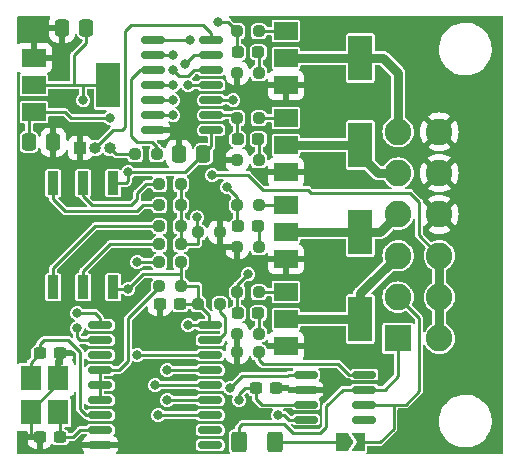
<source format=gtl>
%TF.GenerationSoftware,KiCad,Pcbnew,(6.0.1)*%
%TF.CreationDate,2023-02-26T19:23:04-08:00*%
%TF.ProjectId,CAN-Digital-Output-12V,43414e2d-4469-4676-9974-616c2d4f7574,rev?*%
%TF.SameCoordinates,Original*%
%TF.FileFunction,Copper,L1,Top*%
%TF.FilePolarity,Positive*%
%FSLAX46Y46*%
G04 Gerber Fmt 4.6, Leading zero omitted, Abs format (unit mm)*
G04 Created by KiCad (PCBNEW (6.0.1)) date 2023-02-26 19:23:04*
%MOMM*%
%LPD*%
G01*
G04 APERTURE LIST*
G04 Aperture macros list*
%AMRoundRect*
0 Rectangle with rounded corners*
0 $1 Rounding radius*
0 $2 $3 $4 $5 $6 $7 $8 $9 X,Y pos of 4 corners*
0 Add a 4 corners polygon primitive as box body*
4,1,4,$2,$3,$4,$5,$6,$7,$8,$9,$2,$3,0*
0 Add four circle primitives for the rounded corners*
1,1,$1+$1,$2,$3*
1,1,$1+$1,$4,$5*
1,1,$1+$1,$6,$7*
1,1,$1+$1,$8,$9*
0 Add four rect primitives between the rounded corners*
20,1,$1+$1,$2,$3,$4,$5,0*
20,1,$1+$1,$4,$5,$6,$7,0*
20,1,$1+$1,$6,$7,$8,$9,0*
20,1,$1+$1,$8,$9,$2,$3,0*%
%AMFreePoly0*
4,1,6,1.000000,0.000000,0.500000,-0.750000,-0.500000,-0.750000,-0.500000,0.750000,0.500000,0.750000,1.000000,0.000000,1.000000,0.000000,$1*%
%AMFreePoly1*
4,1,6,0.500000,-0.750000,-0.650000,-0.750000,-0.150000,0.000000,-0.650000,0.750000,0.500000,0.750000,0.500000,-0.750000,0.500000,-0.750000,$1*%
G04 Aperture macros list end*
%TA.AperFunction,SMDPad,CuDef*%
%ADD10R,2.000000X1.500000*%
%TD*%
%TA.AperFunction,SMDPad,CuDef*%
%ADD11R,2.000000X3.800000*%
%TD*%
%TA.AperFunction,SMDPad,CuDef*%
%ADD12RoundRect,0.237500X-0.250000X-0.237500X0.250000X-0.237500X0.250000X0.237500X-0.250000X0.237500X0*%
%TD*%
%TA.AperFunction,SMDPad,CuDef*%
%ADD13R,0.900000X2.000000*%
%TD*%
%TA.AperFunction,SMDPad,CuDef*%
%ADD14R,1.800000X2.100000*%
%TD*%
%TA.AperFunction,SMDPad,CuDef*%
%ADD15RoundRect,0.250000X0.337500X0.475000X-0.337500X0.475000X-0.337500X-0.475000X0.337500X-0.475000X0*%
%TD*%
%TA.AperFunction,SMDPad,CuDef*%
%ADD16RoundRect,0.237500X0.250000X0.237500X-0.250000X0.237500X-0.250000X-0.237500X0.250000X-0.237500X0*%
%TD*%
%TA.AperFunction,SMDPad,CuDef*%
%ADD17RoundRect,0.237500X0.287500X0.237500X-0.287500X0.237500X-0.287500X-0.237500X0.287500X-0.237500X0*%
%TD*%
%TA.AperFunction,ComponentPad*%
%ADD18R,2.250000X2.250000*%
%TD*%
%TA.AperFunction,ComponentPad*%
%ADD19C,2.250000*%
%TD*%
%TA.AperFunction,SMDPad,CuDef*%
%ADD20RoundRect,0.150000X-0.875000X-0.150000X0.875000X-0.150000X0.875000X0.150000X-0.875000X0.150000X0*%
%TD*%
%TA.AperFunction,SMDPad,CuDef*%
%ADD21RoundRect,0.150000X0.825000X0.150000X-0.825000X0.150000X-0.825000X-0.150000X0.825000X-0.150000X0*%
%TD*%
%TA.AperFunction,SMDPad,CuDef*%
%ADD22RoundRect,0.237500X0.300000X0.237500X-0.300000X0.237500X-0.300000X-0.237500X0.300000X-0.237500X0*%
%TD*%
%TA.AperFunction,ComponentPad*%
%ADD23R,1.000000X1.000000*%
%TD*%
%TA.AperFunction,ComponentPad*%
%ADD24O,1.000000X1.000000*%
%TD*%
%TA.AperFunction,SMDPad,CuDef*%
%ADD25RoundRect,0.237500X-0.300000X-0.237500X0.300000X-0.237500X0.300000X0.237500X-0.300000X0.237500X0*%
%TD*%
%TA.AperFunction,SMDPad,CuDef*%
%ADD26RoundRect,0.250000X-0.337500X-0.475000X0.337500X-0.475000X0.337500X0.475000X-0.337500X0.475000X0*%
%TD*%
%TA.AperFunction,SMDPad,CuDef*%
%ADD27RoundRect,0.150000X-0.825000X-0.150000X0.825000X-0.150000X0.825000X0.150000X-0.825000X0.150000X0*%
%TD*%
%TA.AperFunction,SMDPad,CuDef*%
%ADD28FreePoly0,0.000000*%
%TD*%
%TA.AperFunction,SMDPad,CuDef*%
%ADD29FreePoly1,0.000000*%
%TD*%
%TA.AperFunction,SMDPad,CuDef*%
%ADD30RoundRect,0.250000X-0.400000X-0.625000X0.400000X-0.625000X0.400000X0.625000X-0.400000X0.625000X0*%
%TD*%
%TA.AperFunction,ViaPad*%
%ADD31C,0.800000*%
%TD*%
%TA.AperFunction,Conductor*%
%ADD32C,0.250000*%
%TD*%
%TA.AperFunction,Conductor*%
%ADD33C,0.800000*%
%TD*%
G04 APERTURE END LIST*
D10*
%TO.P,U1,1,GND*%
%TO.N,GND*%
X144678000Y-86854000D03*
%TO.P,U1,2,VO*%
%TO.N,+5V*%
X144678000Y-89154000D03*
D11*
X150978000Y-89154000D03*
D10*
%TO.P,U1,3,VI*%
%TO.N,VCC*%
X144678000Y-91454000D03*
%TD*%
D12*
%TO.P,R9,1*%
%TO.N,/OUT_3*%
X161901500Y-99314000D03*
%TO.P,R9,2*%
%TO.N,Net-(R9-Pad2)*%
X163726500Y-99314000D03*
%TD*%
D13*
%TO.P,S1,1,1*%
%TO.N,Net-(R15-Pad2)*%
X148844000Y-97454000D03*
%TO.P,S1,2,2*%
%TO.N,Net-(R16-Pad2)*%
X146304000Y-97454000D03*
%TO.P,S1,4,4*%
%TO.N,Net-(R17-Pad2)*%
X146304000Y-106254000D03*
%TO.P,S1,8,8*%
%TO.N,Net-(R18-Pad2)*%
X148844000Y-106254000D03*
%TO.P,S1,C1,C*%
%TO.N,+5V*%
X151384000Y-106254000D03*
%TO.P,S1,C2,C*%
X151384000Y-97454000D03*
%TD*%
D14*
%TO.P,Y1,1,1*%
%TO.N,Net-(C4-Pad1)*%
X146692000Y-116869022D03*
%TO.P,Y1,2,2*%
%TO.N,GND*%
X146692000Y-113969022D03*
%TO.P,Y1,3,3*%
%TO.N,Net-(C5-Pad1)*%
X144392000Y-113969022D03*
%TO.P,Y1,4,4*%
%TO.N,GND*%
X144392000Y-116869022D03*
%TD*%
D15*
%TO.P,C7,1*%
%TO.N,+5V*%
X159025500Y-94996000D03*
%TO.P,C7,2*%
%TO.N,GND*%
X156950500Y-94996000D03*
%TD*%
D12*
%TO.P,R6,1*%
%TO.N,/OUT_1*%
X161901500Y-84582000D03*
%TO.P,R6,2*%
%TO.N,Net-(R6-Pad2)*%
X163726500Y-84582000D03*
%TD*%
D16*
%TO.P,R18,1*%
%TO.N,/DIP*%
X157122500Y-102616000D03*
%TO.P,R18,2*%
%TO.N,Net-(R18-Pad2)*%
X155297500Y-102616000D03*
%TD*%
D10*
%TO.P,U6,1,INPUT*%
%TO.N,Net-(R8-Pad2)*%
X166014000Y-91934000D03*
%TO.P,U6,2,DRAIN*%
%TO.N,/DO_2*%
X166014000Y-94234000D03*
%TO.P,U6,3,SOURCE*%
%TO.N,GND*%
X166014000Y-96534000D03*
D11*
%TO.P,U6,4,DRAIN*%
%TO.N,/DO_2*%
X172314000Y-94234000D03*
%TD*%
D17*
%TO.P,D3,1,K*%
%TO.N,Net-(D3-Pad1)*%
X163689000Y-101092000D03*
%TO.P,D3,2,A*%
%TO.N,/OUT_3*%
X161939000Y-101092000D03*
%TD*%
D12*
%TO.P,R11,1*%
%TO.N,GND*%
X161901500Y-88138000D03*
%TO.P,R11,2*%
%TO.N,Net-(D1-Pad1)*%
X163726500Y-88138000D03*
%TD*%
D17*
%TO.P,D1,1,K*%
%TO.N,Net-(D1-Pad1)*%
X163689000Y-86360000D03*
%TO.P,D1,2,A*%
%TO.N,/OUT_1*%
X161939000Y-86360000D03*
%TD*%
D18*
%TO.P,J4,1,1*%
%TO.N,/CAN_H*%
X175508000Y-110604000D03*
D19*
%TO.P,J4,2,2*%
%TO.N,/CAN_L*%
X175508000Y-107104000D03*
%TO.P,J4,3,3*%
%TO.N,/DO_4*%
X175508000Y-103604000D03*
%TO.P,J4,4,4*%
%TO.N,/DO_3*%
X175508000Y-100104000D03*
%TO.P,J4,5,5*%
%TO.N,/DO_2*%
X175508000Y-96604000D03*
%TO.P,J4,6,6*%
%TO.N,/DO_1*%
X175508000Y-93104000D03*
%TO.P,J4,7,7*%
%TO.N,VCC*%
X179008000Y-110604000D03*
%TO.P,J4,8,8*%
X179008000Y-107104000D03*
%TO.P,J4,9,9*%
X179008000Y-103604000D03*
%TO.P,J4,10,10*%
%TO.N,GND*%
X179008000Y-100104000D03*
%TO.P,J4,11,11*%
X179008000Y-96604000D03*
%TO.P,J4,12,12*%
X179008000Y-93104000D03*
%TD*%
D10*
%TO.P,U4,1,INPUT*%
%TO.N,Net-(R6-Pad2)*%
X166014000Y-84568000D03*
%TO.P,U4,2,DRAIN*%
%TO.N,/DO_1*%
X166014000Y-86868000D03*
%TO.P,U4,3,SOURCE*%
%TO.N,GND*%
X166014000Y-89168000D03*
D11*
%TO.P,U4,4,DRAIN*%
%TO.N,/DO_1*%
X172314000Y-86868000D03*
%TD*%
D12*
%TO.P,R7,1*%
%TO.N,Net-(J3-Pad3)*%
X153265500Y-94996000D03*
%TO.P,R7,2*%
%TO.N,/UPDI*%
X155090500Y-94996000D03*
%TD*%
%TO.P,R8,1*%
%TO.N,/OUT_2*%
X161901500Y-91948000D03*
%TO.P,R8,2*%
%TO.N,Net-(R8-Pad2)*%
X163726500Y-91948000D03*
%TD*%
%TO.P,R2,1*%
%TO.N,Net-(R2-Pad1)*%
X155297500Y-106172000D03*
%TO.P,R2,2*%
%TO.N,+5V*%
X157122500Y-106172000D03*
%TD*%
D20*
%TO.P,U5,1,TXCAN*%
%TO.N,Net-(U2-Pad1)*%
X150290000Y-109474000D03*
%TO.P,U5,2,RXCAN*%
%TO.N,Net-(U2-Pad4)*%
X150290000Y-110744000D03*
%TO.P,U5,3,CLKOUT/SOF*%
%TO.N,unconnected-(U5-Pad3)*%
X150290000Y-112014000D03*
%TO.P,U5,4,~{TX0RTS}*%
%TO.N,Net-(R2-Pad1)*%
X150290000Y-113284000D03*
%TO.P,U5,5,~{TX1RTS}*%
X150290000Y-114554000D03*
%TO.P,U5,6,~{TX2RTS}*%
X150290000Y-115824000D03*
%TO.P,U5,7,OSC2*%
%TO.N,Net-(C5-Pad1)*%
X150290000Y-117094000D03*
%TO.P,U5,8,OSC1*%
%TO.N,Net-(C4-Pad1)*%
X150290000Y-118364000D03*
%TO.P,U5,9,VSS*%
%TO.N,GND*%
X150290000Y-119634000D03*
%TO.P,U5,10,~{RX1BF}*%
%TO.N,unconnected-(U5-Pad10)*%
X159590000Y-119634000D03*
%TO.P,U5,11,~{RX0BF}*%
%TO.N,unconnected-(U5-Pad11)*%
X159590000Y-118364000D03*
%TO.P,U5,12,~{INT}*%
%TO.N,/INT*%
X159590000Y-117094000D03*
%TO.P,U5,13,SCK*%
%TO.N,/SCK*%
X159590000Y-115824000D03*
%TO.P,U5,14,SI*%
%TO.N,/MOSI*%
X159590000Y-114554000D03*
%TO.P,U5,15,SO*%
%TO.N,/MISO*%
X159590000Y-113284000D03*
%TO.P,U5,16,~{CS}*%
%TO.N,/CS*%
X159590000Y-112014000D03*
%TO.P,U5,17,~{RESET}*%
%TO.N,/RESET*%
X159590000Y-110744000D03*
%TO.P,U5,18,VDD*%
%TO.N,+5V*%
X159590000Y-109474000D03*
%TD*%
D12*
%TO.P,R14,1*%
%TO.N,GND*%
X161901500Y-110236000D03*
%TO.P,R14,2*%
%TO.N,Net-(D4-Pad1)*%
X163726500Y-110236000D03*
%TD*%
D21*
%TO.P,U3,1,VCC*%
%TO.N,+5V*%
X159701000Y-92964000D03*
%TO.P,U3,2,PA4*%
%TO.N,/OUT_2*%
X159701000Y-91694000D03*
%TO.P,U3,3,PA5*%
%TO.N,/OUT_3*%
X159701000Y-90424000D03*
%TO.P,U3,4,PA6*%
%TO.N,/INT*%
X159701000Y-89154000D03*
%TO.P,U3,5,PA7*%
%TO.N,/DIP*%
X159701000Y-87884000D03*
%TO.P,U3,6,PB3*%
%TO.N,/OUT_4*%
X159701000Y-86614000D03*
%TO.P,U3,7,PB2*%
%TO.N,/UART_TX*%
X159701000Y-85344000D03*
%TO.P,U3,8,PB1*%
%TO.N,/OUT_1*%
X154751000Y-85344000D03*
%TO.P,U3,9,PB0*%
%TO.N,/CS*%
X154751000Y-86614000D03*
%TO.P,U3,10,~{RESET}/PA0*%
%TO.N,/UPDI*%
X154751000Y-87884000D03*
%TO.P,U3,11,PA1*%
%TO.N,/MOSI*%
X154751000Y-89154000D03*
%TO.P,U3,12,PA2*%
%TO.N,/MISO*%
X154751000Y-90424000D03*
%TO.P,U3,13,PA3*%
%TO.N,/SCK*%
X154751000Y-91694000D03*
%TO.P,U3,14,GND*%
%TO.N,GND*%
X154751000Y-92964000D03*
%TD*%
D12*
%TO.P,R1,1*%
%TO.N,/CS*%
X155297500Y-104140000D03*
%TO.P,R1,2*%
%TO.N,+5V*%
X157122500Y-104140000D03*
%TD*%
D22*
%TO.P,C4,1*%
%TO.N,Net-(C4-Pad1)*%
X146912500Y-118975022D03*
%TO.P,C4,2*%
%TO.N,GND*%
X145187500Y-118975022D03*
%TD*%
D10*
%TO.P,U8,1,INPUT*%
%TO.N,Net-(R10-Pad2)*%
X166014000Y-106666000D03*
%TO.P,U8,2,DRAIN*%
%TO.N,/DO_4*%
X166014000Y-108966000D03*
%TO.P,U8,3,SOURCE*%
%TO.N,GND*%
X166014000Y-111266000D03*
D11*
%TO.P,U8,4,DRAIN*%
%TO.N,/DO_4*%
X172314000Y-108966000D03*
%TD*%
D12*
%TO.P,R3,1*%
%TO.N,GND*%
X161901500Y-111760000D03*
%TO.P,R3,2*%
%TO.N,Net-(R3-Pad2)*%
X163726500Y-111760000D03*
%TD*%
D23*
%TO.P,J3,1,Pin_1*%
%TO.N,GND*%
X148585000Y-94488000D03*
D24*
%TO.P,J3,2,Pin_2*%
%TO.N,/UART_TX*%
X149855000Y-94488000D03*
%TO.P,J3,3,Pin_3*%
%TO.N,Net-(J3-Pad3)*%
X151125000Y-94488000D03*
%TD*%
D22*
%TO.P,C6,1*%
%TO.N,+5V*%
X157072500Y-107696000D03*
%TO.P,C6,2*%
%TO.N,GND*%
X155347500Y-107696000D03*
%TD*%
D17*
%TO.P,D4,1,K*%
%TO.N,Net-(D4-Pad1)*%
X163689000Y-108458000D03*
%TO.P,D4,2,A*%
%TO.N,/OUT_4*%
X161939000Y-108458000D03*
%TD*%
D16*
%TO.P,R4,1*%
%TO.N,/RESET*%
X160424500Y-107696000D03*
%TO.P,R4,2*%
%TO.N,+5V*%
X158599500Y-107696000D03*
%TD*%
%TO.P,R19,1*%
%TO.N,GND*%
X160424500Y-101600000D03*
%TO.P,R19,2*%
%TO.N,/DIP*%
X158599500Y-101600000D03*
%TD*%
D25*
%TO.P,C5,1*%
%TO.N,Net-(C5-Pad1)*%
X145187500Y-111863022D03*
%TO.P,C5,2*%
%TO.N,GND*%
X146912500Y-111863022D03*
%TD*%
D15*
%TO.P,C2,1*%
%TO.N,+5V*%
X149119500Y-84328000D03*
%TO.P,C2,2*%
%TO.N,GND*%
X147044500Y-84328000D03*
%TD*%
D12*
%TO.P,R10,1*%
%TO.N,/OUT_4*%
X161901500Y-106680000D03*
%TO.P,R10,2*%
%TO.N,Net-(R10-Pad2)*%
X163726500Y-106680000D03*
%TD*%
D26*
%TO.P,C1,1*%
%TO.N,VCC*%
X144250500Y-93980000D03*
%TO.P,C1,2*%
%TO.N,GND*%
X146325500Y-93980000D03*
%TD*%
D27*
%TO.P,U2,1,TXD*%
%TO.N,Net-(U2-Pad1)*%
X167705000Y-113665000D03*
%TO.P,U2,2,VSS*%
%TO.N,GND*%
X167705000Y-114935000D03*
%TO.P,U2,3,VDD*%
%TO.N,+5V*%
X167705000Y-116205000D03*
%TO.P,U2,4,RXD*%
%TO.N,Net-(U2-Pad4)*%
X167705000Y-117475000D03*
%TO.P,U2,5,Vref*%
%TO.N,unconnected-(U2-Pad5)*%
X172655000Y-117475000D03*
%TO.P,U2,6,CANL*%
%TO.N,/CAN_L*%
X172655000Y-116205000D03*
%TO.P,U2,7,CANH*%
%TO.N,/CAN_H*%
X172655000Y-114935000D03*
%TO.P,U2,8,Rs*%
%TO.N,Net-(R3-Pad2)*%
X172655000Y-113665000D03*
%TD*%
D17*
%TO.P,D2,1,K*%
%TO.N,Net-(D2-Pad1)*%
X163689000Y-93726000D03*
%TO.P,D2,2,A*%
%TO.N,/OUT_2*%
X161939000Y-93726000D03*
%TD*%
D28*
%TO.P,JP1,1,A*%
%TO.N,Net-(JP1-Pad1)*%
X170725000Y-119380000D03*
D29*
%TO.P,JP1,2,B*%
%TO.N,/CAN_L*%
X172175000Y-119380000D03*
%TD*%
D12*
%TO.P,R12,1*%
%TO.N,GND*%
X161901500Y-95504000D03*
%TO.P,R12,2*%
%TO.N,Net-(D2-Pad1)*%
X163726500Y-95504000D03*
%TD*%
D16*
%TO.P,R15,1*%
%TO.N,/DIP*%
X157122500Y-97536000D03*
%TO.P,R15,2*%
%TO.N,Net-(R15-Pad2)*%
X155297500Y-97536000D03*
%TD*%
%TO.P,R16,1*%
%TO.N,/DIP*%
X157122500Y-99314000D03*
%TO.P,R16,2*%
%TO.N,Net-(R16-Pad2)*%
X155297500Y-99314000D03*
%TD*%
D30*
%TO.P,R5,1*%
%TO.N,/CAN_H*%
X162026000Y-119380000D03*
%TO.P,R5,2*%
%TO.N,Net-(JP1-Pad1)*%
X165126000Y-119380000D03*
%TD*%
D10*
%TO.P,U7,1,INPUT*%
%TO.N,Net-(R9-Pad2)*%
X166014000Y-99300000D03*
%TO.P,U7,2,DRAIN*%
%TO.N,/DO_3*%
X166014000Y-101600000D03*
%TO.P,U7,3,SOURCE*%
%TO.N,GND*%
X166014000Y-103900000D03*
D11*
%TO.P,U7,4,DRAIN*%
%TO.N,/DO_3*%
X172314000Y-101600000D03*
%TD*%
D16*
%TO.P,R17,1*%
%TO.N,/DIP*%
X157122500Y-101092000D03*
%TO.P,R17,2*%
%TO.N,Net-(R17-Pad2)*%
X155297500Y-101092000D03*
%TD*%
D25*
%TO.P,C3,1*%
%TO.N,+5V*%
X163475500Y-114808000D03*
%TO.P,C3,2*%
%TO.N,GND*%
X165200500Y-114808000D03*
%TD*%
D12*
%TO.P,R13,1*%
%TO.N,GND*%
X161901500Y-102870000D03*
%TO.P,R13,2*%
%TO.N,Net-(D3-Pad1)*%
X163726500Y-102870000D03*
%TD*%
D31*
%TO.N,/OUT_1*%
X157915069Y-85307535D03*
X160274000Y-83820000D03*
%TO.N,VCC*%
X159766000Y-96774000D03*
X151130000Y-91948000D03*
%TO.N,GND*%
X159766000Y-104648000D03*
X169416669Y-88640440D03*
X170180000Y-114300000D03*
X169926000Y-110490000D03*
X169654376Y-103603450D03*
X168645976Y-89651976D03*
X168656000Y-96520000D03*
X169672000Y-95758000D03*
X160020000Y-100076000D03*
X154178000Y-119380000D03*
X155956000Y-109220000D03*
X169164000Y-111252000D03*
X144780000Y-84328000D03*
X157734000Y-93218000D03*
X168910000Y-104394000D03*
X153162000Y-114808000D03*
X162915887Y-113030000D03*
%TO.N,+5V*%
X162052000Y-115824000D03*
X157734000Y-109474000D03*
X152654000Y-106426000D03*
X152654000Y-96520000D03*
X148844000Y-90424000D03*
%TO.N,/CS*%
X156464000Y-86614000D03*
X153416000Y-112014000D03*
X153416000Y-104140000D03*
%TO.N,/MOSI*%
X154940000Y-114554000D03*
X156464000Y-89154000D03*
%TO.N,/MISO*%
X156464000Y-90424000D03*
X155956000Y-113284000D03*
%TO.N,/SCK*%
X155956000Y-115824000D03*
X156464000Y-91694000D03*
%TO.N,/OUT_3*%
X161544000Y-90424000D03*
X161036000Y-97790000D03*
%TO.N,/INT*%
X155194000Y-117094000D03*
X157734000Y-89154000D03*
%TO.N,/OUT_4*%
X162814000Y-105156000D03*
X157480000Y-87376000D03*
%TO.N,Net-(U2-Pad1)*%
X161290000Y-114808000D03*
X148336000Y-108458000D03*
%TO.N,Net-(U2-Pad4)*%
X165354000Y-117094000D03*
X148336000Y-109728000D03*
%TO.N,/DIP*%
X156464000Y-87884000D03*
X158466460Y-100359540D03*
%TD*%
D32*
%TO.N,Net-(C4-Pad1)*%
X146912500Y-118975022D02*
X147978978Y-118975022D01*
X146912500Y-118975022D02*
X146912500Y-117089522D01*
X146912500Y-117089522D02*
X146692000Y-116869022D01*
X148590000Y-118364000D02*
X150290000Y-118364000D01*
X147978978Y-118975022D02*
X148590000Y-118364000D01*
%TO.N,/OUT_1*%
X154751000Y-85344000D02*
X157878604Y-85344000D01*
X157878604Y-85344000D02*
X157915069Y-85307535D01*
X161901500Y-84582000D02*
X161901500Y-86322500D01*
X161901500Y-86322500D02*
X161939000Y-86360000D01*
X161139500Y-83820000D02*
X161901500Y-84582000D01*
X160274000Y-83820000D02*
X161139500Y-83820000D01*
%TO.N,Net-(C5-Pad1)*%
X144392000Y-112658522D02*
X145187500Y-111863022D01*
X148590000Y-116586000D02*
X149098000Y-117094000D01*
X145187500Y-111098500D02*
X145542000Y-110744000D01*
X145542000Y-110744000D02*
X147574000Y-110744000D01*
X144392000Y-113969022D02*
X144392000Y-112658522D01*
X149098000Y-117094000D02*
X150290000Y-117094000D01*
X145187500Y-111863022D02*
X145187500Y-111098500D01*
X147574000Y-110744000D02*
X148590000Y-111760000D01*
X148590000Y-111760000D02*
X148590000Y-116586000D01*
%TO.N,Net-(R6-Pad2)*%
X163740500Y-84568000D02*
X163726500Y-84582000D01*
X166014000Y-84568000D02*
X163740500Y-84568000D01*
%TO.N,/OUT_2*%
X161647500Y-91694000D02*
X161901500Y-91948000D01*
X159701000Y-91694000D02*
X161647500Y-91694000D01*
X161901500Y-93688500D02*
X161939000Y-93726000D01*
X161901500Y-91948000D02*
X161901500Y-93688500D01*
%TO.N,VCC*%
X177292000Y-99060000D02*
X176530000Y-98298000D01*
X144678000Y-91454000D02*
X147334000Y-91454000D01*
X147334000Y-91454000D02*
X147828000Y-91948000D01*
X168148000Y-98298000D02*
X167894000Y-98044000D01*
X144250500Y-93980000D02*
X144272000Y-93958500D01*
X164084000Y-98044000D02*
X162814000Y-96774000D01*
D33*
X179008000Y-103604000D02*
X179008000Y-110604000D01*
D32*
X144272000Y-91860000D02*
X144678000Y-91454000D01*
X144272000Y-93958500D02*
X144272000Y-91860000D01*
X179008000Y-103604000D02*
X177292000Y-101888000D01*
X147828000Y-91948000D02*
X151130000Y-91948000D01*
X176530000Y-98298000D02*
X168148000Y-98298000D01*
X167894000Y-98044000D02*
X164084000Y-98044000D01*
X162814000Y-96774000D02*
X159766000Y-96774000D01*
X177292000Y-101888000D02*
X177292000Y-99060000D01*
%TO.N,GND*%
X146692000Y-114420000D02*
X146692000Y-113969022D01*
X156950500Y-94996000D02*
X156950500Y-93493500D01*
X156464000Y-92964000D02*
X154751000Y-92964000D01*
X156950500Y-93493500D02*
X156972000Y-93472000D01*
X144392000Y-116720000D02*
X146692000Y-114420000D01*
X144392000Y-118707022D02*
X144392000Y-116869022D01*
X145187500Y-118975022D02*
X144660000Y-118975022D01*
X144392000Y-116869022D02*
X144392000Y-116720000D01*
X144660000Y-118975022D02*
X144392000Y-118707022D01*
X156972000Y-93472000D02*
X156464000Y-92964000D01*
%TO.N,+5V*%
X152654000Y-96520000D02*
X157501500Y-96520000D01*
X163475500Y-114808000D02*
X163475500Y-115723500D01*
X159701000Y-94320500D02*
X159025500Y-94996000D01*
X163957000Y-116205000D02*
X167705000Y-116205000D01*
X163475500Y-115723500D02*
X163957000Y-116205000D01*
X162052000Y-115824000D02*
X162052000Y-115316000D01*
X147574000Y-89154000D02*
X148082000Y-89154000D01*
X157501500Y-96520000D02*
X159025500Y-94996000D01*
X159701000Y-92964000D02*
X159701000Y-94320500D01*
X149119500Y-85576500D02*
X148082000Y-86614000D01*
X157122500Y-105052500D02*
X157122500Y-104140000D01*
X158599500Y-107696000D02*
X158599500Y-106172000D01*
X144678000Y-89154000D02*
X147574000Y-89154000D01*
X157122500Y-106172000D02*
X157122500Y-105052500D01*
X152482000Y-97454000D02*
X152654000Y-97282000D01*
X148082000Y-86614000D02*
X148082000Y-89154000D01*
X152654000Y-106426000D02*
X153924000Y-105156000D01*
X162052000Y-115316000D02*
X162560000Y-114808000D01*
X159512000Y-108608500D02*
X159512000Y-109396000D01*
X149119500Y-84328000D02*
X149119500Y-85576500D01*
X153924000Y-105156000D02*
X157019000Y-105156000D01*
X148082000Y-89154000D02*
X148844000Y-89154000D01*
X158599500Y-107696000D02*
X159512000Y-108608500D01*
X157122500Y-106172000D02*
X158599500Y-106172000D01*
X151384000Y-97454000D02*
X152482000Y-97454000D01*
X159512000Y-109396000D02*
X159590000Y-109474000D01*
X151556000Y-106426000D02*
X151384000Y-106254000D01*
X157019000Y-105156000D02*
X157122500Y-105052500D01*
X157072500Y-107696000D02*
X158599500Y-107696000D01*
X148844000Y-90424000D02*
X148844000Y-89154000D01*
X148844000Y-89154000D02*
X150978000Y-89154000D01*
X152654000Y-97282000D02*
X152654000Y-96520000D01*
X162560000Y-114808000D02*
X163475500Y-114808000D01*
X157734000Y-109474000D02*
X159590000Y-109474000D01*
X152654000Y-106426000D02*
X151556000Y-106426000D01*
%TO.N,/UART_TX*%
X159004000Y-84074000D02*
X159701000Y-84771000D01*
X152908000Y-84074000D02*
X159004000Y-84074000D01*
X149855000Y-94488000D02*
X149860000Y-94488000D01*
X151384000Y-92964000D02*
X152146000Y-92964000D01*
X149860000Y-94488000D02*
X151384000Y-92964000D01*
X152146000Y-92964000D02*
X152400000Y-92710000D01*
X152400000Y-84582000D02*
X152908000Y-84074000D01*
X152400000Y-92710000D02*
X152400000Y-84582000D01*
X159701000Y-84771000D02*
X159701000Y-85344000D01*
%TO.N,Net-(J3-Pad3)*%
X151125000Y-94488000D02*
X151633000Y-94996000D01*
X151633000Y-94996000D02*
X153265500Y-94996000D01*
%TO.N,Net-(R2-Pad1)*%
X152654000Y-108915022D02*
X152654000Y-112522000D01*
X150290000Y-115824000D02*
X150290000Y-113284000D01*
X151892000Y-113284000D02*
X150290000Y-113284000D01*
X155297500Y-106271522D02*
X152654000Y-108915022D01*
X152654000Y-112522000D02*
X151892000Y-113284000D01*
X155297500Y-106172000D02*
X155297500Y-106271522D01*
%TO.N,Net-(R3-Pad2)*%
X171323000Y-113665000D02*
X172655000Y-113665000D01*
X164084000Y-112776000D02*
X170434000Y-112776000D01*
X170434000Y-112776000D02*
X171323000Y-113665000D01*
X163726500Y-111760000D02*
X163726500Y-112418500D01*
X163726500Y-112418500D02*
X164084000Y-112776000D01*
%TO.N,/CS*%
X159590000Y-112014000D02*
X153416000Y-112014000D01*
X154751000Y-86614000D02*
X156464000Y-86614000D01*
X155297500Y-104140000D02*
X153416000Y-104140000D01*
%TO.N,/RESET*%
X160274000Y-110744000D02*
X159590000Y-110744000D01*
X160864520Y-108794520D02*
X160864520Y-110153480D01*
X160424500Y-107696000D02*
X160424500Y-108354500D01*
X160424500Y-108354500D02*
X160864520Y-108794520D01*
X160864520Y-110153480D02*
X160274000Y-110744000D01*
%TO.N,/CAN_H*%
X169418000Y-116332000D02*
X169418000Y-118110000D01*
X170815000Y-114935000D02*
X169418000Y-116332000D01*
X162306000Y-117856000D02*
X162026000Y-118136000D01*
X175508000Y-110604000D02*
X175508000Y-113798000D01*
X162026000Y-118136000D02*
X162026000Y-119380000D01*
X168910000Y-118618000D02*
X166624000Y-118618000D01*
X172655000Y-114935000D02*
X170815000Y-114935000D01*
X174371000Y-114935000D02*
X172655000Y-114935000D01*
X166624000Y-118618000D02*
X165862000Y-117856000D01*
X175508000Y-113798000D02*
X174371000Y-114935000D01*
X169418000Y-118110000D02*
X168910000Y-118618000D01*
X165862000Y-117856000D02*
X162306000Y-117856000D01*
%TO.N,Net-(JP1-Pad1)*%
X170725000Y-119380000D02*
X165126000Y-119380000D01*
%TO.N,/UPDI*%
X152908000Y-88646000D02*
X153670000Y-87884000D01*
X155090500Y-94384500D02*
X154686000Y-93980000D01*
X155090500Y-94996000D02*
X155090500Y-94384500D01*
X154686000Y-93980000D02*
X153416000Y-93980000D01*
X152908000Y-93472000D02*
X152908000Y-88646000D01*
X153670000Y-87884000D02*
X154751000Y-87884000D01*
X153416000Y-93980000D02*
X152908000Y-93472000D01*
%TO.N,/MOSI*%
X154940000Y-114554000D02*
X159590000Y-114554000D01*
X156464000Y-89154000D02*
X154751000Y-89154000D01*
%TO.N,/MISO*%
X155956000Y-113284000D02*
X159590000Y-113284000D01*
X156464000Y-90424000D02*
X154751000Y-90424000D01*
%TO.N,/SCK*%
X159590000Y-115824000D02*
X155956000Y-115824000D01*
X156464000Y-91694000D02*
X154751000Y-91694000D01*
%TO.N,/OUT_3*%
X161901500Y-99314000D02*
X161901500Y-101054500D01*
X161901500Y-101054500D02*
X161939000Y-101092000D01*
X161901500Y-98655500D02*
X161901500Y-99314000D01*
X161036000Y-97790000D02*
X161901500Y-98655500D01*
X159701000Y-90424000D02*
X161544000Y-90424000D01*
%TO.N,/INT*%
X159590000Y-117094000D02*
X155194000Y-117094000D01*
X159701000Y-89154000D02*
X157734000Y-89154000D01*
%TO.N,/CAN_L*%
X177292000Y-108888000D02*
X177292000Y-115062000D01*
X173990000Y-119380000D02*
X172175000Y-119380000D01*
X175133000Y-118237000D02*
X173990000Y-119380000D01*
X177292000Y-115062000D02*
X176149000Y-116205000D01*
X175133000Y-116205000D02*
X172655000Y-116205000D01*
X176149000Y-116205000D02*
X175133000Y-116205000D01*
X175508000Y-107104000D02*
X177292000Y-108888000D01*
X175133000Y-116205000D02*
X175133000Y-118237000D01*
%TO.N,/OUT_4*%
X161901500Y-108420500D02*
X161939000Y-108458000D01*
X161901500Y-106680000D02*
X161901500Y-108420500D01*
X161901500Y-106068500D02*
X162814000Y-105156000D01*
X157480000Y-87376000D02*
X158242000Y-86614000D01*
X161901500Y-106680000D02*
X161901500Y-106068500D01*
X158242000Y-86614000D02*
X159701000Y-86614000D01*
%TO.N,Net-(U2-Pad1)*%
X166243000Y-113665000D02*
X167705000Y-113665000D01*
X166116000Y-113792000D02*
X166243000Y-113665000D01*
X162306000Y-113792000D02*
X166116000Y-113792000D01*
X161290000Y-114808000D02*
X162306000Y-113792000D01*
X148336000Y-108458000D02*
X149860000Y-108458000D01*
X149860000Y-108458000D02*
X150290000Y-108888000D01*
X150290000Y-108888000D02*
X150290000Y-109474000D01*
%TO.N,Net-(U2-Pad4)*%
X148336000Y-110490000D02*
X148590000Y-110744000D01*
X165354000Y-117094000D02*
X165862000Y-117094000D01*
X166243000Y-117475000D02*
X167705000Y-117475000D01*
X148336000Y-109728000D02*
X148336000Y-110490000D01*
X165862000Y-117094000D02*
X166243000Y-117475000D01*
X148590000Y-110744000D02*
X150290000Y-110744000D01*
%TO.N,Net-(D1-Pad1)*%
X163726500Y-86397500D02*
X163689000Y-86360000D01*
X163726500Y-88138000D02*
X163726500Y-86397500D01*
%TO.N,Net-(D2-Pad1)*%
X163726500Y-93763500D02*
X163689000Y-93726000D01*
X163726500Y-95504000D02*
X163726500Y-93763500D01*
%TO.N,Net-(D3-Pad1)*%
X163726500Y-102870000D02*
X163726500Y-101129500D01*
X163726500Y-101129500D02*
X163689000Y-101092000D01*
%TO.N,Net-(D4-Pad1)*%
X163726500Y-108495500D02*
X163689000Y-108458000D01*
X163726500Y-110236000D02*
X163726500Y-108495500D01*
%TO.N,/DIP*%
X158599500Y-101449500D02*
X158599500Y-102616000D01*
X156972000Y-88392000D02*
X156464000Y-87884000D01*
X157122500Y-99314000D02*
X157122500Y-97536000D01*
X159701000Y-87884000D02*
X158242000Y-87884000D01*
X158599500Y-102616000D02*
X157122500Y-102616000D01*
X157122500Y-102616000D02*
X157122500Y-99314000D01*
X157734000Y-88392000D02*
X157226000Y-88392000D01*
X157226000Y-88392000D02*
X156972000Y-88392000D01*
X158242000Y-87884000D02*
X157988000Y-88138000D01*
X158466460Y-101316460D02*
X158599500Y-101449500D01*
X157988000Y-88138000D02*
X157734000Y-88392000D01*
X158466460Y-100359540D02*
X158466460Y-101316460D01*
%TO.N,Net-(R15-Pad2)*%
X153416000Y-98806000D02*
X153416000Y-98298000D01*
X149606000Y-99314000D02*
X152908000Y-99314000D01*
X153416000Y-98298000D02*
X154178000Y-97536000D01*
X152908000Y-99314000D02*
X153416000Y-98806000D01*
X148844000Y-97454000D02*
X148844000Y-98552000D01*
X154178000Y-97536000D02*
X155297500Y-97536000D01*
X148844000Y-98552000D02*
X149606000Y-99314000D01*
%TO.N,Net-(R16-Pad2)*%
X155297500Y-99314000D02*
X153924000Y-99314000D01*
X147320000Y-99822000D02*
X146304000Y-98806000D01*
X153416000Y-99822000D02*
X147320000Y-99822000D01*
X153924000Y-99314000D02*
X153416000Y-99822000D01*
X146304000Y-98806000D02*
X146304000Y-97454000D01*
%TO.N,Net-(R17-Pad2)*%
X146304000Y-106254000D02*
X146304000Y-104648000D01*
X149860000Y-101092000D02*
X155297500Y-101092000D01*
X146304000Y-104648000D02*
X149860000Y-101092000D01*
%TO.N,Net-(R18-Pad2)*%
X151130000Y-102616000D02*
X148844000Y-104902000D01*
X155297500Y-102616000D02*
X151130000Y-102616000D01*
X148844000Y-104902000D02*
X148844000Y-106254000D01*
D33*
%TO.N,/DO_1*%
X174244000Y-86868000D02*
X175508000Y-88132000D01*
X166014000Y-86868000D02*
X172314000Y-86868000D01*
X172314000Y-86868000D02*
X174244000Y-86868000D01*
X175508000Y-88132000D02*
X175508000Y-93104000D01*
D32*
%TO.N,Net-(R8-Pad2)*%
X166000000Y-91948000D02*
X166014000Y-91934000D01*
X163726500Y-91948000D02*
X166000000Y-91948000D01*
%TO.N,Net-(R9-Pad2)*%
X166000000Y-99314000D02*
X166014000Y-99300000D01*
X163726500Y-99314000D02*
X166000000Y-99314000D01*
%TO.N,Net-(R10-Pad2)*%
X163726500Y-106680000D02*
X166000000Y-106680000D01*
X166000000Y-106680000D02*
X166014000Y-106666000D01*
D33*
%TO.N,/DO_2*%
X172314000Y-94234000D02*
X172314000Y-95098000D01*
X172314000Y-94234000D02*
X166014000Y-94234000D01*
X173820000Y-96604000D02*
X175508000Y-96604000D01*
X172314000Y-95098000D02*
X173820000Y-96604000D01*
%TO.N,/DO_3*%
X166014000Y-101600000D02*
X172314000Y-101600000D01*
X172314000Y-101600000D02*
X174012000Y-101600000D01*
X174012000Y-101600000D02*
X175508000Y-100104000D01*
%TO.N,/DO_4*%
X172314000Y-108966000D02*
X172314000Y-106798000D01*
X166014000Y-108966000D02*
X172314000Y-108966000D01*
X172314000Y-106798000D02*
X175508000Y-103604000D01*
%TD*%
%TA.AperFunction,Conductor*%
%TO.N,GND*%
G36*
X162114691Y-110000907D02*
G01*
X162150655Y-110050407D01*
X162155500Y-110081000D01*
X162155500Y-112727320D01*
X162159622Y-112740005D01*
X162163743Y-112743000D01*
X162198463Y-112743000D01*
X162203590Y-112742735D01*
X162299598Y-112732773D01*
X162310133Y-112730497D01*
X162464435Y-112679018D01*
X162474784Y-112674170D01*
X162612828Y-112588747D01*
X162621781Y-112581651D01*
X162736471Y-112466761D01*
X162743551Y-112457796D01*
X162828735Y-112319602D01*
X162833563Y-112309248D01*
X162882242Y-112162485D01*
X162918508Y-112113205D01*
X162976813Y-112094654D01*
X163034887Y-112113916D01*
X163069616Y-112160850D01*
X163082586Y-112197785D01*
X163082588Y-112197789D01*
X163085039Y-112204768D01*
X163163289Y-112310711D01*
X163269232Y-112388961D01*
X163276214Y-112391413D01*
X163343975Y-112415209D01*
X163392613Y-112452329D01*
X163406793Y-112482974D01*
X163407291Y-112484831D01*
X163409166Y-112493284D01*
X163413672Y-112518838D01*
X163415912Y-112531545D01*
X163420242Y-112539044D01*
X163422238Y-112544529D01*
X163424704Y-112549816D01*
X163426946Y-112558184D01*
X163444840Y-112583738D01*
X163449232Y-112590011D01*
X163453871Y-112597292D01*
X163473306Y-112630955D01*
X163503076Y-112655935D01*
X163509444Y-112661770D01*
X163840737Y-112993064D01*
X163846559Y-112999417D01*
X163871545Y-113029194D01*
X163905219Y-113048636D01*
X163912475Y-113053259D01*
X163944316Y-113075554D01*
X163952678Y-113077795D01*
X163957960Y-113080258D01*
X163963454Y-113082257D01*
X163970955Y-113086588D01*
X164009228Y-113093337D01*
X164017656Y-113095206D01*
X164046827Y-113103022D01*
X164046830Y-113103022D01*
X164055193Y-113105263D01*
X164093896Y-113101877D01*
X164102525Y-113101500D01*
X166558783Y-113101500D01*
X166616974Y-113120407D01*
X166652938Y-113169907D01*
X166652938Y-113231093D01*
X166628848Y-113270442D01*
X166615314Y-113284000D01*
X166590707Y-113308650D01*
X166588513Y-113306459D01*
X166550785Y-113334381D01*
X166519364Y-113339500D01*
X166261526Y-113339500D01*
X166252898Y-113339123D01*
X166249576Y-113338832D01*
X166214193Y-113335737D01*
X166205830Y-113337978D01*
X166205827Y-113337978D01*
X166176656Y-113345794D01*
X166168229Y-113347663D01*
X166129955Y-113354412D01*
X166122452Y-113358743D01*
X166116961Y-113360742D01*
X166111681Y-113363204D01*
X166103316Y-113365446D01*
X166075004Y-113385271D01*
X166071489Y-113387732D01*
X166064208Y-113392371D01*
X166030545Y-113411806D01*
X166024979Y-113418440D01*
X166024977Y-113418441D01*
X166014325Y-113431136D01*
X165962437Y-113463559D01*
X165938487Y-113466500D01*
X162324534Y-113466500D01*
X162315905Y-113466123D01*
X162302818Y-113464978D01*
X162277193Y-113462736D01*
X162268826Y-113464978D01*
X162239651Y-113472796D01*
X162231216Y-113474666D01*
X162201483Y-113479908D01*
X162201481Y-113479909D01*
X162192955Y-113481412D01*
X162185456Y-113485742D01*
X162179971Y-113487738D01*
X162174684Y-113490204D01*
X162166316Y-113492446D01*
X162149659Y-113504110D01*
X162134489Y-113514732D01*
X162127208Y-113519371D01*
X162093545Y-113538806D01*
X162076779Y-113558787D01*
X162068569Y-113568571D01*
X162062735Y-113574939D01*
X161452967Y-114184707D01*
X161398450Y-114212484D01*
X161370045Y-114212856D01*
X161290000Y-114202318D01*
X161133238Y-114222956D01*
X160987159Y-114283464D01*
X160944409Y-114316267D01*
X160886736Y-114336690D01*
X160828070Y-114319313D01*
X160795277Y-114281355D01*
X160766637Y-114223022D01*
X160753932Y-114197145D01*
X160671350Y-114114707D01*
X160566518Y-114063464D01*
X160558916Y-114062355D01*
X160558913Y-114062354D01*
X160501763Y-114054017D01*
X160501761Y-114054017D01*
X160498218Y-114053500D01*
X158681782Y-114053500D01*
X158678199Y-114054028D01*
X158678192Y-114054028D01*
X158620501Y-114062521D01*
X158620499Y-114062522D01*
X158612888Y-114063642D01*
X158508145Y-114115068D01*
X158502364Y-114120859D01*
X158458328Y-114164972D01*
X158425707Y-114197650D01*
X158423513Y-114195459D01*
X158385785Y-114223381D01*
X158354364Y-114228500D01*
X155495970Y-114228500D01*
X155437779Y-114209593D01*
X155417428Y-114189767D01*
X155413546Y-114184707D01*
X155368282Y-114125718D01*
X155242841Y-114029464D01*
X155112773Y-113975588D01*
X155102759Y-113971440D01*
X155096762Y-113968956D01*
X154940000Y-113948318D01*
X154783238Y-113968956D01*
X154777241Y-113971440D01*
X154767227Y-113975588D01*
X154637159Y-114029464D01*
X154511718Y-114125718D01*
X154415464Y-114251159D01*
X154354956Y-114397238D01*
X154334318Y-114554000D01*
X154354956Y-114710762D01*
X154415464Y-114856841D01*
X154511718Y-114982282D01*
X154637159Y-115078536D01*
X154783238Y-115139044D01*
X154940000Y-115159682D01*
X155096762Y-115139044D01*
X155242841Y-115078536D01*
X155368282Y-114982282D01*
X155417429Y-114918233D01*
X155467852Y-114883577D01*
X155495970Y-114879500D01*
X158354394Y-114879500D01*
X158412585Y-114898407D01*
X158425505Y-114911419D01*
X158426068Y-114910855D01*
X158508650Y-114993293D01*
X158613482Y-115044536D01*
X158621084Y-115045645D01*
X158621087Y-115045646D01*
X158678237Y-115053983D01*
X158678239Y-115053983D01*
X158681782Y-115054500D01*
X160498218Y-115054500D01*
X160501801Y-115053972D01*
X160501808Y-115053972D01*
X160559499Y-115045479D01*
X160559501Y-115045478D01*
X160567112Y-115044358D01*
X160574019Y-115040967D01*
X160614343Y-115021169D01*
X160674910Y-115012495D01*
X160729009Y-115041079D01*
X160749438Y-115072151D01*
X160765464Y-115110841D01*
X160861718Y-115236282D01*
X160987159Y-115332536D01*
X161133238Y-115393044D01*
X161290000Y-115413682D01*
X161418240Y-115396799D01*
X161478401Y-115407949D01*
X161520518Y-115452331D01*
X161528504Y-115512993D01*
X161522626Y-115532837D01*
X161469441Y-115661238D01*
X161466956Y-115667238D01*
X161446318Y-115824000D01*
X161466956Y-115980762D01*
X161527464Y-116126841D01*
X161623718Y-116252282D01*
X161749159Y-116348536D01*
X161895238Y-116409044D01*
X162052000Y-116429682D01*
X162208762Y-116409044D01*
X162354841Y-116348536D01*
X162480282Y-116252282D01*
X162576536Y-116126841D01*
X162637044Y-115980762D01*
X162657682Y-115824000D01*
X162637044Y-115667238D01*
X162576536Y-115521159D01*
X162512436Y-115437622D01*
X162492012Y-115379946D01*
X162509390Y-115321281D01*
X162520968Y-115307359D01*
X162618585Y-115209741D01*
X162673099Y-115181966D01*
X162733531Y-115191537D01*
X162776796Y-115234802D01*
X162781122Y-115244907D01*
X162781587Y-115245784D01*
X162784039Y-115252768D01*
X162862289Y-115358711D01*
X162968232Y-115436961D01*
X162975214Y-115439413D01*
X163083803Y-115477547D01*
X163132442Y-115514668D01*
X163150000Y-115570955D01*
X163150000Y-115704966D01*
X163149623Y-115713595D01*
X163146236Y-115752307D01*
X163148478Y-115760674D01*
X163156296Y-115789849D01*
X163158166Y-115798283D01*
X163158960Y-115802789D01*
X163161566Y-115817566D01*
X163164912Y-115836545D01*
X163169242Y-115844044D01*
X163171238Y-115849529D01*
X163173704Y-115854816D01*
X163175946Y-115863184D01*
X163187371Y-115879500D01*
X163198232Y-115895011D01*
X163202871Y-115902292D01*
X163222306Y-115935955D01*
X163234966Y-115946578D01*
X163252071Y-115960931D01*
X163258439Y-115966765D01*
X163713731Y-116422057D01*
X163719565Y-116428424D01*
X163744545Y-116458194D01*
X163778205Y-116477627D01*
X163785489Y-116482268D01*
X163817316Y-116504554D01*
X163825684Y-116506796D01*
X163830971Y-116509262D01*
X163836456Y-116511258D01*
X163843955Y-116515588D01*
X163852481Y-116517091D01*
X163852483Y-116517092D01*
X163882216Y-116522334D01*
X163890650Y-116524204D01*
X163928193Y-116534264D01*
X163966908Y-116530877D01*
X163975537Y-116530500D01*
X164828723Y-116530500D01*
X164886914Y-116549407D01*
X164922878Y-116598907D01*
X164922878Y-116660093D01*
X164907266Y-116689765D01*
X164829464Y-116791159D01*
X164768956Y-116937238D01*
X164748318Y-117094000D01*
X164768956Y-117250762D01*
X164771440Y-117256759D01*
X164828127Y-117393614D01*
X164832928Y-117454611D01*
X164800958Y-117506780D01*
X164744430Y-117530195D01*
X164736663Y-117530500D01*
X162324534Y-117530500D01*
X162315905Y-117530123D01*
X162302818Y-117528978D01*
X162277193Y-117526736D01*
X162268826Y-117528978D01*
X162239651Y-117536796D01*
X162231216Y-117538666D01*
X162201483Y-117543908D01*
X162201481Y-117543909D01*
X162192955Y-117545412D01*
X162185456Y-117549742D01*
X162179971Y-117551738D01*
X162174684Y-117554204D01*
X162166316Y-117556446D01*
X162136944Y-117577013D01*
X162134489Y-117578732D01*
X162127208Y-117583371D01*
X162093545Y-117602806D01*
X162068569Y-117632571D01*
X162062735Y-117638939D01*
X161808943Y-117892731D01*
X161802576Y-117898565D01*
X161772806Y-117923545D01*
X161758437Y-117948434D01*
X161753373Y-117957205D01*
X161748732Y-117964489D01*
X161726446Y-117996316D01*
X161724204Y-118004684D01*
X161721738Y-118009971D01*
X161719742Y-118015456D01*
X161715412Y-118022955D01*
X161713909Y-118031481D01*
X161713908Y-118031483D01*
X161708666Y-118061216D01*
X161706796Y-118069651D01*
X161699791Y-118095794D01*
X161696736Y-118107193D01*
X161697491Y-118115822D01*
X161700123Y-118145905D01*
X161700500Y-118154534D01*
X161700500Y-118205500D01*
X161681593Y-118263691D01*
X161632093Y-118299655D01*
X161601500Y-118304500D01*
X161572166Y-118304500D01*
X161569865Y-118304718D01*
X161569855Y-118304718D01*
X161546639Y-118306913D01*
X161546638Y-118306913D01*
X161540631Y-118307481D01*
X161412816Y-118352366D01*
X161406865Y-118356761D01*
X161406864Y-118356762D01*
X161313383Y-118425809D01*
X161303850Y-118432850D01*
X161299450Y-118438807D01*
X161243272Y-118514866D01*
X161223366Y-118541816D01*
X161178481Y-118669631D01*
X161177913Y-118675638D01*
X161177913Y-118675639D01*
X161175719Y-118698853D01*
X161175500Y-118701166D01*
X161175500Y-120058834D01*
X161175718Y-120061135D01*
X161175718Y-120061145D01*
X161177206Y-120076886D01*
X161178481Y-120090369D01*
X161223366Y-120218184D01*
X161238138Y-120238183D01*
X161257501Y-120296222D01*
X161239052Y-120354559D01*
X161189836Y-120390911D01*
X161158504Y-120396000D01*
X151722561Y-120396000D01*
X151664370Y-120377093D01*
X151628406Y-120327593D01*
X151628406Y-120266407D01*
X151652557Y-120226996D01*
X151684654Y-120194899D01*
X151692224Y-120185140D01*
X151770513Y-120052759D01*
X151775419Y-120041421D01*
X151815618Y-119903057D01*
X151815243Y-119891118D01*
X151805108Y-119888000D01*
X148775687Y-119888000D01*
X148764326Y-119891691D01*
X148764160Y-119902293D01*
X148804581Y-120041421D01*
X148809487Y-120052759D01*
X148887776Y-120185140D01*
X148895346Y-120194899D01*
X148927443Y-120226996D01*
X148955220Y-120281513D01*
X148945649Y-120341945D01*
X148902384Y-120385210D01*
X148857439Y-120396000D01*
X143355000Y-120396000D01*
X143296809Y-120377093D01*
X143260845Y-120327593D01*
X143256000Y-120297000D01*
X143256000Y-119259485D01*
X144142000Y-119259485D01*
X144142265Y-119264612D01*
X144152227Y-119360620D01*
X144154503Y-119371155D01*
X144205982Y-119525457D01*
X144210830Y-119535806D01*
X144296253Y-119673850D01*
X144303349Y-119682803D01*
X144418239Y-119797493D01*
X144427204Y-119804573D01*
X144565398Y-119889757D01*
X144575752Y-119894585D01*
X144730160Y-119945800D01*
X144740674Y-119948053D01*
X144835444Y-119957763D01*
X144840501Y-119958022D01*
X144917820Y-119958022D01*
X144930505Y-119953900D01*
X144933500Y-119949779D01*
X144933500Y-119244702D01*
X144929378Y-119232017D01*
X144925257Y-119229022D01*
X144157680Y-119229022D01*
X144144995Y-119233144D01*
X144142000Y-119237265D01*
X144142000Y-119259485D01*
X143256000Y-119259485D01*
X143256000Y-118514866D01*
X143274907Y-118456675D01*
X143324407Y-118420711D01*
X143377905Y-118418552D01*
X143387966Y-118420945D01*
X143441252Y-118426733D01*
X143446586Y-118427022D01*
X144067883Y-118427022D01*
X144126074Y-118445929D01*
X144162038Y-118495429D01*
X144161849Y-118557189D01*
X144154222Y-118580182D01*
X144151969Y-118590696D01*
X144142259Y-118685466D01*
X144142000Y-118690523D01*
X144142000Y-118705342D01*
X144146122Y-118718027D01*
X144150243Y-118721022D01*
X145342500Y-118721022D01*
X145400691Y-118739929D01*
X145436655Y-118789429D01*
X145441500Y-118820022D01*
X145441500Y-119942342D01*
X145445622Y-119955027D01*
X145449743Y-119958022D01*
X145534463Y-119958022D01*
X145539590Y-119957757D01*
X145635598Y-119947795D01*
X145646133Y-119945519D01*
X145800435Y-119894040D01*
X145810784Y-119889192D01*
X145927094Y-119817218D01*
X158364500Y-119817218D01*
X158365028Y-119820801D01*
X158365028Y-119820808D01*
X158366308Y-119829500D01*
X158374642Y-119886112D01*
X158378033Y-119893018D01*
X158378033Y-119893019D01*
X158397306Y-119932274D01*
X158426068Y-119990855D01*
X158508650Y-120073293D01*
X158613482Y-120124536D01*
X158621084Y-120125645D01*
X158621087Y-120125646D01*
X158678237Y-120133983D01*
X158678239Y-120133983D01*
X158681782Y-120134500D01*
X160498218Y-120134500D01*
X160501801Y-120133972D01*
X160501808Y-120133972D01*
X160559499Y-120125479D01*
X160559501Y-120125478D01*
X160567112Y-120124358D01*
X160671855Y-120072932D01*
X160683622Y-120061145D01*
X160748513Y-119996140D01*
X160754293Y-119990350D01*
X160805536Y-119885518D01*
X160806645Y-119877916D01*
X160806646Y-119877913D01*
X160814983Y-119820763D01*
X160814983Y-119820761D01*
X160815500Y-119817218D01*
X160815500Y-119450782D01*
X160810310Y-119415521D01*
X160806479Y-119389501D01*
X160806478Y-119389499D01*
X160805358Y-119381888D01*
X160800089Y-119371155D01*
X160774030Y-119318080D01*
X160753932Y-119277145D01*
X160724385Y-119247649D01*
X160677140Y-119200487D01*
X160671350Y-119194707D01*
X160566518Y-119143464D01*
X160558916Y-119142355D01*
X160558913Y-119142354D01*
X160501763Y-119134017D01*
X160501761Y-119134017D01*
X160498218Y-119133500D01*
X158681782Y-119133500D01*
X158678199Y-119134028D01*
X158678192Y-119134028D01*
X158620501Y-119142521D01*
X158620499Y-119142522D01*
X158612888Y-119143642D01*
X158508145Y-119195068D01*
X158425707Y-119277650D01*
X158374464Y-119382482D01*
X158373355Y-119390084D01*
X158373354Y-119390087D01*
X158370039Y-119412811D01*
X158364500Y-119450782D01*
X158364500Y-119817218D01*
X145927094Y-119817218D01*
X145948828Y-119803769D01*
X145957781Y-119796673D01*
X146072471Y-119681783D01*
X146079551Y-119672819D01*
X146154311Y-119551534D01*
X146200941Y-119511919D01*
X146261950Y-119507278D01*
X146297974Y-119527514D01*
X146299289Y-119525733D01*
X146405232Y-119603983D01*
X146529500Y-119647623D01*
X146535504Y-119648191D01*
X146535506Y-119648191D01*
X146557856Y-119650304D01*
X146557866Y-119650304D01*
X146560167Y-119650522D01*
X146912348Y-119650522D01*
X147264832Y-119650521D01*
X147295500Y-119647623D01*
X147301184Y-119645627D01*
X147301188Y-119645626D01*
X147412786Y-119606435D01*
X147419768Y-119603983D01*
X147525711Y-119525733D01*
X147578392Y-119454408D01*
X147599565Y-119425742D01*
X147599565Y-119425741D01*
X147603961Y-119419790D01*
X147622598Y-119366718D01*
X147659719Y-119318080D01*
X147716006Y-119300522D01*
X147960444Y-119300522D01*
X147969073Y-119300899D01*
X148007785Y-119304286D01*
X148045328Y-119294226D01*
X148053762Y-119292356D01*
X148083495Y-119287114D01*
X148083497Y-119287113D01*
X148092023Y-119285610D01*
X148099522Y-119281280D01*
X148105007Y-119279284D01*
X148110294Y-119276818D01*
X148118662Y-119274576D01*
X148150489Y-119252290D01*
X148157773Y-119247649D01*
X148191433Y-119228216D01*
X148216409Y-119198451D01*
X148222243Y-119192083D01*
X148695830Y-118718496D01*
X148750347Y-118690719D01*
X148765834Y-118689500D01*
X149054394Y-118689500D01*
X149112585Y-118708407D01*
X149125506Y-118721420D01*
X149126069Y-118720856D01*
X149142326Y-118737085D01*
X149170151Y-118791578D01*
X149160631Y-118852018D01*
X149122778Y-118892363D01*
X149013860Y-118956776D01*
X149004101Y-118964346D01*
X148895346Y-119073101D01*
X148887776Y-119082860D01*
X148809487Y-119215241D01*
X148804581Y-119226579D01*
X148764382Y-119364943D01*
X148764757Y-119376882D01*
X148774892Y-119380000D01*
X151804313Y-119380000D01*
X151815674Y-119376309D01*
X151815840Y-119365707D01*
X151775419Y-119226579D01*
X151770513Y-119215241D01*
X151692224Y-119082860D01*
X151684654Y-119073101D01*
X151575899Y-118964346D01*
X151566137Y-118956774D01*
X151457168Y-118892331D01*
X151416705Y-118846435D01*
X151410946Y-118785522D01*
X151437498Y-118737174D01*
X151448513Y-118726140D01*
X151454293Y-118720350D01*
X151505536Y-118615518D01*
X151506645Y-118607916D01*
X151506646Y-118607913D01*
X151514983Y-118550763D01*
X151514983Y-118550761D01*
X151515500Y-118547218D01*
X158364500Y-118547218D01*
X158365028Y-118550801D01*
X158365028Y-118550808D01*
X158369815Y-118583325D01*
X158374642Y-118616112D01*
X158378033Y-118623018D01*
X158378033Y-118623019D01*
X158383846Y-118634858D01*
X158426068Y-118720855D01*
X158431859Y-118726636D01*
X158445175Y-118739929D01*
X158508650Y-118803293D01*
X158613482Y-118854536D01*
X158621084Y-118855645D01*
X158621087Y-118855646D01*
X158678237Y-118863983D01*
X158678239Y-118863983D01*
X158681782Y-118864500D01*
X160498218Y-118864500D01*
X160501801Y-118863972D01*
X160501808Y-118863972D01*
X160559499Y-118855479D01*
X160559501Y-118855478D01*
X160567112Y-118854358D01*
X160583250Y-118846435D01*
X160613274Y-118831694D01*
X160671855Y-118802932D01*
X160685335Y-118789429D01*
X160748513Y-118726140D01*
X160754293Y-118720350D01*
X160805536Y-118615518D01*
X160806645Y-118607916D01*
X160806646Y-118607913D01*
X160814983Y-118550763D01*
X160814983Y-118550761D01*
X160815500Y-118547218D01*
X160815500Y-118180782D01*
X160809581Y-118140571D01*
X160806479Y-118119501D01*
X160806478Y-118119499D01*
X160805358Y-118111888D01*
X160753932Y-118007145D01*
X160671350Y-117924707D01*
X160566518Y-117873464D01*
X160558916Y-117872355D01*
X160558913Y-117872354D01*
X160501763Y-117864017D01*
X160501761Y-117864017D01*
X160498218Y-117863500D01*
X158681782Y-117863500D01*
X158678199Y-117864028D01*
X158678192Y-117864028D01*
X158620501Y-117872521D01*
X158620499Y-117872522D01*
X158612888Y-117873642D01*
X158508145Y-117925068D01*
X158425707Y-118007650D01*
X158374464Y-118112482D01*
X158373355Y-118120084D01*
X158373354Y-118120087D01*
X158365148Y-118176337D01*
X158364500Y-118180782D01*
X158364500Y-118547218D01*
X151515500Y-118547218D01*
X151515500Y-118180782D01*
X151509581Y-118140571D01*
X151506479Y-118119501D01*
X151506478Y-118119499D01*
X151505358Y-118111888D01*
X151453932Y-118007145D01*
X151371350Y-117924707D01*
X151266518Y-117873464D01*
X151258916Y-117872355D01*
X151258913Y-117872354D01*
X151201763Y-117864017D01*
X151201761Y-117864017D01*
X151198218Y-117863500D01*
X149381782Y-117863500D01*
X149378199Y-117864028D01*
X149378192Y-117864028D01*
X149320501Y-117872521D01*
X149320499Y-117872522D01*
X149312888Y-117873642D01*
X149208145Y-117925068D01*
X149202364Y-117930859D01*
X149163786Y-117969504D01*
X149125707Y-118007650D01*
X149123513Y-118005459D01*
X149085785Y-118033381D01*
X149054364Y-118038500D01*
X148608534Y-118038500D01*
X148599905Y-118038123D01*
X148569822Y-118035491D01*
X148561193Y-118034736D01*
X148552826Y-118036978D01*
X148523651Y-118044796D01*
X148515216Y-118046666D01*
X148485483Y-118051908D01*
X148485481Y-118051909D01*
X148476955Y-118053412D01*
X148469456Y-118057742D01*
X148463971Y-118059738D01*
X148458684Y-118062204D01*
X148450316Y-118064446D01*
X148420944Y-118085013D01*
X148418489Y-118086732D01*
X148411208Y-118091371D01*
X148377545Y-118110806D01*
X148354366Y-118138429D01*
X148352569Y-118140571D01*
X148346735Y-118146939D01*
X147873148Y-118620526D01*
X147818631Y-118648303D01*
X147803144Y-118649522D01*
X147716006Y-118649522D01*
X147657815Y-118630615D01*
X147622598Y-118583325D01*
X147621494Y-118580182D01*
X147603961Y-118530254D01*
X147587628Y-118508140D01*
X147530110Y-118430267D01*
X147525711Y-118424311D01*
X147419768Y-118346061D01*
X147406823Y-118341515D01*
X147322578Y-118311930D01*
X147273939Y-118274809D01*
X147256408Y-118216189D01*
X147276682Y-118158460D01*
X147327015Y-118123673D01*
X147355381Y-118119522D01*
X147611748Y-118119522D01*
X147637995Y-118114301D01*
X147660666Y-118109792D01*
X147660668Y-118109791D01*
X147670231Y-118107889D01*
X147736552Y-118063574D01*
X147780867Y-117997253D01*
X147792500Y-117938770D01*
X147792500Y-115799274D01*
X147785178Y-115762462D01*
X147782770Y-115750356D01*
X147782769Y-115750354D01*
X147780867Y-115740791D01*
X147736552Y-115674470D01*
X147728442Y-115669051D01*
X147721806Y-115662415D01*
X147694029Y-115607898D01*
X147703600Y-115547466D01*
X147746865Y-115504201D01*
X147757058Y-115499711D01*
X147831855Y-115471671D01*
X147844108Y-115464963D01*
X147949256Y-115386159D01*
X147959137Y-115376278D01*
X148037941Y-115271130D01*
X148044649Y-115258877D01*
X148072800Y-115183784D01*
X148110931Y-115135933D01*
X148169905Y-115119634D01*
X148227197Y-115141112D01*
X148260923Y-115192163D01*
X148264500Y-115218536D01*
X148264500Y-116567466D01*
X148264123Y-116576095D01*
X148260736Y-116614807D01*
X148262978Y-116623174D01*
X148270796Y-116652349D01*
X148272666Y-116660783D01*
X148279412Y-116699045D01*
X148283742Y-116706544D01*
X148285738Y-116712029D01*
X148288204Y-116717316D01*
X148290446Y-116725684D01*
X148307188Y-116749593D01*
X148312732Y-116757511D01*
X148317371Y-116764792D01*
X148336806Y-116798455D01*
X148364119Y-116821373D01*
X148366576Y-116823435D01*
X148372944Y-116829270D01*
X148854737Y-117311064D01*
X148860559Y-117317417D01*
X148885545Y-117347194D01*
X148893042Y-117351523D01*
X148893044Y-117351524D01*
X148919206Y-117366628D01*
X148926484Y-117371264D01*
X148958316Y-117393553D01*
X148966682Y-117395795D01*
X148971973Y-117398262D01*
X148977450Y-117400255D01*
X148984955Y-117404588D01*
X149014038Y-117409716D01*
X149023231Y-117411337D01*
X149031657Y-117413205D01*
X149069192Y-117423263D01*
X149069137Y-117423466D01*
X149120362Y-117445207D01*
X149125771Y-117451153D01*
X149126068Y-117450855D01*
X149208650Y-117533293D01*
X149313482Y-117584536D01*
X149321084Y-117585645D01*
X149321087Y-117585646D01*
X149378237Y-117593983D01*
X149378239Y-117593983D01*
X149381782Y-117594500D01*
X151198218Y-117594500D01*
X151201801Y-117593972D01*
X151201808Y-117593972D01*
X151259499Y-117585479D01*
X151259501Y-117585478D01*
X151267112Y-117584358D01*
X151371855Y-117532932D01*
X151382487Y-117522282D01*
X151448513Y-117456140D01*
X151454293Y-117450350D01*
X151505536Y-117345518D01*
X151506645Y-117337916D01*
X151506646Y-117337913D01*
X151514983Y-117280763D01*
X151514983Y-117280761D01*
X151515500Y-117277218D01*
X151515500Y-117094000D01*
X154588318Y-117094000D01*
X154608956Y-117250762D01*
X154669464Y-117396841D01*
X154765718Y-117522282D01*
X154891159Y-117618536D01*
X155037238Y-117679044D01*
X155194000Y-117699682D01*
X155350762Y-117679044D01*
X155496841Y-117618536D01*
X155622282Y-117522282D01*
X155671429Y-117458233D01*
X155721852Y-117423577D01*
X155749970Y-117419500D01*
X158354394Y-117419500D01*
X158412585Y-117438407D01*
X158425505Y-117451419D01*
X158426068Y-117450855D01*
X158508650Y-117533293D01*
X158613482Y-117584536D01*
X158621084Y-117585645D01*
X158621087Y-117585646D01*
X158678237Y-117593983D01*
X158678239Y-117593983D01*
X158681782Y-117594500D01*
X160498218Y-117594500D01*
X160501801Y-117593972D01*
X160501808Y-117593972D01*
X160559499Y-117585479D01*
X160559501Y-117585478D01*
X160567112Y-117584358D01*
X160671855Y-117532932D01*
X160682487Y-117522282D01*
X160748513Y-117456140D01*
X160754293Y-117450350D01*
X160805536Y-117345518D01*
X160806645Y-117337916D01*
X160806646Y-117337913D01*
X160814983Y-117280763D01*
X160814983Y-117280761D01*
X160815500Y-117277218D01*
X160815500Y-116910782D01*
X160810520Y-116876949D01*
X160806479Y-116849501D01*
X160806478Y-116849499D01*
X160805358Y-116841888D01*
X160753932Y-116737145D01*
X160671350Y-116654707D01*
X160566518Y-116603464D01*
X160558916Y-116602355D01*
X160558913Y-116602354D01*
X160501763Y-116594017D01*
X160501761Y-116594017D01*
X160498218Y-116593500D01*
X158681782Y-116593500D01*
X158678199Y-116594028D01*
X158678192Y-116594028D01*
X158620501Y-116602521D01*
X158620499Y-116602522D01*
X158612888Y-116603642D01*
X158508145Y-116655068D01*
X158502364Y-116660859D01*
X158466504Y-116696782D01*
X158425707Y-116737650D01*
X158423513Y-116735459D01*
X158385785Y-116763381D01*
X158354364Y-116768500D01*
X155749970Y-116768500D01*
X155691779Y-116749593D01*
X155671428Y-116729767D01*
X155652808Y-116705500D01*
X155622282Y-116665718D01*
X155496841Y-116569464D01*
X155350762Y-116508956D01*
X155194000Y-116488318D01*
X155037238Y-116508956D01*
X154891159Y-116569464D01*
X154765718Y-116665718D01*
X154669464Y-116791159D01*
X154608956Y-116937238D01*
X154588318Y-117094000D01*
X151515500Y-117094000D01*
X151515500Y-116910782D01*
X151510520Y-116876949D01*
X151506479Y-116849501D01*
X151506478Y-116849499D01*
X151505358Y-116841888D01*
X151453932Y-116737145D01*
X151371350Y-116654707D01*
X151266518Y-116603464D01*
X151258916Y-116602355D01*
X151258913Y-116602354D01*
X151201763Y-116594017D01*
X151201761Y-116594017D01*
X151198218Y-116593500D01*
X149381782Y-116593500D01*
X149378199Y-116594028D01*
X149378192Y-116594028D01*
X149320501Y-116602521D01*
X149320499Y-116602522D01*
X149312888Y-116603642D01*
X149305982Y-116607033D01*
X149305981Y-116607033D01*
X149212183Y-116653085D01*
X149151615Y-116661759D01*
X149098549Y-116634222D01*
X148944497Y-116480171D01*
X148916719Y-116425654D01*
X148915500Y-116410167D01*
X148915500Y-116178249D01*
X148934407Y-116120058D01*
X148983907Y-116084094D01*
X149045093Y-116084094D01*
X149094593Y-116120058D01*
X149103366Y-116134617D01*
X149126068Y-116180855D01*
X149208650Y-116263293D01*
X149313482Y-116314536D01*
X149321084Y-116315645D01*
X149321087Y-116315646D01*
X149378237Y-116323983D01*
X149378239Y-116323983D01*
X149381782Y-116324500D01*
X151198218Y-116324500D01*
X151201801Y-116323972D01*
X151201808Y-116323972D01*
X151259499Y-116315479D01*
X151259501Y-116315478D01*
X151267112Y-116314358D01*
X151371855Y-116262932D01*
X151382487Y-116252282D01*
X151448513Y-116186140D01*
X151454293Y-116180350D01*
X151505536Y-116075518D01*
X151506645Y-116067916D01*
X151506646Y-116067913D01*
X151514983Y-116010763D01*
X151514983Y-116010761D01*
X151515500Y-116007218D01*
X151515500Y-115824000D01*
X155350318Y-115824000D01*
X155370956Y-115980762D01*
X155431464Y-116126841D01*
X155527718Y-116252282D01*
X155653159Y-116348536D01*
X155799238Y-116409044D01*
X155956000Y-116429682D01*
X156112762Y-116409044D01*
X156258841Y-116348536D01*
X156384282Y-116252282D01*
X156433429Y-116188233D01*
X156483852Y-116153577D01*
X156511970Y-116149500D01*
X158354394Y-116149500D01*
X158412585Y-116168407D01*
X158425505Y-116181419D01*
X158426068Y-116180855D01*
X158508650Y-116263293D01*
X158613482Y-116314536D01*
X158621084Y-116315645D01*
X158621087Y-116315646D01*
X158678237Y-116323983D01*
X158678239Y-116323983D01*
X158681782Y-116324500D01*
X160498218Y-116324500D01*
X160501801Y-116323972D01*
X160501808Y-116323972D01*
X160559499Y-116315479D01*
X160559501Y-116315478D01*
X160567112Y-116314358D01*
X160671855Y-116262932D01*
X160682487Y-116252282D01*
X160748513Y-116186140D01*
X160754293Y-116180350D01*
X160805536Y-116075518D01*
X160806645Y-116067916D01*
X160806646Y-116067913D01*
X160814983Y-116010763D01*
X160814983Y-116010761D01*
X160815500Y-116007218D01*
X160815500Y-115640782D01*
X160814846Y-115636336D01*
X160806479Y-115579501D01*
X160806478Y-115579499D01*
X160805358Y-115571888D01*
X160793533Y-115547802D01*
X160777309Y-115514758D01*
X160753932Y-115467145D01*
X160671350Y-115384707D01*
X160566518Y-115333464D01*
X160558916Y-115332355D01*
X160558913Y-115332354D01*
X160501763Y-115324017D01*
X160501761Y-115324017D01*
X160498218Y-115323500D01*
X158681782Y-115323500D01*
X158678199Y-115324028D01*
X158678192Y-115324028D01*
X158620501Y-115332521D01*
X158620499Y-115332522D01*
X158612888Y-115333642D01*
X158508145Y-115385068D01*
X158502364Y-115390859D01*
X158463405Y-115429886D01*
X158425707Y-115467650D01*
X158423513Y-115465459D01*
X158385785Y-115493381D01*
X158354364Y-115498500D01*
X156511970Y-115498500D01*
X156453779Y-115479593D01*
X156433428Y-115459767D01*
X156414808Y-115435500D01*
X156384282Y-115395718D01*
X156258841Y-115299464D01*
X156112762Y-115238956D01*
X155981569Y-115221684D01*
X155962434Y-115219165D01*
X155956000Y-115218318D01*
X155949566Y-115219165D01*
X155930431Y-115221684D01*
X155799238Y-115238956D01*
X155653159Y-115299464D01*
X155527718Y-115395718D01*
X155431464Y-115521159D01*
X155370956Y-115667238D01*
X155350318Y-115824000D01*
X151515500Y-115824000D01*
X151515500Y-115640782D01*
X151514846Y-115636336D01*
X151506479Y-115579501D01*
X151506478Y-115579499D01*
X151505358Y-115571888D01*
X151493533Y-115547802D01*
X151477309Y-115514758D01*
X151453932Y-115467145D01*
X151371350Y-115384707D01*
X151266518Y-115333464D01*
X151258916Y-115332355D01*
X151258913Y-115332354D01*
X151201763Y-115324017D01*
X151201761Y-115324017D01*
X151198218Y-115323500D01*
X150714500Y-115323500D01*
X150656309Y-115304593D01*
X150620345Y-115255093D01*
X150615500Y-115224500D01*
X150615500Y-115153500D01*
X150634407Y-115095309D01*
X150683907Y-115059345D01*
X150714500Y-115054500D01*
X151198218Y-115054500D01*
X151201801Y-115053972D01*
X151201808Y-115053972D01*
X151259499Y-115045479D01*
X151259501Y-115045478D01*
X151267112Y-115044358D01*
X151278494Y-115038770D01*
X151314343Y-115021169D01*
X151371855Y-114992932D01*
X151382487Y-114982282D01*
X151448513Y-114916140D01*
X151454293Y-114910350D01*
X151505536Y-114805518D01*
X151506645Y-114797916D01*
X151506646Y-114797913D01*
X151514983Y-114740763D01*
X151514983Y-114740761D01*
X151515500Y-114737218D01*
X151515500Y-114370782D01*
X151514713Y-114365430D01*
X151506479Y-114309501D01*
X151506478Y-114309499D01*
X151505358Y-114301888D01*
X151453932Y-114197145D01*
X151371350Y-114114707D01*
X151266518Y-114063464D01*
X151258916Y-114062355D01*
X151258913Y-114062354D01*
X151201763Y-114054017D01*
X151201761Y-114054017D01*
X151198218Y-114053500D01*
X150714500Y-114053500D01*
X150656309Y-114034593D01*
X150620345Y-113985093D01*
X150615500Y-113954500D01*
X150615500Y-113883500D01*
X150634407Y-113825309D01*
X150683907Y-113789345D01*
X150714500Y-113784500D01*
X151198218Y-113784500D01*
X151201801Y-113783972D01*
X151201808Y-113783972D01*
X151259499Y-113775479D01*
X151259501Y-113775478D01*
X151267112Y-113774358D01*
X151371855Y-113722932D01*
X151382487Y-113712282D01*
X151454293Y-113640350D01*
X151456487Y-113642541D01*
X151494215Y-113614619D01*
X151525636Y-113609500D01*
X151873466Y-113609500D01*
X151882095Y-113609877D01*
X151920807Y-113613264D01*
X151958350Y-113603204D01*
X151966784Y-113601334D01*
X151996517Y-113596092D01*
X151996519Y-113596091D01*
X152005045Y-113594588D01*
X152012544Y-113590258D01*
X152018029Y-113588262D01*
X152023316Y-113585796D01*
X152031684Y-113583554D01*
X152063511Y-113561268D01*
X152070795Y-113556627D01*
X152090170Y-113545441D01*
X152104455Y-113537194D01*
X152129431Y-113507429D01*
X152135265Y-113501061D01*
X152352326Y-113284000D01*
X155350318Y-113284000D01*
X155370956Y-113440762D01*
X155431464Y-113586841D01*
X155527718Y-113712282D01*
X155653159Y-113808536D01*
X155799238Y-113869044D01*
X155956000Y-113889682D01*
X156112762Y-113869044D01*
X156258841Y-113808536D01*
X156384282Y-113712282D01*
X156433429Y-113648233D01*
X156483852Y-113613577D01*
X156511970Y-113609500D01*
X158354394Y-113609500D01*
X158412585Y-113628407D01*
X158425505Y-113641419D01*
X158426068Y-113640855D01*
X158508650Y-113723293D01*
X158613482Y-113774536D01*
X158621084Y-113775645D01*
X158621087Y-113775646D01*
X158678237Y-113783983D01*
X158678239Y-113783983D01*
X158681782Y-113784500D01*
X160498218Y-113784500D01*
X160501801Y-113783972D01*
X160501808Y-113783972D01*
X160559499Y-113775479D01*
X160559501Y-113775478D01*
X160567112Y-113774358D01*
X160671855Y-113722932D01*
X160682487Y-113712282D01*
X160748513Y-113646140D01*
X160754293Y-113640350D01*
X160805536Y-113535518D01*
X160806645Y-113527916D01*
X160806646Y-113527913D01*
X160814983Y-113470763D01*
X160814983Y-113470761D01*
X160815500Y-113467218D01*
X160815500Y-113100782D01*
X160814680Y-113095206D01*
X160806479Y-113039501D01*
X160806478Y-113039499D01*
X160805358Y-113031888D01*
X160789423Y-112999431D01*
X160763595Y-112946827D01*
X160753932Y-112927145D01*
X160671350Y-112844707D01*
X160566518Y-112793464D01*
X160558916Y-112792355D01*
X160558913Y-112792354D01*
X160501763Y-112784017D01*
X160501761Y-112784017D01*
X160498218Y-112783500D01*
X158681782Y-112783500D01*
X158678199Y-112784028D01*
X158678192Y-112784028D01*
X158620501Y-112792521D01*
X158620499Y-112792522D01*
X158612888Y-112793642D01*
X158508145Y-112845068D01*
X158502364Y-112850859D01*
X158433576Y-112919767D01*
X158425707Y-112927650D01*
X158423513Y-112925459D01*
X158385785Y-112953381D01*
X158354364Y-112958500D01*
X156511970Y-112958500D01*
X156453779Y-112939593D01*
X156433428Y-112919767D01*
X156417704Y-112899274D01*
X156384282Y-112855718D01*
X156258841Y-112759464D01*
X156112762Y-112698956D01*
X155956000Y-112678318D01*
X155799238Y-112698956D01*
X155653159Y-112759464D01*
X155527718Y-112855718D01*
X155431464Y-112981159D01*
X155370956Y-113127238D01*
X155350318Y-113284000D01*
X152352326Y-113284000D01*
X152871057Y-112765269D01*
X152877425Y-112759434D01*
X152897326Y-112742735D01*
X152907194Y-112734455D01*
X152926629Y-112700792D01*
X152931268Y-112693511D01*
X152937598Y-112684471D01*
X152953554Y-112661684D01*
X152955796Y-112653316D01*
X152958262Y-112648029D01*
X152960258Y-112642544D01*
X152964588Y-112635045D01*
X152966632Y-112623456D01*
X152969365Y-112607952D01*
X152998090Y-112553928D01*
X153053083Y-112527106D01*
X153113064Y-112538766D01*
X153113159Y-112538536D01*
X153259238Y-112599044D01*
X153416000Y-112619682D01*
X153572762Y-112599044D01*
X153718841Y-112538536D01*
X153844282Y-112442282D01*
X153893429Y-112378233D01*
X153943852Y-112343577D01*
X153971970Y-112339500D01*
X158354394Y-112339500D01*
X158412585Y-112358407D01*
X158425505Y-112371419D01*
X158426068Y-112370855D01*
X158508650Y-112453293D01*
X158613482Y-112504536D01*
X158621084Y-112505645D01*
X158621087Y-112505646D01*
X158678237Y-112513983D01*
X158678239Y-112513983D01*
X158681782Y-112514500D01*
X160498218Y-112514500D01*
X160501801Y-112513972D01*
X160501808Y-112513972D01*
X160559499Y-112505479D01*
X160559501Y-112505478D01*
X160567112Y-112504358D01*
X160671855Y-112452932D01*
X160682487Y-112442282D01*
X160748513Y-112376140D01*
X160754293Y-112370350D01*
X160788097Y-112301194D01*
X160830638Y-112257218D01*
X160890903Y-112246645D01*
X160945873Y-112273515D01*
X160966232Y-112305845D01*
X160967544Y-112305230D01*
X160974830Y-112320784D01*
X161060253Y-112458828D01*
X161067349Y-112467781D01*
X161182239Y-112582471D01*
X161191204Y-112589551D01*
X161329398Y-112674735D01*
X161339752Y-112679563D01*
X161494160Y-112730778D01*
X161504674Y-112733031D01*
X161599444Y-112742741D01*
X161604501Y-112743000D01*
X161631820Y-112743000D01*
X161644505Y-112738878D01*
X161647500Y-112734757D01*
X161647500Y-110081000D01*
X161666407Y-110022809D01*
X161715907Y-109986845D01*
X161746500Y-109982000D01*
X162056500Y-109982000D01*
X162114691Y-110000907D01*
G37*
%TD.AperFunction*%
%TA.AperFunction,Conductor*%
G36*
X184363191Y-83330907D02*
G01*
X184399155Y-83380407D01*
X184404000Y-83411000D01*
X184404000Y-120297000D01*
X184385093Y-120355191D01*
X184335593Y-120391155D01*
X184305000Y-120396000D01*
X172923619Y-120396000D01*
X172865428Y-120377093D01*
X172829464Y-120327593D01*
X172829464Y-120266407D01*
X172841304Y-120241998D01*
X172863867Y-120208231D01*
X172879428Y-120130000D01*
X172879428Y-119804500D01*
X172898335Y-119746309D01*
X172947835Y-119710345D01*
X172978428Y-119705500D01*
X173971466Y-119705500D01*
X173980095Y-119705877D01*
X174018807Y-119709264D01*
X174056350Y-119699204D01*
X174064784Y-119697334D01*
X174094517Y-119692092D01*
X174094519Y-119692091D01*
X174103045Y-119690588D01*
X174110544Y-119686258D01*
X174116029Y-119684262D01*
X174121316Y-119681796D01*
X174129684Y-119679554D01*
X174161511Y-119657268D01*
X174168795Y-119652627D01*
X174172822Y-119650302D01*
X174202455Y-119633194D01*
X174227431Y-119603429D01*
X174233265Y-119597061D01*
X175350057Y-118480269D01*
X175356425Y-118474434D01*
X175386194Y-118449455D01*
X175405629Y-118415792D01*
X175410268Y-118408511D01*
X175412729Y-118404996D01*
X175432554Y-118376684D01*
X175434796Y-118368319D01*
X175437258Y-118363039D01*
X175439257Y-118357548D01*
X175443588Y-118350045D01*
X175450337Y-118311771D01*
X175452206Y-118303344D01*
X175460022Y-118274173D01*
X175460022Y-118274170D01*
X175462263Y-118265807D01*
X175458877Y-118227103D01*
X175458500Y-118218475D01*
X175458500Y-117650712D01*
X178978008Y-117650712D01*
X179003775Y-117945232D01*
X179010423Y-117974972D01*
X179066781Y-118227103D01*
X179068268Y-118233757D01*
X179170354Y-118511218D01*
X179208372Y-118583325D01*
X179306711Y-118769844D01*
X179306715Y-118769851D01*
X179308239Y-118772741D01*
X179479501Y-119013729D01*
X179681131Y-119229951D01*
X179683667Y-119232034D01*
X179683668Y-119232035D01*
X179907047Y-119415521D01*
X179907052Y-119415525D01*
X179909586Y-119417606D01*
X180160853Y-119573398D01*
X180163850Y-119574745D01*
X180163854Y-119574747D01*
X180279141Y-119626559D01*
X180430517Y-119694590D01*
X180713840Y-119779052D01*
X180717081Y-119779565D01*
X180717084Y-119779566D01*
X180805510Y-119793571D01*
X181005846Y-119825301D01*
X181076014Y-119828487D01*
X181097209Y-119829450D01*
X181097215Y-119829450D01*
X181098313Y-119829500D01*
X181282991Y-119829500D01*
X181502995Y-119814887D01*
X181649637Y-119785319D01*
X181789581Y-119757102D01*
X181789586Y-119757101D01*
X181792808Y-119756451D01*
X181885870Y-119724407D01*
X182069234Y-119661270D01*
X182069240Y-119661268D01*
X182072346Y-119660198D01*
X182078198Y-119657268D01*
X182333755Y-119529294D01*
X182336699Y-119527820D01*
X182581221Y-119361643D01*
X182658715Y-119292356D01*
X182799168Y-119166777D01*
X182799172Y-119166773D01*
X182801618Y-119164586D01*
X182827810Y-119134028D01*
X182930950Y-119013691D01*
X182994016Y-118940111D01*
X183155036Y-118692162D01*
X183158348Y-118685189D01*
X183280442Y-118428058D01*
X183281849Y-118425095D01*
X183372226Y-118143602D01*
X183412822Y-117917979D01*
X183423997Y-117855870D01*
X183423997Y-117855868D01*
X183424580Y-117852629D01*
X183437992Y-117557288D01*
X183437507Y-117551738D01*
X183425937Y-117419500D01*
X183412225Y-117262768D01*
X183361471Y-117035707D01*
X183348447Y-116977440D01*
X183348445Y-116977435D01*
X183347732Y-116974243D01*
X183245646Y-116696782D01*
X183182015Y-116576095D01*
X183109289Y-116438156D01*
X183109285Y-116438149D01*
X183107761Y-116435259D01*
X182936499Y-116194271D01*
X182734869Y-115978049D01*
X182704961Y-115953482D01*
X182508953Y-115792479D01*
X182508948Y-115792475D01*
X182506414Y-115790394D01*
X182300005Y-115662415D01*
X182257944Y-115636336D01*
X182257942Y-115636335D01*
X182255147Y-115634602D01*
X182252150Y-115633255D01*
X182252146Y-115633253D01*
X182065286Y-115549275D01*
X181985483Y-115513410D01*
X181702160Y-115428948D01*
X181698919Y-115428435D01*
X181698916Y-115428434D01*
X181600426Y-115412835D01*
X181410154Y-115382699D01*
X181339986Y-115379513D01*
X181318791Y-115378550D01*
X181318785Y-115378550D01*
X181317687Y-115378500D01*
X181133009Y-115378500D01*
X180913005Y-115393113D01*
X180778236Y-115420287D01*
X180626419Y-115450898D01*
X180626414Y-115450899D01*
X180623192Y-115451549D01*
X180620075Y-115452622D01*
X180620076Y-115452622D01*
X180346766Y-115546730D01*
X180346760Y-115546732D01*
X180343654Y-115547802D01*
X180340715Y-115549274D01*
X180340712Y-115549275D01*
X180278579Y-115580389D01*
X180079301Y-115680180D01*
X179834779Y-115846357D01*
X179832333Y-115848544D01*
X179616832Y-116041223D01*
X179616828Y-116041227D01*
X179614382Y-116043414D01*
X179612247Y-116045905D01*
X179612244Y-116045908D01*
X179542703Y-116127044D01*
X179421984Y-116267889D01*
X179260964Y-116515838D01*
X179259561Y-116518792D01*
X179259558Y-116518798D01*
X179157953Y-116732779D01*
X179134151Y-116782905D01*
X179043774Y-117064398D01*
X179013888Y-117230501D01*
X178998843Y-117314118D01*
X178991420Y-117355371D01*
X178978008Y-117650712D01*
X175458500Y-117650712D01*
X175458500Y-116629500D01*
X175477407Y-116571309D01*
X175526907Y-116535345D01*
X175557500Y-116530500D01*
X176130466Y-116530500D01*
X176139095Y-116530877D01*
X176177807Y-116534264D01*
X176215350Y-116524204D01*
X176223784Y-116522334D01*
X176253517Y-116517092D01*
X176253519Y-116517091D01*
X176262045Y-116515588D01*
X176269544Y-116511258D01*
X176275029Y-116509262D01*
X176280316Y-116506796D01*
X176288684Y-116504554D01*
X176320511Y-116482268D01*
X176327795Y-116477627D01*
X176361455Y-116458194D01*
X176386431Y-116428429D01*
X176392265Y-116422061D01*
X177509057Y-115305269D01*
X177515425Y-115299434D01*
X177525059Y-115291350D01*
X177545194Y-115274455D01*
X177564629Y-115240792D01*
X177569268Y-115233511D01*
X177572017Y-115229585D01*
X177591554Y-115201684D01*
X177593796Y-115193319D01*
X177596258Y-115188039D01*
X177598257Y-115182548D01*
X177602588Y-115175045D01*
X177609337Y-115136771D01*
X177611206Y-115128344D01*
X177619022Y-115099173D01*
X177619022Y-115099170D01*
X177621263Y-115090807D01*
X177617877Y-115052103D01*
X177617500Y-115043475D01*
X177617500Y-111205021D01*
X177636407Y-111146830D01*
X177685907Y-111110866D01*
X177747093Y-111110866D01*
X177796593Y-111146830D01*
X177806224Y-111163182D01*
X177817575Y-111187523D01*
X177855699Y-111269281D01*
X177988730Y-111459269D01*
X178152731Y-111623270D01*
X178342718Y-111756301D01*
X178381133Y-111774214D01*
X178483287Y-111821849D01*
X178552921Y-111854320D01*
X178557092Y-111855438D01*
X178557093Y-111855438D01*
X178772773Y-111913230D01*
X178772776Y-111913230D01*
X178776950Y-111914349D01*
X179008000Y-111934563D01*
X179239050Y-111914349D01*
X179243224Y-111913230D01*
X179243227Y-111913230D01*
X179458907Y-111855438D01*
X179458908Y-111855438D01*
X179463079Y-111854320D01*
X179532714Y-111821849D01*
X179634867Y-111774214D01*
X179673282Y-111756301D01*
X179863269Y-111623270D01*
X180027270Y-111459269D01*
X180160301Y-111269281D01*
X180258320Y-111059079D01*
X180291891Y-110933793D01*
X180317230Y-110839227D01*
X180317230Y-110839224D01*
X180318349Y-110835050D01*
X180338563Y-110604000D01*
X180318349Y-110372950D01*
X180316470Y-110365935D01*
X180259438Y-110153094D01*
X180258320Y-110148921D01*
X180160301Y-109938719D01*
X180145014Y-109916886D01*
X180079273Y-109822999D01*
X180027270Y-109748731D01*
X179863269Y-109584730D01*
X179673282Y-109451699D01*
X179669373Y-109449876D01*
X179669364Y-109449871D01*
X179665658Y-109448143D01*
X179620911Y-109406414D01*
X179608500Y-109358420D01*
X179608500Y-108349580D01*
X179627407Y-108291389D01*
X179665658Y-108259857D01*
X179669364Y-108258129D01*
X179669373Y-108258124D01*
X179673282Y-108256301D01*
X179863269Y-108123270D01*
X180027270Y-107959269D01*
X180113232Y-107836502D01*
X180157819Y-107772826D01*
X180157820Y-107772824D01*
X180160301Y-107769281D01*
X180258320Y-107559079D01*
X180291367Y-107435748D01*
X180317230Y-107339227D01*
X180317230Y-107339224D01*
X180318349Y-107335050D01*
X180338563Y-107104000D01*
X180318349Y-106872950D01*
X180316393Y-106865648D01*
X180259438Y-106653094D01*
X180258320Y-106648921D01*
X180160301Y-106438719D01*
X180146892Y-106419568D01*
X180061456Y-106297554D01*
X180027270Y-106248731D01*
X179863269Y-106084730D01*
X179673282Y-105951699D01*
X179669373Y-105949876D01*
X179669364Y-105949871D01*
X179665658Y-105948143D01*
X179620911Y-105906414D01*
X179608500Y-105858420D01*
X179608500Y-104849580D01*
X179627407Y-104791389D01*
X179665658Y-104759857D01*
X179669364Y-104758129D01*
X179669373Y-104758124D01*
X179673282Y-104756301D01*
X179863269Y-104623270D01*
X180027270Y-104459269D01*
X180112834Y-104337071D01*
X180157819Y-104272826D01*
X180157820Y-104272824D01*
X180160301Y-104269281D01*
X180258320Y-104059079D01*
X180313675Y-103852495D01*
X180317230Y-103839227D01*
X180317231Y-103839223D01*
X180318349Y-103835050D01*
X180338563Y-103604000D01*
X180318349Y-103372950D01*
X180304355Y-103320722D01*
X180269461Y-103190500D01*
X180258320Y-103148921D01*
X180160301Y-102938719D01*
X180154270Y-102930105D01*
X180070813Y-102810917D01*
X180027270Y-102748731D01*
X179863269Y-102584730D01*
X179673282Y-102451699D01*
X179546447Y-102392555D01*
X179466993Y-102355505D01*
X179466992Y-102355505D01*
X179463079Y-102353680D01*
X179432163Y-102345396D01*
X179243227Y-102294770D01*
X179243224Y-102294770D01*
X179239050Y-102293651D01*
X179008000Y-102273437D01*
X178776950Y-102293651D01*
X178772776Y-102294770D01*
X178772773Y-102294770D01*
X178659041Y-102325245D01*
X178552921Y-102353680D01*
X178387339Y-102430892D01*
X178326612Y-102438348D01*
X178275498Y-102411171D01*
X177646496Y-101782170D01*
X177618719Y-101727653D01*
X177617500Y-101712166D01*
X177617500Y-101428543D01*
X178048496Y-101428543D01*
X178048969Y-101431533D01*
X178261022Y-101561479D01*
X178267934Y-101565001D01*
X178498225Y-101660391D01*
X178505592Y-101662785D01*
X178747980Y-101720977D01*
X178755623Y-101722188D01*
X179004125Y-101741745D01*
X179011875Y-101741745D01*
X179260377Y-101722188D01*
X179268020Y-101720977D01*
X179510408Y-101662785D01*
X179517775Y-101660391D01*
X179748066Y-101565001D01*
X179754978Y-101561479D01*
X179963031Y-101433984D01*
X179967582Y-101426558D01*
X179967331Y-101423379D01*
X179965644Y-101420854D01*
X179019086Y-100474296D01*
X179007203Y-100468242D01*
X179002172Y-100469038D01*
X178054550Y-101416660D01*
X178048496Y-101428543D01*
X177617500Y-101428543D01*
X177617500Y-101160443D01*
X177636407Y-101102252D01*
X177668148Y-101079191D01*
X177667141Y-101077684D01*
X177691146Y-101061644D01*
X178637704Y-100115086D01*
X178642946Y-100104797D01*
X179372242Y-100104797D01*
X179373038Y-100109828D01*
X180320660Y-101057450D01*
X180332543Y-101063504D01*
X180335533Y-101063031D01*
X180465479Y-100850978D01*
X180469001Y-100844066D01*
X180564391Y-100613775D01*
X180566785Y-100606408D01*
X180624977Y-100364020D01*
X180626188Y-100356377D01*
X180645745Y-100107875D01*
X180645745Y-100100125D01*
X180626188Y-99851623D01*
X180624977Y-99843980D01*
X180566785Y-99601592D01*
X180564391Y-99594225D01*
X180469001Y-99363934D01*
X180465479Y-99357022D01*
X180337984Y-99148969D01*
X180330558Y-99144418D01*
X180327379Y-99144669D01*
X180324854Y-99146356D01*
X179378296Y-100092914D01*
X179372242Y-100104797D01*
X178642946Y-100104797D01*
X178643758Y-100103203D01*
X178642962Y-100098172D01*
X177695340Y-99150550D01*
X177673927Y-99139640D01*
X177630662Y-99096376D01*
X177621345Y-99048444D01*
X177621264Y-99048451D01*
X177621196Y-99047676D01*
X177620248Y-99042800D01*
X177621264Y-99031193D01*
X177611204Y-98993650D01*
X177609334Y-98985216D01*
X177604092Y-98955483D01*
X177604091Y-98955481D01*
X177602588Y-98946955D01*
X177598258Y-98939456D01*
X177596262Y-98933971D01*
X177593796Y-98928684D01*
X177591554Y-98920316D01*
X177569268Y-98888489D01*
X177564627Y-98881205D01*
X177561919Y-98876514D01*
X177545194Y-98847545D01*
X177515429Y-98822569D01*
X177509061Y-98816735D01*
X177473768Y-98781442D01*
X178048418Y-98781442D01*
X178048669Y-98784621D01*
X178050356Y-98787146D01*
X178996914Y-99733704D01*
X179008797Y-99739758D01*
X179013828Y-99738962D01*
X179961450Y-98791340D01*
X179967504Y-98779457D01*
X179967031Y-98776467D01*
X179754978Y-98646521D01*
X179748066Y-98642999D01*
X179517775Y-98547609D01*
X179510408Y-98545215D01*
X179268020Y-98487023D01*
X179260377Y-98485812D01*
X179011875Y-98466255D01*
X179004125Y-98466255D01*
X178755623Y-98485812D01*
X178747980Y-98487023D01*
X178505592Y-98545215D01*
X178498225Y-98547609D01*
X178267934Y-98642999D01*
X178261022Y-98646521D01*
X178052969Y-98774016D01*
X178048418Y-98781442D01*
X177473768Y-98781442D01*
X176773269Y-98080943D01*
X176767434Y-98074575D01*
X176742455Y-98044806D01*
X176708792Y-98025371D01*
X176701511Y-98020732D01*
X176699056Y-98019013D01*
X176669684Y-97998446D01*
X176661316Y-97996204D01*
X176656029Y-97993738D01*
X176650544Y-97991742D01*
X176643045Y-97987412D01*
X176634519Y-97985909D01*
X176634517Y-97985908D01*
X176604784Y-97980666D01*
X176596349Y-97978796D01*
X176567174Y-97970978D01*
X176558807Y-97968736D01*
X176533182Y-97970978D01*
X176520095Y-97972123D01*
X176511466Y-97972500D01*
X176156203Y-97972500D01*
X176098012Y-97953593D01*
X176079812Y-97928543D01*
X178048496Y-97928543D01*
X178048969Y-97931533D01*
X178261022Y-98061479D01*
X178267934Y-98065001D01*
X178498225Y-98160391D01*
X178505592Y-98162785D01*
X178747980Y-98220977D01*
X178755623Y-98222188D01*
X179004125Y-98241745D01*
X179011875Y-98241745D01*
X179260377Y-98222188D01*
X179268020Y-98220977D01*
X179510408Y-98162785D01*
X179517775Y-98160391D01*
X179748066Y-98065001D01*
X179754978Y-98061479D01*
X179963031Y-97933984D01*
X179967582Y-97926558D01*
X179967331Y-97923379D01*
X179965644Y-97920854D01*
X179019086Y-96974296D01*
X179007203Y-96968242D01*
X179002172Y-96969038D01*
X178054550Y-97916660D01*
X178048496Y-97928543D01*
X176079812Y-97928543D01*
X176062048Y-97904093D01*
X176062048Y-97842907D01*
X176098012Y-97793407D01*
X176114364Y-97783776D01*
X176169361Y-97758130D01*
X176169367Y-97758127D01*
X176173282Y-97756301D01*
X176363269Y-97623270D01*
X176527270Y-97459269D01*
X176638078Y-97301019D01*
X176657819Y-97272826D01*
X176657820Y-97272824D01*
X176660301Y-97269281D01*
X176758320Y-97059079D01*
X176785368Y-96958135D01*
X176817230Y-96839227D01*
X176817230Y-96839224D01*
X176818349Y-96835050D01*
X176838224Y-96607875D01*
X177370255Y-96607875D01*
X177389812Y-96856377D01*
X177391023Y-96864020D01*
X177449215Y-97106408D01*
X177451609Y-97113775D01*
X177546999Y-97344066D01*
X177550521Y-97350978D01*
X177678016Y-97559031D01*
X177685442Y-97563582D01*
X177688621Y-97563331D01*
X177691146Y-97561644D01*
X178637704Y-96615086D01*
X178642946Y-96604797D01*
X179372242Y-96604797D01*
X179373038Y-96609828D01*
X180320660Y-97557450D01*
X180332543Y-97563504D01*
X180335533Y-97563031D01*
X180465479Y-97350978D01*
X180469001Y-97344066D01*
X180564391Y-97113775D01*
X180566785Y-97106408D01*
X180624977Y-96864020D01*
X180626188Y-96856377D01*
X180645745Y-96607875D01*
X180645745Y-96600125D01*
X180626188Y-96351623D01*
X180624977Y-96343980D01*
X180566785Y-96101592D01*
X180564391Y-96094225D01*
X180469001Y-95863934D01*
X180465479Y-95857022D01*
X180337984Y-95648969D01*
X180330558Y-95644418D01*
X180327379Y-95644669D01*
X180324854Y-95646356D01*
X179378296Y-96592914D01*
X179372242Y-96604797D01*
X178642946Y-96604797D01*
X178643758Y-96603203D01*
X178642962Y-96598172D01*
X177695340Y-95650550D01*
X177683457Y-95644496D01*
X177680467Y-95644969D01*
X177550521Y-95857022D01*
X177546999Y-95863934D01*
X177451609Y-96094225D01*
X177449215Y-96101592D01*
X177391023Y-96343980D01*
X177389812Y-96351623D01*
X177370255Y-96600125D01*
X177370255Y-96607875D01*
X176838224Y-96607875D01*
X176838563Y-96604000D01*
X176818349Y-96372950D01*
X176813113Y-96353407D01*
X176777457Y-96220340D01*
X176758320Y-96148921D01*
X176660301Y-95938719D01*
X176648092Y-95921282D01*
X176580324Y-95824500D01*
X176527270Y-95748731D01*
X176363269Y-95584730D01*
X176173282Y-95451699D01*
X175963079Y-95353680D01*
X175958907Y-95352562D01*
X175743227Y-95294770D01*
X175743224Y-95294770D01*
X175739050Y-95293651D01*
X175599499Y-95281442D01*
X178048418Y-95281442D01*
X178048669Y-95284621D01*
X178050356Y-95287146D01*
X178996914Y-96233704D01*
X179008797Y-96239758D01*
X179013828Y-96238962D01*
X179961450Y-95291340D01*
X179967504Y-95279457D01*
X179967031Y-95276467D01*
X179754978Y-95146521D01*
X179748066Y-95142999D01*
X179517775Y-95047609D01*
X179510408Y-95045215D01*
X179268020Y-94987023D01*
X179260377Y-94985812D01*
X179011875Y-94966255D01*
X179004125Y-94966255D01*
X178755623Y-94985812D01*
X178747980Y-94987023D01*
X178505592Y-95045215D01*
X178498225Y-95047609D01*
X178267934Y-95142999D01*
X178261022Y-95146521D01*
X178052969Y-95274016D01*
X178048418Y-95281442D01*
X175599499Y-95281442D01*
X175508000Y-95273437D01*
X175276950Y-95293651D01*
X175272776Y-95294770D01*
X175272773Y-95294770D01*
X175161791Y-95324508D01*
X175052921Y-95353680D01*
X174842719Y-95451699D01*
X174839176Y-95454180D01*
X174839174Y-95454181D01*
X174801845Y-95480319D01*
X174652731Y-95584730D01*
X174488730Y-95748731D01*
X174435676Y-95824500D01*
X174367909Y-95921282D01*
X174355699Y-95938719D01*
X174352145Y-95946340D01*
X174310421Y-95991086D01*
X174262422Y-96003500D01*
X174109743Y-96003500D01*
X174051552Y-95984593D01*
X174039739Y-95974504D01*
X173543496Y-95478261D01*
X173515719Y-95423744D01*
X173514500Y-95408257D01*
X173514500Y-92314252D01*
X173507427Y-92278694D01*
X173504770Y-92265334D01*
X173504769Y-92265332D01*
X173502867Y-92255769D01*
X173458552Y-92189448D01*
X173392231Y-92145133D01*
X173382668Y-92143231D01*
X173382666Y-92143230D01*
X173359342Y-92138591D01*
X173333748Y-92133500D01*
X171294252Y-92133500D01*
X171268658Y-92138591D01*
X171245334Y-92143230D01*
X171245332Y-92143231D01*
X171235769Y-92145133D01*
X171169448Y-92189448D01*
X171125133Y-92255769D01*
X171123231Y-92265332D01*
X171123230Y-92265334D01*
X171120573Y-92278694D01*
X171113500Y-92314252D01*
X171113500Y-93534500D01*
X171094593Y-93592691D01*
X171045093Y-93628655D01*
X171014500Y-93633500D01*
X167313500Y-93633500D01*
X167255309Y-93614593D01*
X167219345Y-93565093D01*
X167214500Y-93534500D01*
X167214500Y-93464252D01*
X167207956Y-93431353D01*
X167204770Y-93415334D01*
X167204769Y-93415332D01*
X167202867Y-93405769D01*
X167158552Y-93339448D01*
X167092231Y-93295133D01*
X167082668Y-93293231D01*
X167082666Y-93293230D01*
X167057447Y-93288214D01*
X167033748Y-93283500D01*
X164994252Y-93283500D01*
X164970553Y-93288214D01*
X164945334Y-93293230D01*
X164945332Y-93293231D01*
X164935769Y-93295133D01*
X164869448Y-93339448D01*
X164825133Y-93405769D01*
X164823231Y-93415332D01*
X164823230Y-93415334D01*
X164820044Y-93431353D01*
X164813500Y-93464252D01*
X164813500Y-95003748D01*
X164814448Y-95008512D01*
X164822670Y-95049847D01*
X164825133Y-95062231D01*
X164869448Y-95128552D01*
X164877558Y-95133971D01*
X164884194Y-95140607D01*
X164911971Y-95195124D01*
X164902400Y-95255556D01*
X164859135Y-95298821D01*
X164848942Y-95303311D01*
X164774145Y-95331351D01*
X164761892Y-95338059D01*
X164656744Y-95416863D01*
X164646863Y-95426744D01*
X164592720Y-95498987D01*
X164542692Y-95534213D01*
X164481513Y-95533305D01*
X164432552Y-95496611D01*
X164414499Y-95439615D01*
X164414499Y-95214168D01*
X164411601Y-95183500D01*
X164408151Y-95173674D01*
X164370413Y-95066214D01*
X164367961Y-95059232D01*
X164289711Y-94953289D01*
X164183768Y-94875039D01*
X164141186Y-94860085D01*
X164118197Y-94852012D01*
X164069559Y-94814892D01*
X164052000Y-94758604D01*
X164052000Y-94471396D01*
X164070907Y-94413205D01*
X164118197Y-94377988D01*
X164176786Y-94357413D01*
X164183768Y-94354961D01*
X164289711Y-94276711D01*
X164367961Y-94170768D01*
X164411601Y-94046500D01*
X164413979Y-94021349D01*
X164414282Y-94018144D01*
X164414282Y-94018134D01*
X164414500Y-94015833D01*
X164414499Y-93436168D01*
X164411601Y-93405500D01*
X164409603Y-93399809D01*
X164370413Y-93288214D01*
X164367961Y-93281232D01*
X164289711Y-93175289D01*
X164183768Y-93097039D01*
X164059500Y-93053399D01*
X164053496Y-93052831D01*
X164053494Y-93052831D01*
X164031144Y-93050718D01*
X164031134Y-93050718D01*
X164028833Y-93050500D01*
X163689147Y-93050500D01*
X163349168Y-93050501D01*
X163318500Y-93053399D01*
X163312816Y-93055395D01*
X163312812Y-93055396D01*
X163205978Y-93092914D01*
X163194232Y-93097039D01*
X163088289Y-93175289D01*
X163010039Y-93281232D01*
X162966399Y-93405500D01*
X162965832Y-93411503D01*
X162965831Y-93411506D01*
X162963719Y-93433852D01*
X162963500Y-93436167D01*
X162963501Y-94015832D01*
X162966399Y-94046500D01*
X162968395Y-94052184D01*
X162968396Y-94052188D01*
X163004908Y-94156157D01*
X163010039Y-94170768D01*
X163088289Y-94276711D01*
X163194232Y-94354961D01*
X163201214Y-94357413D01*
X163205830Y-94359034D01*
X163318500Y-94398601D01*
X163323544Y-94399078D01*
X163376003Y-94429825D01*
X163400523Y-94485882D01*
X163401000Y-94495586D01*
X163401000Y-94758604D01*
X163382093Y-94816795D01*
X163334803Y-94852012D01*
X163311815Y-94860085D01*
X163269232Y-94875039D01*
X163163289Y-94953289D01*
X163085039Y-95059232D01*
X163082587Y-95066214D01*
X163082585Y-95066218D01*
X163069684Y-95102953D01*
X163032564Y-95151591D01*
X162973943Y-95169121D01*
X162916214Y-95148848D01*
X162882366Y-95101480D01*
X162833018Y-94953565D01*
X162828170Y-94943216D01*
X162742747Y-94805172D01*
X162735651Y-94796219D01*
X162620761Y-94681529D01*
X162611796Y-94674449D01*
X162473602Y-94589265D01*
X162463248Y-94584437D01*
X162387273Y-94559238D01*
X162337994Y-94522973D01*
X162319442Y-94464668D01*
X162338704Y-94406594D01*
X162385637Y-94371865D01*
X162426780Y-94357416D01*
X162426785Y-94357413D01*
X162433768Y-94354961D01*
X162539711Y-94276711D01*
X162617961Y-94170768D01*
X162661601Y-94046500D01*
X162663979Y-94021349D01*
X162664282Y-94018144D01*
X162664282Y-94018134D01*
X162664500Y-94015833D01*
X162664499Y-93436168D01*
X162661601Y-93405500D01*
X162659603Y-93399809D01*
X162620413Y-93288214D01*
X162617961Y-93281232D01*
X162539711Y-93175289D01*
X162433768Y-93097039D01*
X162309500Y-93053399D01*
X162304456Y-93052922D01*
X162251997Y-93022175D01*
X162227477Y-92966118D01*
X162227000Y-92956414D01*
X162227000Y-92693396D01*
X162245907Y-92635205D01*
X162293197Y-92599988D01*
X162351786Y-92579413D01*
X162358768Y-92576961D01*
X162464711Y-92498711D01*
X162542961Y-92392768D01*
X162548751Y-92376282D01*
X162572207Y-92309488D01*
X162586601Y-92268500D01*
X162587784Y-92255990D01*
X162589282Y-92240144D01*
X162589282Y-92240134D01*
X162589500Y-92237833D01*
X162589499Y-91658168D01*
X162589499Y-91658167D01*
X163038500Y-91658167D01*
X163038501Y-92237832D01*
X163041399Y-92268500D01*
X163043395Y-92274184D01*
X163043396Y-92274188D01*
X163080638Y-92380236D01*
X163085039Y-92392768D01*
X163163289Y-92498711D01*
X163269232Y-92576961D01*
X163393500Y-92620601D01*
X163399504Y-92621169D01*
X163399506Y-92621169D01*
X163421856Y-92623282D01*
X163421866Y-92623282D01*
X163424167Y-92623500D01*
X163726370Y-92623500D01*
X164028832Y-92623499D01*
X164059500Y-92620601D01*
X164065184Y-92618605D01*
X164065188Y-92618604D01*
X164176786Y-92579413D01*
X164183768Y-92576961D01*
X164289711Y-92498711D01*
X164360329Y-92403101D01*
X164363565Y-92398720D01*
X164363565Y-92398719D01*
X164367961Y-92392768D01*
X164386598Y-92339696D01*
X164423719Y-92291058D01*
X164480006Y-92273500D01*
X164714500Y-92273500D01*
X164772691Y-92292407D01*
X164808655Y-92341907D01*
X164813500Y-92372500D01*
X164813500Y-92703748D01*
X164816750Y-92720087D01*
X164822104Y-92747001D01*
X164825133Y-92762231D01*
X164869448Y-92828552D01*
X164935769Y-92872867D01*
X164945332Y-92874769D01*
X164945334Y-92874770D01*
X164968005Y-92879279D01*
X164994252Y-92884500D01*
X167033748Y-92884500D01*
X167059995Y-92879279D01*
X167082666Y-92874770D01*
X167082668Y-92874769D01*
X167092231Y-92872867D01*
X167158552Y-92828552D01*
X167202867Y-92762231D01*
X167205897Y-92747001D01*
X167211250Y-92720087D01*
X167214500Y-92703748D01*
X167214500Y-91164252D01*
X167208131Y-91132231D01*
X167204770Y-91115334D01*
X167204769Y-91115332D01*
X167202867Y-91105769D01*
X167158552Y-91039448D01*
X167092231Y-90995133D01*
X167082668Y-90993231D01*
X167082666Y-90993230D01*
X167059995Y-90988721D01*
X167033748Y-90983500D01*
X164994252Y-90983500D01*
X164968005Y-90988721D01*
X164945334Y-90993230D01*
X164945332Y-90993231D01*
X164935769Y-90995133D01*
X164869448Y-91039448D01*
X164825133Y-91105769D01*
X164823231Y-91115332D01*
X164823230Y-91115334D01*
X164819869Y-91132231D01*
X164813500Y-91164252D01*
X164813500Y-91523500D01*
X164794593Y-91581691D01*
X164745093Y-91617655D01*
X164714500Y-91622500D01*
X164480006Y-91622500D01*
X164421815Y-91603593D01*
X164386598Y-91556303D01*
X164377797Y-91531241D01*
X164367961Y-91503232D01*
X164363564Y-91497278D01*
X164294110Y-91403245D01*
X164289711Y-91397289D01*
X164183768Y-91319039D01*
X164059500Y-91275399D01*
X164053496Y-91274831D01*
X164053494Y-91274831D01*
X164031144Y-91272718D01*
X164031134Y-91272718D01*
X164028833Y-91272500D01*
X163726630Y-91272500D01*
X163424168Y-91272501D01*
X163393500Y-91275399D01*
X163387816Y-91277395D01*
X163387812Y-91277396D01*
X163285796Y-91313222D01*
X163269232Y-91319039D01*
X163163289Y-91397289D01*
X163085039Y-91503232D01*
X163082587Y-91510214D01*
X163077921Y-91523500D01*
X163041399Y-91627500D01*
X163040832Y-91633503D01*
X163040831Y-91633506D01*
X163038719Y-91655852D01*
X163038500Y-91658167D01*
X162589499Y-91658167D01*
X162586601Y-91627500D01*
X162584603Y-91621809D01*
X162545413Y-91510214D01*
X162542961Y-91503232D01*
X162464711Y-91397289D01*
X162358768Y-91319039D01*
X162234500Y-91275399D01*
X162228496Y-91274831D01*
X162228494Y-91274831D01*
X162206144Y-91272718D01*
X162206134Y-91272718D01*
X162203833Y-91272500D01*
X161901630Y-91272500D01*
X161599168Y-91272501D01*
X161568500Y-91275399D01*
X161562816Y-91277395D01*
X161562812Y-91277396D01*
X161460796Y-91313222D01*
X161444232Y-91319039D01*
X161419035Y-91337650D01*
X161403488Y-91349133D01*
X161344670Y-91368500D01*
X160886606Y-91368500D01*
X160828415Y-91349593D01*
X160815495Y-91336581D01*
X160814932Y-91337145D01*
X160738140Y-91260487D01*
X160732350Y-91254707D01*
X160627518Y-91203464D01*
X160619916Y-91202355D01*
X160619913Y-91202354D01*
X160562763Y-91194017D01*
X160562761Y-91194017D01*
X160559218Y-91193500D01*
X158842782Y-91193500D01*
X158839199Y-91194028D01*
X158839192Y-91194028D01*
X158781501Y-91202521D01*
X158781499Y-91202522D01*
X158773888Y-91203642D01*
X158669145Y-91255068D01*
X158663364Y-91260859D01*
X158652330Y-91271912D01*
X158586707Y-91337650D01*
X158535464Y-91442482D01*
X158534355Y-91450084D01*
X158534354Y-91450087D01*
X158528966Y-91487023D01*
X158525500Y-91510782D01*
X158525500Y-91877218D01*
X158526028Y-91880801D01*
X158526028Y-91880808D01*
X158534521Y-91938499D01*
X158535642Y-91946112D01*
X158587068Y-92050855D01*
X158592859Y-92056636D01*
X158624185Y-92087907D01*
X158669650Y-92133293D01*
X158774482Y-92184536D01*
X158782084Y-92185645D01*
X158782087Y-92185646D01*
X158839237Y-92193983D01*
X158839239Y-92193983D01*
X158842782Y-92194500D01*
X160559218Y-92194500D01*
X160562801Y-92193972D01*
X160562808Y-92193972D01*
X160620499Y-92185479D01*
X160620501Y-92185478D01*
X160628112Y-92184358D01*
X160644252Y-92176434D01*
X160709302Y-92144496D01*
X160732855Y-92132932D01*
X160743487Y-92122282D01*
X160815293Y-92050350D01*
X160817487Y-92052541D01*
X160855215Y-92024619D01*
X160886636Y-92019500D01*
X161114501Y-92019500D01*
X161172692Y-92038407D01*
X161208656Y-92087907D01*
X161213501Y-92118500D01*
X161213501Y-92237832D01*
X161216399Y-92268500D01*
X161218395Y-92274184D01*
X161218396Y-92274188D01*
X161255638Y-92380236D01*
X161260039Y-92392768D01*
X161338289Y-92498711D01*
X161444232Y-92576961D01*
X161451214Y-92579413D01*
X161509803Y-92599988D01*
X161558441Y-92637108D01*
X161576000Y-92693396D01*
X161576000Y-92980604D01*
X161557093Y-93038795D01*
X161509803Y-93074012D01*
X161444232Y-93097039D01*
X161338289Y-93175289D01*
X161260039Y-93281232D01*
X161216399Y-93405500D01*
X161215832Y-93411503D01*
X161215831Y-93411506D01*
X161213719Y-93433852D01*
X161213500Y-93436167D01*
X161213501Y-94015832D01*
X161216399Y-94046500D01*
X161218395Y-94052184D01*
X161218396Y-94052188D01*
X161254908Y-94156157D01*
X161260039Y-94170768D01*
X161338289Y-94276711D01*
X161444232Y-94354961D01*
X161451955Y-94357673D01*
X161455829Y-94359034D01*
X161504466Y-94396156D01*
X161521995Y-94454777D01*
X161501720Y-94512505D01*
X161454354Y-94546352D01*
X161338565Y-94584982D01*
X161328216Y-94589830D01*
X161190172Y-94675253D01*
X161181219Y-94682349D01*
X161066529Y-94797239D01*
X161059449Y-94806204D01*
X160974265Y-94944398D01*
X160969437Y-94954752D01*
X160918222Y-95109160D01*
X160915969Y-95119674D01*
X160906259Y-95214444D01*
X160906000Y-95219501D01*
X160906000Y-95234320D01*
X160910122Y-95247005D01*
X160914243Y-95250000D01*
X162056500Y-95250000D01*
X162114691Y-95268907D01*
X162150655Y-95318407D01*
X162155500Y-95349000D01*
X162155500Y-95659000D01*
X162136593Y-95717191D01*
X162087093Y-95753155D01*
X162056500Y-95758000D01*
X160921680Y-95758000D01*
X160908995Y-95762122D01*
X160906000Y-95766243D01*
X160906000Y-95788463D01*
X160906265Y-95793590D01*
X160916227Y-95889598D01*
X160918503Y-95900133D01*
X160969982Y-96054435D01*
X160974830Y-96064784D01*
X161060253Y-96202828D01*
X161067349Y-96211781D01*
X161135122Y-96279436D01*
X161162947Y-96333928D01*
X161153428Y-96394368D01*
X161110201Y-96437670D01*
X161065179Y-96448500D01*
X160321970Y-96448500D01*
X160263779Y-96429593D01*
X160243428Y-96409767D01*
X160207726Y-96363238D01*
X160194282Y-96345718D01*
X160068841Y-96249464D01*
X159922762Y-96188956D01*
X159766000Y-96168318D01*
X159609238Y-96188956D01*
X159463159Y-96249464D01*
X159337718Y-96345718D01*
X159241464Y-96471159D01*
X159205931Y-96556943D01*
X159184655Y-96608309D01*
X159180956Y-96617238D01*
X159160318Y-96774000D01*
X159180956Y-96930762D01*
X159241464Y-97076841D01*
X159337718Y-97202282D01*
X159463159Y-97298536D01*
X159609238Y-97359044D01*
X159766000Y-97379682D01*
X159922762Y-97359044D01*
X160068841Y-97298536D01*
X160194282Y-97202282D01*
X160243429Y-97138233D01*
X160293852Y-97103577D01*
X160321970Y-97099500D01*
X160657803Y-97099500D01*
X160715994Y-97118407D01*
X160751958Y-97167907D01*
X160751958Y-97229093D01*
X160718070Y-97277042D01*
X160642866Y-97334748D01*
X160607718Y-97361718D01*
X160511464Y-97487159D01*
X160450956Y-97633238D01*
X160430318Y-97790000D01*
X160450956Y-97946762D01*
X160511464Y-98092841D01*
X160607718Y-98218282D01*
X160733159Y-98314536D01*
X160749395Y-98321261D01*
X160873116Y-98372508D01*
X160879238Y-98375044D01*
X161036000Y-98395682D01*
X161116042Y-98385144D01*
X161176201Y-98396294D01*
X161198967Y-98413293D01*
X161378148Y-98592474D01*
X161405925Y-98646991D01*
X161396354Y-98707423D01*
X161366962Y-98742111D01*
X161338289Y-98763289D01*
X161260039Y-98869232D01*
X161216399Y-98993500D01*
X161215832Y-98999503D01*
X161215831Y-98999506D01*
X161213719Y-99021852D01*
X161213500Y-99024167D01*
X161213501Y-99603832D01*
X161216399Y-99634500D01*
X161218395Y-99640184D01*
X161218396Y-99640188D01*
X161253363Y-99739758D01*
X161260039Y-99758768D01*
X161338289Y-99864711D01*
X161444232Y-99942961D01*
X161451214Y-99945413D01*
X161509803Y-99965988D01*
X161558441Y-100003108D01*
X161576000Y-100059396D01*
X161576000Y-100346604D01*
X161557093Y-100404795D01*
X161509803Y-100440012D01*
X161460905Y-100457184D01*
X161444232Y-100463039D01*
X161338289Y-100541289D01*
X161260039Y-100647232D01*
X161257588Y-100654211D01*
X161257586Y-100654215D01*
X161242907Y-100696017D01*
X161205787Y-100744656D01*
X161147167Y-100762188D01*
X161097551Y-100747491D01*
X160996602Y-100685265D01*
X160986248Y-100680437D01*
X160831840Y-100629222D01*
X160821326Y-100626969D01*
X160726556Y-100617259D01*
X160721499Y-100617000D01*
X160694180Y-100617000D01*
X160681495Y-100621122D01*
X160678500Y-100625243D01*
X160678500Y-102567320D01*
X160682622Y-102580005D01*
X160686743Y-102583000D01*
X160721463Y-102583000D01*
X160726590Y-102582735D01*
X160814988Y-102573562D01*
X160874820Y-102586362D01*
X160883055Y-102595533D01*
X160884098Y-102594098D01*
X160914243Y-102616000D01*
X162056500Y-102616000D01*
X162114691Y-102634907D01*
X162150655Y-102684407D01*
X162155500Y-102715000D01*
X162155500Y-103837320D01*
X162159622Y-103850005D01*
X162163743Y-103853000D01*
X162198463Y-103853000D01*
X162203590Y-103852735D01*
X162299598Y-103842773D01*
X162310133Y-103840497D01*
X162464435Y-103789018D01*
X162474784Y-103784170D01*
X162612828Y-103698747D01*
X162621781Y-103691651D01*
X162736471Y-103576761D01*
X162743551Y-103567796D01*
X162828735Y-103429602D01*
X162833563Y-103419248D01*
X162882242Y-103272485D01*
X162918508Y-103223205D01*
X162976813Y-103204654D01*
X163034887Y-103223916D01*
X163069616Y-103270850D01*
X163082586Y-103307785D01*
X163082588Y-103307789D01*
X163085039Y-103314768D01*
X163163289Y-103420711D01*
X163269232Y-103498961D01*
X163393500Y-103542601D01*
X163399504Y-103543169D01*
X163399506Y-103543169D01*
X163421856Y-103545282D01*
X163421866Y-103545282D01*
X163424167Y-103545500D01*
X163726370Y-103545500D01*
X164028832Y-103545499D01*
X164059500Y-103542601D01*
X164065184Y-103540605D01*
X164065188Y-103540604D01*
X164176786Y-103501413D01*
X164183768Y-103498961D01*
X164289711Y-103420711D01*
X164327367Y-103369728D01*
X164377147Y-103334154D01*
X164438330Y-103334634D01*
X164487547Y-103370985D01*
X164506000Y-103428546D01*
X164506000Y-103630320D01*
X164510122Y-103643005D01*
X164514243Y-103646000D01*
X167506319Y-103646000D01*
X167519004Y-103641878D01*
X167521999Y-103637757D01*
X167521999Y-103104589D01*
X167521710Y-103099249D01*
X167515922Y-103045965D01*
X167513073Y-103033980D01*
X167466649Y-102910145D01*
X167459941Y-102897892D01*
X167381137Y-102792744D01*
X167371256Y-102782863D01*
X167266108Y-102704059D01*
X167253855Y-102697351D01*
X167179058Y-102669311D01*
X167131207Y-102631180D01*
X167114908Y-102572206D01*
X167136386Y-102514914D01*
X167143806Y-102506607D01*
X167150442Y-102499971D01*
X167158552Y-102494552D01*
X167202867Y-102428231D01*
X167206261Y-102411171D01*
X167213552Y-102374512D01*
X167214500Y-102369748D01*
X167214500Y-102299500D01*
X167233407Y-102241309D01*
X167282907Y-102205345D01*
X167313500Y-102200500D01*
X171014500Y-102200500D01*
X171072691Y-102219407D01*
X171108655Y-102268907D01*
X171113500Y-102299500D01*
X171113500Y-103519748D01*
X171125133Y-103578231D01*
X171169448Y-103644552D01*
X171235769Y-103688867D01*
X171245332Y-103690769D01*
X171245334Y-103690770D01*
X171267768Y-103695232D01*
X171294252Y-103700500D01*
X173333748Y-103700500D01*
X173360232Y-103695232D01*
X173382666Y-103690770D01*
X173382668Y-103690769D01*
X173392231Y-103688867D01*
X173458552Y-103644552D01*
X173502867Y-103578231D01*
X173514500Y-103519748D01*
X173514500Y-102299500D01*
X173533407Y-102241309D01*
X173582907Y-102205345D01*
X173613500Y-102200500D01*
X173966151Y-102200500D01*
X173979072Y-102201347D01*
X174012000Y-102205682D01*
X174044928Y-102201347D01*
X174051361Y-102200500D01*
X174096929Y-102194501D01*
X174168762Y-102185044D01*
X174314841Y-102124536D01*
X174392053Y-102065289D01*
X174440282Y-102028282D01*
X174460498Y-102001936D01*
X174469036Y-101992199D01*
X175055088Y-101406147D01*
X175109605Y-101378370D01*
X175150716Y-101380524D01*
X175272777Y-101413231D01*
X175272779Y-101413231D01*
X175276950Y-101414349D01*
X175281259Y-101414726D01*
X175320865Y-101418191D01*
X175508000Y-101434563D01*
X175739050Y-101414349D01*
X175743224Y-101413230D01*
X175743227Y-101413230D01*
X175958907Y-101355438D01*
X175958908Y-101355438D01*
X175963079Y-101354320D01*
X176173282Y-101256301D01*
X176363269Y-101123270D01*
X176527270Y-100959269D01*
X176637274Y-100802167D01*
X176657819Y-100772826D01*
X176657820Y-100772824D01*
X176660301Y-100769281D01*
X176758320Y-100559079D01*
X176771873Y-100508499D01*
X176805197Y-100457184D01*
X176862319Y-100435258D01*
X176921419Y-100451094D01*
X176959925Y-100498644D01*
X176966500Y-100534122D01*
X176966500Y-101869466D01*
X176966123Y-101878095D01*
X176962736Y-101916807D01*
X176964978Y-101925174D01*
X176972796Y-101954349D01*
X176974666Y-101962784D01*
X176978943Y-101987039D01*
X176981412Y-102001045D01*
X176985742Y-102008544D01*
X176987738Y-102014029D01*
X176990204Y-102019316D01*
X176992446Y-102027684D01*
X177004409Y-102044768D01*
X177014732Y-102059511D01*
X177019371Y-102066792D01*
X177038806Y-102100455D01*
X177062796Y-102120585D01*
X177068571Y-102125431D01*
X177074939Y-102131265D01*
X177815171Y-102871498D01*
X177842948Y-102926015D01*
X177834892Y-102983339D01*
X177757680Y-103148921D01*
X177746539Y-103190500D01*
X177711646Y-103320722D01*
X177697651Y-103372950D01*
X177677437Y-103604000D01*
X177697651Y-103835050D01*
X177698769Y-103839223D01*
X177698770Y-103839227D01*
X177702325Y-103852495D01*
X177757680Y-104059079D01*
X177855699Y-104269281D01*
X177858180Y-104272824D01*
X177858181Y-104272826D01*
X177903166Y-104337071D01*
X177988730Y-104459269D01*
X178152731Y-104623270D01*
X178342718Y-104756301D01*
X178346627Y-104758124D01*
X178346636Y-104758129D01*
X178350342Y-104759857D01*
X178395089Y-104801586D01*
X178407500Y-104849580D01*
X178407500Y-105858422D01*
X178388593Y-105916613D01*
X178350341Y-105948145D01*
X178342719Y-105951699D01*
X178339176Y-105954180D01*
X178339174Y-105954181D01*
X178328984Y-105961316D01*
X178152731Y-106084730D01*
X177988730Y-106248731D01*
X177954544Y-106297554D01*
X177869109Y-106419568D01*
X177855699Y-106438719D01*
X177757680Y-106648921D01*
X177756562Y-106653094D01*
X177699608Y-106865648D01*
X177697651Y-106872950D01*
X177677437Y-107104000D01*
X177697651Y-107335050D01*
X177698770Y-107339224D01*
X177698770Y-107339227D01*
X177724633Y-107435748D01*
X177757680Y-107559079D01*
X177855699Y-107769281D01*
X177858180Y-107772824D01*
X177858181Y-107772826D01*
X177902768Y-107836502D01*
X177988730Y-107959269D01*
X178152731Y-108123270D01*
X178342718Y-108256301D01*
X178346627Y-108258124D01*
X178346636Y-108258129D01*
X178350342Y-108259857D01*
X178395089Y-108301586D01*
X178407500Y-108349580D01*
X178407500Y-109358422D01*
X178388593Y-109416613D01*
X178350341Y-109448145D01*
X178342719Y-109451699D01*
X178339176Y-109454180D01*
X178339174Y-109454181D01*
X178310870Y-109474000D01*
X178152731Y-109584730D01*
X177988730Y-109748731D01*
X177936727Y-109822999D01*
X177870987Y-109916886D01*
X177855699Y-109938719D01*
X177832926Y-109987556D01*
X177806224Y-110044818D01*
X177764496Y-110089566D01*
X177704435Y-110101241D01*
X177648982Y-110075383D01*
X177619319Y-110021869D01*
X177617500Y-110002979D01*
X177617500Y-108906534D01*
X177617877Y-108897905D01*
X177619925Y-108874500D01*
X177621264Y-108859193D01*
X177611204Y-108821650D01*
X177609334Y-108813216D01*
X177604092Y-108783483D01*
X177604091Y-108783481D01*
X177602588Y-108774955D01*
X177598258Y-108767456D01*
X177596262Y-108761971D01*
X177593796Y-108756684D01*
X177591554Y-108748316D01*
X177569268Y-108716489D01*
X177564627Y-108709205D01*
X177549523Y-108683044D01*
X177545194Y-108675545D01*
X177515429Y-108650569D01*
X177509061Y-108644735D01*
X176700828Y-107836502D01*
X176673051Y-107781985D01*
X176681108Y-107724661D01*
X176758320Y-107559079D01*
X176791367Y-107435748D01*
X176817230Y-107339227D01*
X176817230Y-107339224D01*
X176818349Y-107335050D01*
X176838563Y-107104000D01*
X176818349Y-106872950D01*
X176816393Y-106865648D01*
X176759438Y-106653094D01*
X176758320Y-106648921D01*
X176660301Y-106438719D01*
X176646892Y-106419568D01*
X176561456Y-106297554D01*
X176527270Y-106248731D01*
X176363269Y-106084730D01*
X176173282Y-105951699D01*
X176010664Y-105875869D01*
X175966993Y-105855505D01*
X175966992Y-105855505D01*
X175963079Y-105853680D01*
X175958907Y-105852562D01*
X175743227Y-105794770D01*
X175743224Y-105794770D01*
X175739050Y-105793651D01*
X175508000Y-105773437D01*
X175276950Y-105793651D01*
X175272776Y-105794770D01*
X175272773Y-105794770D01*
X175177428Y-105820318D01*
X175052921Y-105853680D01*
X174842719Y-105951699D01*
X174839176Y-105954180D01*
X174839174Y-105954181D01*
X174828984Y-105961316D01*
X174652731Y-106084730D01*
X174488730Y-106248731D01*
X174454544Y-106297554D01*
X174369109Y-106419568D01*
X174355699Y-106438719D01*
X174257680Y-106648921D01*
X174256562Y-106653094D01*
X174199608Y-106865648D01*
X174197651Y-106872950D01*
X174177437Y-107104000D01*
X174197651Y-107335050D01*
X174198770Y-107339224D01*
X174198770Y-107339227D01*
X174224633Y-107435748D01*
X174257680Y-107559079D01*
X174355699Y-107769281D01*
X174358180Y-107772824D01*
X174358181Y-107772826D01*
X174402768Y-107836502D01*
X174488730Y-107959269D01*
X174652731Y-108123270D01*
X174842718Y-108256301D01*
X174952489Y-108307488D01*
X175048999Y-108352491D01*
X175052921Y-108354320D01*
X175057092Y-108355438D01*
X175057093Y-108355438D01*
X175272773Y-108413230D01*
X175272776Y-108413230D01*
X175276950Y-108414349D01*
X175508000Y-108434563D01*
X175739050Y-108414349D01*
X175743224Y-108413230D01*
X175743227Y-108413230D01*
X175958907Y-108355438D01*
X175958908Y-108355438D01*
X175963079Y-108354320D01*
X175966995Y-108352494D01*
X175967003Y-108352491D01*
X176128660Y-108277109D01*
X176189389Y-108269652D01*
X176240503Y-108296829D01*
X176937504Y-108993830D01*
X176965281Y-109048347D01*
X176966500Y-109063834D01*
X176966500Y-109290869D01*
X176947593Y-109349060D01*
X176898093Y-109385024D01*
X176836907Y-109385024D01*
X176789884Y-109349429D01*
X176789863Y-109349450D01*
X176789708Y-109349295D01*
X176785186Y-109345872D01*
X176782973Y-109342560D01*
X176782971Y-109342558D01*
X176777552Y-109334448D01*
X176711231Y-109290133D01*
X176701668Y-109288231D01*
X176701666Y-109288230D01*
X176678995Y-109283721D01*
X176652748Y-109278500D01*
X174363252Y-109278500D01*
X174337005Y-109283721D01*
X174314334Y-109288230D01*
X174314332Y-109288231D01*
X174304769Y-109290133D01*
X174238448Y-109334448D01*
X174194133Y-109400769D01*
X174192231Y-109410332D01*
X174192230Y-109410334D01*
X174188089Y-109431154D01*
X174182500Y-109459252D01*
X174182500Y-111748748D01*
X174194133Y-111807231D01*
X174238448Y-111873552D01*
X174304769Y-111917867D01*
X174314332Y-111919769D01*
X174314334Y-111919770D01*
X174337005Y-111924279D01*
X174363252Y-111929500D01*
X175083500Y-111929500D01*
X175141691Y-111948407D01*
X175177655Y-111997907D01*
X175182500Y-112028500D01*
X175182500Y-113622166D01*
X175163593Y-113680357D01*
X175153504Y-113692170D01*
X174265170Y-114580504D01*
X174210653Y-114608281D01*
X174195166Y-114609500D01*
X173840606Y-114609500D01*
X173782415Y-114590593D01*
X173769495Y-114577581D01*
X173768932Y-114578145D01*
X173726084Y-114535372D01*
X173686350Y-114495707D01*
X173581518Y-114444464D01*
X173573916Y-114443355D01*
X173573913Y-114443354D01*
X173516763Y-114435017D01*
X173516761Y-114435017D01*
X173513218Y-114434500D01*
X171796782Y-114434500D01*
X171793199Y-114435028D01*
X171793192Y-114435028D01*
X171735501Y-114443521D01*
X171735499Y-114443522D01*
X171727888Y-114444642D01*
X171623145Y-114496068D01*
X171617364Y-114501859D01*
X171571737Y-114547566D01*
X171540707Y-114578650D01*
X171538513Y-114576459D01*
X171500785Y-114604381D01*
X171469364Y-114609500D01*
X170833523Y-114609500D01*
X170824894Y-114609123D01*
X170824884Y-114609122D01*
X170786193Y-114605737D01*
X170777830Y-114607978D01*
X170777827Y-114607978D01*
X170748656Y-114615794D01*
X170740229Y-114617663D01*
X170701955Y-114624412D01*
X170694454Y-114628743D01*
X170688960Y-114630742D01*
X170683678Y-114633205D01*
X170675316Y-114635446D01*
X170668223Y-114640413D01*
X170668222Y-114640413D01*
X170643478Y-114657739D01*
X170636219Y-114662364D01*
X170602545Y-114681806D01*
X170596975Y-114688444D01*
X170577574Y-114711565D01*
X170571740Y-114717933D01*
X169200943Y-116088731D01*
X169194576Y-116094565D01*
X169164806Y-116119545D01*
X169160477Y-116127044D01*
X169145373Y-116153205D01*
X169140732Y-116160489D01*
X169118446Y-116192316D01*
X169116204Y-116200684D01*
X169113738Y-116205971D01*
X169111742Y-116211456D01*
X169107412Y-116218955D01*
X169105909Y-116227481D01*
X169105908Y-116227483D01*
X169100666Y-116257216D01*
X169098796Y-116265650D01*
X169088736Y-116303193D01*
X169089491Y-116311822D01*
X169092123Y-116341905D01*
X169092500Y-116350534D01*
X169092500Y-117934166D01*
X169073593Y-117992357D01*
X169063504Y-118004169D01*
X168804171Y-118263503D01*
X168749654Y-118291281D01*
X168734167Y-118292500D01*
X166799834Y-118292500D01*
X166741643Y-118273593D01*
X166729830Y-118263504D01*
X166435830Y-117969504D01*
X166408053Y-117914987D01*
X166417624Y-117854555D01*
X166460889Y-117811290D01*
X166505834Y-117800500D01*
X166519394Y-117800500D01*
X166577585Y-117819407D01*
X166590505Y-117832419D01*
X166591068Y-117831855D01*
X166673650Y-117914293D01*
X166778482Y-117965536D01*
X166786084Y-117966645D01*
X166786087Y-117966646D01*
X166843237Y-117974983D01*
X166843239Y-117974983D01*
X166846782Y-117975500D01*
X168563218Y-117975500D01*
X168566801Y-117974972D01*
X168566808Y-117974972D01*
X168624499Y-117966479D01*
X168624501Y-117966478D01*
X168632112Y-117965358D01*
X168641099Y-117960946D01*
X168702002Y-117931044D01*
X168736855Y-117913932D01*
X168819293Y-117831350D01*
X168870536Y-117726518D01*
X168871645Y-117718916D01*
X168871646Y-117718913D01*
X168879983Y-117661763D01*
X168879983Y-117661761D01*
X168880500Y-117658218D01*
X168880500Y-117291782D01*
X168876711Y-117266040D01*
X168871479Y-117230501D01*
X168871478Y-117230499D01*
X168870358Y-117222888D01*
X168818932Y-117118145D01*
X168736350Y-117035707D01*
X168631518Y-116984464D01*
X168623916Y-116983355D01*
X168623913Y-116983354D01*
X168566763Y-116975017D01*
X168566761Y-116975017D01*
X168563218Y-116974500D01*
X166846782Y-116974500D01*
X166843199Y-116975028D01*
X166843192Y-116975028D01*
X166785501Y-116983521D01*
X166785499Y-116983522D01*
X166777888Y-116984642D01*
X166673145Y-117036068D01*
X166590707Y-117118650D01*
X166588513Y-117116459D01*
X166550785Y-117144381D01*
X166519364Y-117149500D01*
X166418834Y-117149500D01*
X166360643Y-117130593D01*
X166348831Y-117120504D01*
X166105275Y-116876949D01*
X166099439Y-116870581D01*
X166098156Y-116869052D01*
X166074455Y-116840806D01*
X166040792Y-116821371D01*
X166033511Y-116816732D01*
X166031056Y-116815013D01*
X166001684Y-116794446D01*
X165993316Y-116792204D01*
X165988029Y-116789738D01*
X165982544Y-116787742D01*
X165975045Y-116783412D01*
X165966519Y-116781909D01*
X165966517Y-116781908D01*
X165936784Y-116776666D01*
X165928349Y-116774796D01*
X165890807Y-116764736D01*
X165891234Y-116763142D01*
X165844236Y-116743192D01*
X165830645Y-116728744D01*
X165800737Y-116689768D01*
X165780312Y-116632093D01*
X165797689Y-116573427D01*
X165846230Y-116536179D01*
X165879278Y-116530500D01*
X166519394Y-116530500D01*
X166577585Y-116549407D01*
X166590505Y-116562419D01*
X166591068Y-116561855D01*
X166673650Y-116644293D01*
X166778482Y-116695536D01*
X166786084Y-116696645D01*
X166786087Y-116696646D01*
X166843237Y-116704983D01*
X166843239Y-116704983D01*
X166846782Y-116705500D01*
X168563218Y-116705500D01*
X168566801Y-116704972D01*
X168566808Y-116704972D01*
X168624499Y-116696479D01*
X168624501Y-116696478D01*
X168632112Y-116695358D01*
X168736855Y-116643932D01*
X168819293Y-116561350D01*
X168870536Y-116456518D01*
X168871645Y-116448916D01*
X168871646Y-116448913D01*
X168879983Y-116391763D01*
X168879983Y-116391761D01*
X168880500Y-116388218D01*
X168880500Y-116021782D01*
X168875345Y-115986759D01*
X168871479Y-115960501D01*
X168871478Y-115960499D01*
X168870358Y-115952888D01*
X168818932Y-115848145D01*
X168802674Y-115831915D01*
X168774849Y-115777422D01*
X168784369Y-115716982D01*
X168822222Y-115676637D01*
X168931140Y-115612224D01*
X168940899Y-115604654D01*
X169049654Y-115495899D01*
X169057224Y-115486140D01*
X169135513Y-115353759D01*
X169140419Y-115342421D01*
X169180618Y-115204057D01*
X169180243Y-115192118D01*
X169170108Y-115189000D01*
X166281000Y-115189000D01*
X166222809Y-115170093D01*
X166186845Y-115120593D01*
X166182000Y-115090000D01*
X166182000Y-115077680D01*
X166177878Y-115064995D01*
X166173757Y-115062000D01*
X165045500Y-115062000D01*
X164987309Y-115043093D01*
X164951345Y-114993593D01*
X164946500Y-114963000D01*
X164946500Y-114653000D01*
X164965407Y-114594809D01*
X165014907Y-114558845D01*
X165045500Y-114554000D01*
X166187000Y-114554000D01*
X166245191Y-114572907D01*
X166281155Y-114622407D01*
X166286000Y-114653000D01*
X166286000Y-114665320D01*
X166290122Y-114678005D01*
X166294243Y-114681000D01*
X169169313Y-114681000D01*
X169180674Y-114677309D01*
X169180840Y-114666707D01*
X169140419Y-114527579D01*
X169135513Y-114516241D01*
X169057224Y-114383860D01*
X169049654Y-114374101D01*
X168940899Y-114265346D01*
X168931137Y-114257774D01*
X168822168Y-114193331D01*
X168781705Y-114147435D01*
X168775946Y-114086522D01*
X168802498Y-114038174D01*
X168805234Y-114035434D01*
X168819293Y-114021350D01*
X168870536Y-113916518D01*
X168871645Y-113908916D01*
X168871646Y-113908913D01*
X168879983Y-113851763D01*
X168879983Y-113851761D01*
X168880500Y-113848218D01*
X168880500Y-113481782D01*
X168879453Y-113474666D01*
X168871479Y-113420501D01*
X168871478Y-113420499D01*
X168870358Y-113412888D01*
X168818932Y-113308145D01*
X168781286Y-113270564D01*
X168753460Y-113216073D01*
X168762979Y-113155632D01*
X168806206Y-113112330D01*
X168851228Y-113101500D01*
X170258166Y-113101500D01*
X170316357Y-113120407D01*
X170328170Y-113130496D01*
X171079731Y-113882057D01*
X171085565Y-113888424D01*
X171110545Y-113918194D01*
X171120652Y-113924029D01*
X171144205Y-113937627D01*
X171151489Y-113942268D01*
X171183316Y-113964554D01*
X171191684Y-113966796D01*
X171196971Y-113969262D01*
X171202456Y-113971258D01*
X171209955Y-113975588D01*
X171218481Y-113977091D01*
X171218483Y-113977092D01*
X171248216Y-113982334D01*
X171256650Y-113984204D01*
X171294193Y-113994264D01*
X171332908Y-113990877D01*
X171341537Y-113990500D01*
X171469394Y-113990500D01*
X171527585Y-114009407D01*
X171540505Y-114022419D01*
X171541068Y-114021855D01*
X171623650Y-114104293D01*
X171728482Y-114155536D01*
X171736084Y-114156645D01*
X171736087Y-114156646D01*
X171793237Y-114164983D01*
X171793239Y-114164983D01*
X171796782Y-114165500D01*
X173513218Y-114165500D01*
X173516801Y-114164972D01*
X173516808Y-114164972D01*
X173574499Y-114156479D01*
X173574501Y-114156478D01*
X173582112Y-114155358D01*
X173598250Y-114147435D01*
X173650535Y-114121764D01*
X173686855Y-114103932D01*
X173769293Y-114021350D01*
X173820536Y-113916518D01*
X173821645Y-113908916D01*
X173821646Y-113908913D01*
X173829983Y-113851763D01*
X173829983Y-113851761D01*
X173830500Y-113848218D01*
X173830500Y-113481782D01*
X173829453Y-113474666D01*
X173821479Y-113420501D01*
X173821478Y-113420499D01*
X173820358Y-113412888D01*
X173768932Y-113308145D01*
X173686350Y-113225707D01*
X173581518Y-113174464D01*
X173573916Y-113173355D01*
X173573913Y-113173354D01*
X173516763Y-113165017D01*
X173516761Y-113165017D01*
X173513218Y-113164500D01*
X171796782Y-113164500D01*
X171793199Y-113165028D01*
X171793192Y-113165028D01*
X171735501Y-113173521D01*
X171735499Y-113173522D01*
X171727888Y-113174642D01*
X171623145Y-113226068D01*
X171617363Y-113231860D01*
X171553894Y-113295439D01*
X171499402Y-113323264D01*
X171438961Y-113313745D01*
X171413826Y-113295500D01*
X170677269Y-112558943D01*
X170671434Y-112552575D01*
X170670856Y-112551886D01*
X170646455Y-112522806D01*
X170612792Y-112503371D01*
X170605511Y-112498732D01*
X170603056Y-112497013D01*
X170573684Y-112476446D01*
X170565316Y-112474204D01*
X170560029Y-112471738D01*
X170554544Y-112469742D01*
X170547045Y-112465412D01*
X170538519Y-112463909D01*
X170538517Y-112463908D01*
X170508784Y-112458666D01*
X170500349Y-112456796D01*
X170471174Y-112448978D01*
X170462807Y-112446736D01*
X170437182Y-112448978D01*
X170424095Y-112450123D01*
X170415466Y-112450500D01*
X167521160Y-112450500D01*
X167462969Y-112431593D01*
X167427005Y-112382093D01*
X167427005Y-112320907D01*
X167441939Y-112292128D01*
X167459941Y-112268108D01*
X167466649Y-112255855D01*
X167513072Y-112132022D01*
X167515923Y-112120033D01*
X167521711Y-112066748D01*
X167522000Y-112061414D01*
X167522000Y-111535680D01*
X167517878Y-111522995D01*
X167513757Y-111520000D01*
X164508147Y-111520000D01*
X164449956Y-111501093D01*
X164413992Y-111451593D01*
X164412077Y-111444536D01*
X164411601Y-111439500D01*
X164367961Y-111315232D01*
X164289711Y-111209289D01*
X164183768Y-111131039D01*
X164070916Y-111091408D01*
X164022278Y-111054287D01*
X164004746Y-110995667D01*
X164025020Y-110937938D01*
X164070916Y-110904592D01*
X164176786Y-110867413D01*
X164183768Y-110864961D01*
X164289711Y-110786711D01*
X164327367Y-110735728D01*
X164377147Y-110700154D01*
X164438330Y-110700634D01*
X164487547Y-110736985D01*
X164506000Y-110794546D01*
X164506000Y-110996320D01*
X164510122Y-111009005D01*
X164514243Y-111012000D01*
X167506319Y-111012000D01*
X167519004Y-111007878D01*
X167521999Y-111003757D01*
X167521999Y-110470589D01*
X167521710Y-110465249D01*
X167515922Y-110411965D01*
X167513073Y-110399980D01*
X167466649Y-110276145D01*
X167459941Y-110263892D01*
X167381137Y-110158744D01*
X167371256Y-110148863D01*
X167266108Y-110070059D01*
X167253855Y-110063351D01*
X167179058Y-110035311D01*
X167131207Y-109997180D01*
X167114908Y-109938206D01*
X167136386Y-109880914D01*
X167143806Y-109872607D01*
X167150442Y-109865971D01*
X167158552Y-109860552D01*
X167202867Y-109794231D01*
X167214500Y-109735748D01*
X167214500Y-109665500D01*
X167233407Y-109607309D01*
X167282907Y-109571345D01*
X167313500Y-109566500D01*
X171014500Y-109566500D01*
X171072691Y-109585407D01*
X171108655Y-109634907D01*
X171113500Y-109665500D01*
X171113500Y-110885748D01*
X171114448Y-110890512D01*
X171123057Y-110933793D01*
X171125133Y-110944231D01*
X171169448Y-111010552D01*
X171235769Y-111054867D01*
X171245332Y-111056769D01*
X171245334Y-111056770D01*
X171259010Y-111059490D01*
X171294252Y-111066500D01*
X173333748Y-111066500D01*
X173368990Y-111059490D01*
X173382666Y-111056770D01*
X173382668Y-111056769D01*
X173392231Y-111054867D01*
X173458552Y-111010552D01*
X173502867Y-110944231D01*
X173504944Y-110933793D01*
X173513552Y-110890512D01*
X173514500Y-110885748D01*
X173514500Y-107046252D01*
X173507497Y-107011044D01*
X173504770Y-106997334D01*
X173504769Y-106997332D01*
X173502867Y-106987769D01*
X173458552Y-106921448D01*
X173392231Y-106877133D01*
X173382668Y-106875231D01*
X173382666Y-106875230D01*
X173350202Y-106868773D01*
X173333748Y-106865500D01*
X173328889Y-106865500D01*
X173324950Y-106865112D01*
X173268893Y-106840592D01*
X173237954Y-106787806D01*
X173243951Y-106726915D01*
X173264650Y-106696585D01*
X175055088Y-104906147D01*
X175109605Y-104878370D01*
X175150716Y-104880524D01*
X175272777Y-104913231D01*
X175272779Y-104913231D01*
X175276950Y-104914349D01*
X175508000Y-104934563D01*
X175739050Y-104914349D01*
X175743224Y-104913230D01*
X175743227Y-104913230D01*
X175958907Y-104855438D01*
X175958908Y-104855438D01*
X175963079Y-104854320D01*
X175982183Y-104845412D01*
X176103255Y-104788955D01*
X176173282Y-104756301D01*
X176363269Y-104623270D01*
X176527270Y-104459269D01*
X176612834Y-104337071D01*
X176657819Y-104272826D01*
X176657820Y-104272824D01*
X176660301Y-104269281D01*
X176758320Y-104059079D01*
X176813675Y-103852495D01*
X176817230Y-103839227D01*
X176817231Y-103839223D01*
X176818349Y-103835050D01*
X176838563Y-103604000D01*
X176818349Y-103372950D01*
X176804355Y-103320722D01*
X176769461Y-103190500D01*
X176758320Y-103148921D01*
X176660301Y-102938719D01*
X176654270Y-102930105D01*
X176570813Y-102810917D01*
X176527270Y-102748731D01*
X176363269Y-102584730D01*
X176173282Y-102451699D01*
X176046447Y-102392555D01*
X175966993Y-102355505D01*
X175966992Y-102355505D01*
X175963079Y-102353680D01*
X175932163Y-102345396D01*
X175743227Y-102294770D01*
X175743224Y-102294770D01*
X175739050Y-102293651D01*
X175508000Y-102273437D01*
X175276950Y-102293651D01*
X175272776Y-102294770D01*
X175272773Y-102294770D01*
X175159041Y-102325245D01*
X175052921Y-102353680D01*
X174842719Y-102451699D01*
X174652731Y-102584730D01*
X174488730Y-102748731D01*
X174445187Y-102810917D01*
X174361731Y-102930105D01*
X174355699Y-102938719D01*
X174257680Y-103148921D01*
X174246539Y-103190500D01*
X174211646Y-103320722D01*
X174197651Y-103372950D01*
X174177437Y-103604000D01*
X174197651Y-103835050D01*
X174198769Y-103839221D01*
X174198769Y-103839223D01*
X174231476Y-103961284D01*
X174228274Y-104022386D01*
X174205853Y-104056912D01*
X171921801Y-106340964D01*
X171912064Y-106349502D01*
X171901468Y-106357633D01*
X171885718Y-106369718D01*
X171832772Y-106438719D01*
X171789464Y-106495159D01*
X171728956Y-106641238D01*
X171717651Y-106727110D01*
X171710764Y-106779422D01*
X171684423Y-106834647D01*
X171630653Y-106863842D01*
X171612611Y-106865500D01*
X171294252Y-106865500D01*
X171277798Y-106868773D01*
X171245334Y-106875230D01*
X171245332Y-106875231D01*
X171235769Y-106877133D01*
X171169448Y-106921448D01*
X171125133Y-106987769D01*
X171123231Y-106997332D01*
X171123230Y-106997334D01*
X171120503Y-107011044D01*
X171113500Y-107046252D01*
X171113500Y-108266500D01*
X171094593Y-108324691D01*
X171045093Y-108360655D01*
X171014500Y-108365500D01*
X167313500Y-108365500D01*
X167255309Y-108346593D01*
X167219345Y-108297093D01*
X167214500Y-108266500D01*
X167214500Y-108196252D01*
X167206231Y-108154682D01*
X167204770Y-108147334D01*
X167204769Y-108147332D01*
X167202867Y-108137769D01*
X167158552Y-108071448D01*
X167092231Y-108027133D01*
X167082668Y-108025231D01*
X167082666Y-108025230D01*
X167057447Y-108020214D01*
X167033748Y-108015500D01*
X164994252Y-108015500D01*
X164970553Y-108020214D01*
X164945334Y-108025230D01*
X164945332Y-108025231D01*
X164935769Y-108027133D01*
X164869448Y-108071448D01*
X164825133Y-108137769D01*
X164823231Y-108147332D01*
X164823230Y-108147334D01*
X164821769Y-108154682D01*
X164813500Y-108196252D01*
X164813500Y-109735748D01*
X164825133Y-109794231D01*
X164869448Y-109860552D01*
X164877558Y-109865971D01*
X164884194Y-109872607D01*
X164911971Y-109927124D01*
X164902400Y-109987556D01*
X164859135Y-110030821D01*
X164848942Y-110035311D01*
X164774145Y-110063351D01*
X164761892Y-110070059D01*
X164656744Y-110148863D01*
X164646863Y-110158744D01*
X164592720Y-110230987D01*
X164542692Y-110266213D01*
X164481513Y-110265305D01*
X164432552Y-110228611D01*
X164414499Y-110171615D01*
X164414499Y-109946168D01*
X164411601Y-109915500D01*
X164408797Y-109907513D01*
X164370413Y-109798214D01*
X164367961Y-109791232D01*
X164289711Y-109685289D01*
X164183768Y-109607039D01*
X164118197Y-109584012D01*
X164069559Y-109546892D01*
X164052000Y-109490604D01*
X164052000Y-109203396D01*
X164070907Y-109145205D01*
X164118197Y-109109988D01*
X164176786Y-109089413D01*
X164183768Y-109086961D01*
X164289711Y-109008711D01*
X164367961Y-108902768D01*
X164372812Y-108888956D01*
X164380233Y-108867822D01*
X164411601Y-108778500D01*
X164412810Y-108765713D01*
X164414282Y-108750144D01*
X164414282Y-108750134D01*
X164414500Y-108747833D01*
X164414499Y-108168168D01*
X164411601Y-108137500D01*
X164409603Y-108131809D01*
X164370413Y-108020214D01*
X164367961Y-108013232D01*
X164289711Y-107907289D01*
X164183768Y-107829039D01*
X164059500Y-107785399D01*
X164053496Y-107784831D01*
X164053494Y-107784831D01*
X164031144Y-107782718D01*
X164031134Y-107782718D01*
X164028833Y-107782500D01*
X163689147Y-107782500D01*
X163349168Y-107782501D01*
X163318500Y-107785399D01*
X163312816Y-107787395D01*
X163312812Y-107787396D01*
X163201214Y-107826587D01*
X163194232Y-107829039D01*
X163088289Y-107907289D01*
X163010039Y-108013232D01*
X163007587Y-108020214D01*
X163003254Y-108032552D01*
X162966399Y-108137500D01*
X162965832Y-108143503D01*
X162965831Y-108143506D01*
X162963719Y-108165852D01*
X162963500Y-108168167D01*
X162963501Y-108747832D01*
X162966399Y-108778500D01*
X162968395Y-108784184D01*
X162968396Y-108784188D01*
X163005638Y-108890236D01*
X163010039Y-108902768D01*
X163088289Y-109008711D01*
X163194232Y-109086961D01*
X163318500Y-109130601D01*
X163323544Y-109131078D01*
X163376003Y-109161825D01*
X163400523Y-109217882D01*
X163401000Y-109227586D01*
X163401000Y-109490604D01*
X163382093Y-109548795D01*
X163334803Y-109584012D01*
X163269232Y-109607039D01*
X163163289Y-109685289D01*
X163085039Y-109791232D01*
X163082587Y-109798214D01*
X163082585Y-109798218D01*
X163069684Y-109834953D01*
X163032564Y-109883591D01*
X162973943Y-109901121D01*
X162916214Y-109880848D01*
X162882366Y-109833480D01*
X162833018Y-109685565D01*
X162828170Y-109675216D01*
X162742747Y-109537172D01*
X162735651Y-109528219D01*
X162620761Y-109413529D01*
X162611796Y-109406449D01*
X162473602Y-109321265D01*
X162463248Y-109316437D01*
X162387273Y-109291238D01*
X162337994Y-109254973D01*
X162319442Y-109196668D01*
X162338704Y-109138594D01*
X162385637Y-109103865D01*
X162426780Y-109089416D01*
X162426785Y-109089413D01*
X162433768Y-109086961D01*
X162539711Y-109008711D01*
X162617961Y-108902768D01*
X162622812Y-108888956D01*
X162630233Y-108867822D01*
X162661601Y-108778500D01*
X162662810Y-108765713D01*
X162664282Y-108750144D01*
X162664282Y-108750134D01*
X162664500Y-108747833D01*
X162664499Y-108168168D01*
X162661601Y-108137500D01*
X162659603Y-108131809D01*
X162620413Y-108020214D01*
X162617961Y-108013232D01*
X162539711Y-107907289D01*
X162433768Y-107829039D01*
X162309500Y-107785399D01*
X162304456Y-107784922D01*
X162251997Y-107754175D01*
X162227477Y-107698118D01*
X162227000Y-107688414D01*
X162227000Y-107425396D01*
X162245907Y-107367205D01*
X162293197Y-107331988D01*
X162351786Y-107311413D01*
X162358768Y-107308961D01*
X162464711Y-107230711D01*
X162542961Y-107124768D01*
X162586601Y-107000500D01*
X162587169Y-106994494D01*
X162589282Y-106972144D01*
X162589282Y-106972134D01*
X162589500Y-106969833D01*
X162589499Y-106390168D01*
X162589499Y-106390167D01*
X163038500Y-106390167D01*
X163038501Y-106969832D01*
X163041399Y-107000500D01*
X163043395Y-107006184D01*
X163043396Y-107006188D01*
X163077746Y-107104000D01*
X163085039Y-107124768D01*
X163163289Y-107230711D01*
X163269232Y-107308961D01*
X163393500Y-107352601D01*
X163399504Y-107353169D01*
X163399506Y-107353169D01*
X163421856Y-107355282D01*
X163421866Y-107355282D01*
X163424167Y-107355500D01*
X163726370Y-107355500D01*
X164028832Y-107355499D01*
X164059500Y-107352601D01*
X164065184Y-107350605D01*
X164065188Y-107350604D01*
X164176786Y-107311413D01*
X164183768Y-107308961D01*
X164289711Y-107230711D01*
X164356053Y-107140890D01*
X164363565Y-107130720D01*
X164363565Y-107130719D01*
X164367961Y-107124768D01*
X164386598Y-107071696D01*
X164423719Y-107023058D01*
X164480006Y-107005500D01*
X164714500Y-107005500D01*
X164772691Y-107024407D01*
X164808655Y-107073907D01*
X164813500Y-107104500D01*
X164813500Y-107435748D01*
X164825133Y-107494231D01*
X164869448Y-107560552D01*
X164935769Y-107604867D01*
X164945332Y-107606769D01*
X164945334Y-107606770D01*
X164968005Y-107611279D01*
X164994252Y-107616500D01*
X167033748Y-107616500D01*
X167059995Y-107611279D01*
X167082666Y-107606770D01*
X167082668Y-107606769D01*
X167092231Y-107604867D01*
X167158552Y-107560552D01*
X167202867Y-107494231D01*
X167214500Y-107435748D01*
X167214500Y-105896252D01*
X167206975Y-105858420D01*
X167204770Y-105847334D01*
X167204769Y-105847332D01*
X167202867Y-105837769D01*
X167158552Y-105771448D01*
X167092231Y-105727133D01*
X167082668Y-105725231D01*
X167082666Y-105725230D01*
X167059995Y-105720721D01*
X167033748Y-105715500D01*
X164994252Y-105715500D01*
X164968005Y-105720721D01*
X164945334Y-105725230D01*
X164945332Y-105725231D01*
X164935769Y-105727133D01*
X164869448Y-105771448D01*
X164825133Y-105837769D01*
X164823231Y-105847332D01*
X164823230Y-105847334D01*
X164821025Y-105858420D01*
X164813500Y-105896252D01*
X164813500Y-106255500D01*
X164794593Y-106313691D01*
X164745093Y-106349655D01*
X164714500Y-106354500D01*
X164480006Y-106354500D01*
X164421815Y-106335593D01*
X164386598Y-106288303D01*
X164385719Y-106285799D01*
X164367961Y-106235232D01*
X164363564Y-106229278D01*
X164294110Y-106135245D01*
X164289711Y-106129289D01*
X164183768Y-106051039D01*
X164059500Y-106007399D01*
X164053496Y-106006831D01*
X164053494Y-106006831D01*
X164031144Y-106004718D01*
X164031134Y-106004718D01*
X164028833Y-106004500D01*
X163726630Y-106004500D01*
X163424168Y-106004501D01*
X163393500Y-106007399D01*
X163387816Y-106009395D01*
X163387812Y-106009396D01*
X163276217Y-106048586D01*
X163269232Y-106051039D01*
X163163289Y-106129289D01*
X163085039Y-106235232D01*
X163041399Y-106359500D01*
X163040832Y-106365503D01*
X163040831Y-106365506D01*
X163038719Y-106387852D01*
X163038500Y-106390167D01*
X162589499Y-106390167D01*
X162586601Y-106359500D01*
X162584603Y-106353809D01*
X162545413Y-106242214D01*
X162542961Y-106235232D01*
X162464711Y-106129289D01*
X162458755Y-106124890D01*
X162453525Y-106119660D01*
X162455585Y-106117600D01*
X162427501Y-106078309D01*
X162427974Y-106017126D01*
X162451885Y-105978441D01*
X162651033Y-105779293D01*
X162705550Y-105751516D01*
X162733955Y-105751144D01*
X162814000Y-105761682D01*
X162970762Y-105741044D01*
X162991264Y-105732552D01*
X163030142Y-105716448D01*
X163116841Y-105680536D01*
X163242282Y-105584282D01*
X163338536Y-105458841D01*
X163399044Y-105312762D01*
X163419682Y-105156000D01*
X163399044Y-104999238D01*
X163338536Y-104853159D01*
X163242282Y-104727718D01*
X163200179Y-104695411D01*
X164506001Y-104695411D01*
X164506290Y-104700751D01*
X164512078Y-104754035D01*
X164514927Y-104766020D01*
X164561351Y-104889855D01*
X164568059Y-104902108D01*
X164646863Y-105007256D01*
X164656744Y-105017137D01*
X164761892Y-105095941D01*
X164774145Y-105102649D01*
X164897978Y-105149072D01*
X164909967Y-105151923D01*
X164963252Y-105157711D01*
X164968586Y-105158000D01*
X165744320Y-105158000D01*
X165757005Y-105153878D01*
X165760000Y-105149757D01*
X165760000Y-105142319D01*
X166268000Y-105142319D01*
X166272122Y-105155004D01*
X166276243Y-105157999D01*
X167059411Y-105157999D01*
X167064751Y-105157710D01*
X167118035Y-105151922D01*
X167130020Y-105149073D01*
X167253855Y-105102649D01*
X167266108Y-105095941D01*
X167371256Y-105017137D01*
X167381137Y-105007256D01*
X167459941Y-104902108D01*
X167466649Y-104889855D01*
X167513072Y-104766022D01*
X167515923Y-104754033D01*
X167521711Y-104700748D01*
X167522000Y-104695414D01*
X167522000Y-104169680D01*
X167517878Y-104156995D01*
X167513757Y-104154000D01*
X166283680Y-104154000D01*
X166270995Y-104158122D01*
X166268000Y-104162243D01*
X166268000Y-105142319D01*
X165760000Y-105142319D01*
X165760000Y-104169680D01*
X165755878Y-104156995D01*
X165751757Y-104154000D01*
X164521681Y-104154000D01*
X164508996Y-104158122D01*
X164506001Y-104162243D01*
X164506001Y-104695411D01*
X163200179Y-104695411D01*
X163116841Y-104631464D01*
X162970762Y-104570956D01*
X162814000Y-104550318D01*
X162657238Y-104570956D01*
X162511159Y-104631464D01*
X162385718Y-104727718D01*
X162289464Y-104853159D01*
X162228956Y-104999238D01*
X162208318Y-105156000D01*
X162218856Y-105236042D01*
X162207706Y-105296201D01*
X162190707Y-105318967D01*
X161684443Y-105825231D01*
X161678076Y-105831065D01*
X161648306Y-105856045D01*
X161628873Y-105889705D01*
X161624232Y-105896989D01*
X161601946Y-105928816D01*
X161599704Y-105937184D01*
X161597240Y-105942467D01*
X161595244Y-105947952D01*
X161590912Y-105955455D01*
X161589732Y-105962145D01*
X161552712Y-106009532D01*
X161530152Y-106020866D01*
X161451215Y-106048586D01*
X161451211Y-106048588D01*
X161444232Y-106051039D01*
X161338289Y-106129289D01*
X161260039Y-106235232D01*
X161216399Y-106359500D01*
X161215832Y-106365503D01*
X161215831Y-106365506D01*
X161213719Y-106387852D01*
X161213500Y-106390167D01*
X161213501Y-106969832D01*
X161216399Y-107000500D01*
X161218395Y-107006184D01*
X161218396Y-107006188D01*
X161252746Y-107104000D01*
X161260039Y-107124768D01*
X161338289Y-107230711D01*
X161444232Y-107308961D01*
X161451214Y-107311413D01*
X161509803Y-107331988D01*
X161558441Y-107369108D01*
X161576000Y-107425396D01*
X161576000Y-107712604D01*
X161557093Y-107770795D01*
X161509803Y-107806012D01*
X161444232Y-107829039D01*
X161338289Y-107907289D01*
X161299897Y-107959269D01*
X161291134Y-107971133D01*
X161241353Y-108006708D01*
X161180169Y-108006228D01*
X161130953Y-107969876D01*
X161112500Y-107912316D01*
X161112499Y-107408495D01*
X161112499Y-107406168D01*
X161109601Y-107375500D01*
X161107603Y-107369809D01*
X161068413Y-107258214D01*
X161065961Y-107251232D01*
X160987711Y-107145289D01*
X160881768Y-107067039D01*
X160757500Y-107023399D01*
X160751496Y-107022831D01*
X160751494Y-107022831D01*
X160729144Y-107020718D01*
X160729134Y-107020718D01*
X160726833Y-107020500D01*
X160424630Y-107020500D01*
X160122168Y-107020501D01*
X160091500Y-107023399D01*
X160085816Y-107025395D01*
X160085812Y-107025396D01*
X159974214Y-107064587D01*
X159967232Y-107067039D01*
X159861289Y-107145289D01*
X159783039Y-107251232D01*
X159780587Y-107258214D01*
X159778290Y-107264756D01*
X159739399Y-107375500D01*
X159738832Y-107381503D01*
X159738831Y-107381506D01*
X159736719Y-107403852D01*
X159736500Y-107406167D01*
X159736501Y-107985832D01*
X159739399Y-108016500D01*
X159741395Y-108022184D01*
X159741396Y-108022188D01*
X159780003Y-108132123D01*
X159783039Y-108140768D01*
X159787435Y-108146720D01*
X159790882Y-108153229D01*
X159801403Y-108213503D01*
X159774486Y-108268450D01*
X159720413Y-108297081D01*
X159659838Y-108288462D01*
X159633386Y-108269560D01*
X159316496Y-107952670D01*
X159288719Y-107898153D01*
X159287500Y-107882666D01*
X159287499Y-107408495D01*
X159287499Y-107406168D01*
X159284601Y-107375500D01*
X159282603Y-107369809D01*
X159243413Y-107258214D01*
X159240961Y-107251232D01*
X159162711Y-107145289D01*
X159056768Y-107067039D01*
X158991197Y-107044012D01*
X158942559Y-107006892D01*
X158925000Y-106950604D01*
X158925000Y-106114606D01*
X158918069Y-106095562D01*
X158913605Y-106078902D01*
X158913501Y-106078309D01*
X158910088Y-106058955D01*
X158905758Y-106051456D01*
X158905757Y-106051452D01*
X158899961Y-106041413D01*
X158892669Y-106025775D01*
X158888704Y-106014883D01*
X158888703Y-106014882D01*
X158885740Y-106006740D01*
X158872715Y-105991216D01*
X158862826Y-105977094D01*
X158852694Y-105959545D01*
X158846060Y-105953979D01*
X158846059Y-105953977D01*
X158837175Y-105946522D01*
X158824977Y-105934325D01*
X158811955Y-105918806D01*
X158804456Y-105914477D01*
X158804453Y-105914474D01*
X158794417Y-105908680D01*
X158780281Y-105898782D01*
X158771398Y-105891329D01*
X158771397Y-105891328D01*
X158764761Y-105885760D01*
X158745717Y-105878829D01*
X158730085Y-105871539D01*
X158712545Y-105861412D01*
X158692598Y-105857895D01*
X158675932Y-105853429D01*
X158665032Y-105849462D01*
X158656894Y-105846500D01*
X157876006Y-105846500D01*
X157817815Y-105827593D01*
X157782598Y-105780303D01*
X157763961Y-105727232D01*
X157759564Y-105721278D01*
X157690110Y-105627245D01*
X157685711Y-105621289D01*
X157579768Y-105543039D01*
X157514197Y-105520012D01*
X157465559Y-105482892D01*
X157448000Y-105426604D01*
X157448000Y-105108386D01*
X157449321Y-105098351D01*
X157448767Y-105098303D01*
X157449522Y-105089671D01*
X157451763Y-105081307D01*
X157448377Y-105042603D01*
X157448000Y-105033975D01*
X157448000Y-104885396D01*
X157466907Y-104827205D01*
X157514197Y-104791988D01*
X157572786Y-104771413D01*
X157579768Y-104768961D01*
X157685711Y-104690711D01*
X157763961Y-104584768D01*
X157768812Y-104570956D01*
X157792243Y-104504233D01*
X157807601Y-104460500D01*
X157809251Y-104443044D01*
X157810282Y-104432144D01*
X157810282Y-104432134D01*
X157810500Y-104429833D01*
X157810499Y-103850168D01*
X157807601Y-103819500D01*
X157805603Y-103813809D01*
X157766413Y-103702214D01*
X157763961Y-103695232D01*
X157685711Y-103589289D01*
X157579768Y-103511039D01*
X157532852Y-103494563D01*
X157466916Y-103471408D01*
X157418278Y-103434287D01*
X157400746Y-103375667D01*
X157421020Y-103317938D01*
X157466916Y-103284592D01*
X157572786Y-103247413D01*
X157579768Y-103244961D01*
X157685711Y-103166711D01*
X157694757Y-103154463D01*
X160906000Y-103154463D01*
X160906265Y-103159590D01*
X160916227Y-103255598D01*
X160918503Y-103266133D01*
X160969982Y-103420435D01*
X160974830Y-103430784D01*
X161060253Y-103568828D01*
X161067349Y-103577781D01*
X161182239Y-103692471D01*
X161191204Y-103699551D01*
X161329398Y-103784735D01*
X161339752Y-103789563D01*
X161494160Y-103840778D01*
X161504674Y-103843031D01*
X161599444Y-103852741D01*
X161604501Y-103853000D01*
X161631820Y-103853000D01*
X161644505Y-103848878D01*
X161647500Y-103844757D01*
X161647500Y-103139680D01*
X161643378Y-103126995D01*
X161639257Y-103124000D01*
X160921680Y-103124000D01*
X160908995Y-103128122D01*
X160906000Y-103132243D01*
X160906000Y-103154463D01*
X157694757Y-103154463D01*
X157735539Y-103099249D01*
X157759565Y-103066720D01*
X157759565Y-103066719D01*
X157763961Y-103060768D01*
X157782598Y-103007696D01*
X157819719Y-102959058D01*
X157876006Y-102941500D01*
X158656894Y-102941500D01*
X158675938Y-102934569D01*
X158692597Y-102930105D01*
X158712545Y-102926588D01*
X158720044Y-102922258D01*
X158720048Y-102922257D01*
X158730087Y-102916461D01*
X158745725Y-102909169D01*
X158756617Y-102905204D01*
X158756618Y-102905203D01*
X158764760Y-102902240D01*
X158780284Y-102889215D01*
X158794406Y-102879326D01*
X158811955Y-102869194D01*
X158817523Y-102862559D01*
X158824978Y-102853675D01*
X158837175Y-102841477D01*
X158852694Y-102828455D01*
X158857023Y-102820956D01*
X158857026Y-102820953D01*
X158862820Y-102810917D01*
X158872718Y-102796781D01*
X158880171Y-102787898D01*
X158880172Y-102787897D01*
X158885740Y-102781261D01*
X158892671Y-102762217D01*
X158899961Y-102746585D01*
X158910088Y-102729045D01*
X158913605Y-102709098D01*
X158918071Y-102692432D01*
X158922038Y-102681532D01*
X158925000Y-102673394D01*
X158925000Y-102345396D01*
X158943907Y-102287205D01*
X158991197Y-102251988D01*
X159049786Y-102231413D01*
X159056768Y-102228961D01*
X159162711Y-102150711D01*
X159240961Y-102044768D01*
X159243413Y-102037786D01*
X159243415Y-102037782D01*
X159256316Y-102001047D01*
X159293436Y-101952409D01*
X159352057Y-101934879D01*
X159409786Y-101955152D01*
X159443634Y-102002520D01*
X159492982Y-102150435D01*
X159497830Y-102160784D01*
X159583253Y-102298828D01*
X159590349Y-102307781D01*
X159705239Y-102422471D01*
X159714204Y-102429551D01*
X159852398Y-102514735D01*
X159862752Y-102519563D01*
X160017160Y-102570778D01*
X160027674Y-102573031D01*
X160122444Y-102582741D01*
X160127501Y-102583000D01*
X160154820Y-102583000D01*
X160167505Y-102578878D01*
X160170500Y-102574757D01*
X160170500Y-100632680D01*
X160166378Y-100619995D01*
X160162257Y-100617000D01*
X160127537Y-100617000D01*
X160122410Y-100617265D01*
X160026402Y-100627227D01*
X160015867Y-100629503D01*
X159861565Y-100680982D01*
X159851216Y-100685830D01*
X159713172Y-100771253D01*
X159704219Y-100778349D01*
X159589529Y-100893239D01*
X159582449Y-100902204D01*
X159497265Y-101040398D01*
X159492437Y-101050752D01*
X159443758Y-101197515D01*
X159407492Y-101246795D01*
X159349187Y-101265346D01*
X159291113Y-101246084D01*
X159256384Y-101199150D01*
X159243414Y-101162215D01*
X159243412Y-101162211D01*
X159240961Y-101155232D01*
X159162711Y-101049289D01*
X159056768Y-100971039D01*
X159023252Y-100959269D01*
X158947308Y-100932599D01*
X158898669Y-100895478D01*
X158881138Y-100836858D01*
X158901568Y-100778926D01*
X158990996Y-100662381D01*
X159051504Y-100516302D01*
X159072142Y-100359540D01*
X159051504Y-100202778D01*
X158990996Y-100056699D01*
X158894742Y-99931258D01*
X158769301Y-99835004D01*
X158623222Y-99774496D01*
X158466460Y-99753858D01*
X158309698Y-99774496D01*
X158163619Y-99835004D01*
X158038178Y-99931258D01*
X157941924Y-100056699D01*
X157881416Y-100202778D01*
X157860778Y-100359540D01*
X157872832Y-100451094D01*
X157877813Y-100488931D01*
X157866663Y-100549091D01*
X157822281Y-100591209D01*
X157761619Y-100599195D01*
X157707848Y-100570000D01*
X157700027Y-100560672D01*
X157685711Y-100541289D01*
X157579768Y-100463039D01*
X157563096Y-100457184D01*
X157514197Y-100440012D01*
X157465559Y-100402892D01*
X157448000Y-100346604D01*
X157448000Y-100059396D01*
X157466907Y-100001205D01*
X157514197Y-99965988D01*
X157572786Y-99945413D01*
X157579768Y-99942961D01*
X157685711Y-99864711D01*
X157763961Y-99758768D01*
X157807601Y-99634500D01*
X157808169Y-99628494D01*
X157810282Y-99606144D01*
X157810282Y-99606134D01*
X157810500Y-99603833D01*
X157810499Y-99024168D01*
X157807601Y-98993500D01*
X157805603Y-98987809D01*
X157766413Y-98876214D01*
X157763961Y-98869232D01*
X157685711Y-98763289D01*
X157579768Y-98685039D01*
X157540287Y-98671174D01*
X157514197Y-98662012D01*
X157465559Y-98624892D01*
X157448000Y-98568604D01*
X157448000Y-98281396D01*
X157466907Y-98223205D01*
X157514197Y-98187988D01*
X157572786Y-98167413D01*
X157579768Y-98164961D01*
X157685711Y-98086711D01*
X157763961Y-97980768D01*
X157807601Y-97856500D01*
X157808886Y-97842907D01*
X157810282Y-97828144D01*
X157810282Y-97828134D01*
X157810500Y-97825833D01*
X157810499Y-97246168D01*
X157807601Y-97215500D01*
X157805603Y-97209809D01*
X157766413Y-97098214D01*
X157763961Y-97091232D01*
X157685711Y-96985289D01*
X157659572Y-96965983D01*
X157623998Y-96916204D01*
X157624478Y-96855020D01*
X157661604Y-96805255D01*
X157673020Y-96797262D01*
X157680295Y-96792627D01*
X157683122Y-96790995D01*
X157713955Y-96773194D01*
X157738931Y-96743429D01*
X157744765Y-96737061D01*
X158533763Y-95948064D01*
X158588280Y-95920287D01*
X158613083Y-95919507D01*
X158617001Y-95919877D01*
X158631855Y-95921282D01*
X158631865Y-95921282D01*
X158634166Y-95921500D01*
X159416834Y-95921500D01*
X159419135Y-95921282D01*
X159419145Y-95921282D01*
X159442361Y-95919087D01*
X159442362Y-95919087D01*
X159448369Y-95918519D01*
X159576184Y-95873634D01*
X159597465Y-95857916D01*
X159679193Y-95797550D01*
X159685150Y-95793150D01*
X159765634Y-95684184D01*
X159810519Y-95556369D01*
X159811995Y-95540755D01*
X159813282Y-95527145D01*
X159813282Y-95527135D01*
X159813500Y-95524834D01*
X159813500Y-94709335D01*
X159832407Y-94651144D01*
X159842496Y-94639331D01*
X159918069Y-94563758D01*
X159924424Y-94557935D01*
X159954194Y-94532955D01*
X159973636Y-94499281D01*
X159978261Y-94492022D01*
X159985487Y-94481703D01*
X159987215Y-94479235D01*
X159995587Y-94467278D01*
X159995587Y-94467277D01*
X160000554Y-94460184D01*
X160002795Y-94451822D01*
X160005258Y-94446540D01*
X160007257Y-94441046D01*
X160011588Y-94433545D01*
X160018337Y-94395271D01*
X160020206Y-94386844D01*
X160028022Y-94357673D01*
X160028022Y-94357670D01*
X160030263Y-94349307D01*
X160026876Y-94310589D01*
X160026500Y-94301975D01*
X160026500Y-93563500D01*
X160045407Y-93505309D01*
X160094907Y-93469345D01*
X160125500Y-93464500D01*
X160559218Y-93464500D01*
X160562801Y-93463972D01*
X160562808Y-93463972D01*
X160620499Y-93455479D01*
X160620501Y-93455478D01*
X160628112Y-93454358D01*
X160639321Y-93448855D01*
X160710440Y-93413937D01*
X160732855Y-93402932D01*
X160815293Y-93320350D01*
X160866536Y-93215518D01*
X160867645Y-93207916D01*
X160867646Y-93207913D01*
X160875983Y-93150763D01*
X160875983Y-93150761D01*
X160876500Y-93147218D01*
X160876500Y-92780782D01*
X160873836Y-92762681D01*
X160867479Y-92719501D01*
X160867478Y-92719499D01*
X160866358Y-92711888D01*
X160862362Y-92703748D01*
X160828479Y-92634737D01*
X160814932Y-92607145D01*
X160807763Y-92599988D01*
X160752920Y-92545241D01*
X160732350Y-92524707D01*
X160627518Y-92473464D01*
X160619916Y-92472355D01*
X160619913Y-92472354D01*
X160562763Y-92464017D01*
X160562761Y-92464017D01*
X160559218Y-92463500D01*
X158842782Y-92463500D01*
X158839199Y-92464028D01*
X158839192Y-92464028D01*
X158781501Y-92472521D01*
X158781499Y-92472522D01*
X158773888Y-92473642D01*
X158669145Y-92525068D01*
X158586707Y-92607650D01*
X158535464Y-92712482D01*
X158534355Y-92720084D01*
X158534354Y-92720087D01*
X158527023Y-92770340D01*
X158525500Y-92780782D01*
X158525500Y-93147218D01*
X158526028Y-93150801D01*
X158526028Y-93150808D01*
X158534435Y-93207913D01*
X158535642Y-93216112D01*
X158539033Y-93223018D01*
X158539033Y-93223019D01*
X158545714Y-93236627D01*
X158587068Y-93320855D01*
X158592859Y-93326636D01*
X158605472Y-93339227D01*
X158669650Y-93403293D01*
X158774482Y-93454536D01*
X158782084Y-93455645D01*
X158782087Y-93455646D01*
X158839237Y-93463983D01*
X158839239Y-93463983D01*
X158842782Y-93464500D01*
X159276500Y-93464500D01*
X159334691Y-93483407D01*
X159370655Y-93532907D01*
X159375500Y-93563500D01*
X159375500Y-93971500D01*
X159356593Y-94029691D01*
X159307093Y-94065655D01*
X159276500Y-94070500D01*
X158634166Y-94070500D01*
X158631865Y-94070718D01*
X158631855Y-94070718D01*
X158608639Y-94072913D01*
X158608638Y-94072913D01*
X158602631Y-94073481D01*
X158474816Y-94118366D01*
X158468865Y-94122761D01*
X158468864Y-94122762D01*
X158409433Y-94166659D01*
X158365850Y-94198850D01*
X158361450Y-94204807D01*
X158291327Y-94299746D01*
X158285366Y-94307816D01*
X158240481Y-94435631D01*
X158239913Y-94441640D01*
X158238620Y-94447532D01*
X158237154Y-94447210D01*
X158215715Y-94496765D01*
X158163053Y-94527915D01*
X158102139Y-94522162D01*
X158056240Y-94481703D01*
X158042978Y-94441518D01*
X158035591Y-94370328D01*
X158033318Y-94359800D01*
X157980914Y-94202723D01*
X157976067Y-94192376D01*
X157889109Y-94051855D01*
X157882013Y-94042902D01*
X157765061Y-93926153D01*
X157756096Y-93919073D01*
X157615420Y-93832359D01*
X157605066Y-93827531D01*
X157447890Y-93775398D01*
X157437379Y-93773145D01*
X157340888Y-93763259D01*
X157335830Y-93763000D01*
X157220180Y-93763000D01*
X157207495Y-93767122D01*
X157204500Y-93771243D01*
X157204500Y-95151000D01*
X157185593Y-95209191D01*
X157136093Y-95245155D01*
X157105500Y-95250000D01*
X156795500Y-95250000D01*
X156737309Y-95231093D01*
X156701345Y-95181593D01*
X156696500Y-95151000D01*
X156696500Y-93778681D01*
X156692378Y-93765996D01*
X156688257Y-93763001D01*
X156565208Y-93763001D01*
X156560078Y-93763267D01*
X156462327Y-93773409D01*
X156451800Y-93775682D01*
X156294723Y-93828086D01*
X156284376Y-93832933D01*
X156143855Y-93919891D01*
X156134902Y-93926987D01*
X156018153Y-94043939D01*
X156011073Y-94052904D01*
X155924359Y-94193580D01*
X155919531Y-94203934D01*
X155867398Y-94361110D01*
X155865145Y-94371620D01*
X155858842Y-94433137D01*
X155834102Y-94489097D01*
X155781195Y-94519828D01*
X155720328Y-94513592D01*
X155680726Y-94481864D01*
X155653711Y-94445289D01*
X155547768Y-94367039D01*
X155540789Y-94364588D01*
X155540785Y-94364586D01*
X155461849Y-94336866D01*
X155413210Y-94299746D01*
X155402381Y-94278788D01*
X155401088Y-94271455D01*
X155396757Y-94263954D01*
X155394765Y-94258480D01*
X155392295Y-94253183D01*
X155390053Y-94244816D01*
X155367764Y-94212984D01*
X155363128Y-94205706D01*
X155348024Y-94179544D01*
X155348023Y-94179542D01*
X155343694Y-94172045D01*
X155313929Y-94147069D01*
X155307562Y-94141235D01*
X155107329Y-93941002D01*
X155079551Y-93886486D01*
X155089122Y-93826054D01*
X155132387Y-93782789D01*
X155177332Y-93771999D01*
X155640505Y-93771999D01*
X155644402Y-93771846D01*
X155674704Y-93769462D01*
X155684614Y-93767653D01*
X155833421Y-93724419D01*
X155844759Y-93719513D01*
X155977140Y-93641224D01*
X155986899Y-93633654D01*
X156095654Y-93524899D01*
X156103224Y-93515140D01*
X156181513Y-93382759D01*
X156186419Y-93371421D01*
X156226618Y-93233057D01*
X156226243Y-93221118D01*
X156216108Y-93218000D01*
X154596000Y-93218000D01*
X154537809Y-93199093D01*
X154501845Y-93149593D01*
X154497000Y-93119000D01*
X154497000Y-92809000D01*
X154515907Y-92750809D01*
X154565407Y-92714845D01*
X154596000Y-92710000D01*
X156215313Y-92710000D01*
X156226674Y-92706309D01*
X156226840Y-92695707D01*
X156186419Y-92556579D01*
X156181513Y-92545241D01*
X156103224Y-92412860D01*
X156095654Y-92403101D01*
X156086196Y-92393643D01*
X156058419Y-92339126D01*
X156067990Y-92278694D01*
X156111255Y-92235429D01*
X156171687Y-92225858D01*
X156194086Y-92232175D01*
X156301241Y-92276560D01*
X156307238Y-92279044D01*
X156464000Y-92299682D01*
X156620762Y-92279044D01*
X156626885Y-92276508D01*
X156693944Y-92248731D01*
X156766841Y-92218536D01*
X156892282Y-92122282D01*
X156988536Y-91996841D01*
X157049044Y-91850762D01*
X157069682Y-91694000D01*
X157049044Y-91537238D01*
X156988536Y-91391159D01*
X156892282Y-91265718D01*
X156766841Y-91169464D01*
X156720971Y-91150464D01*
X156674446Y-91110727D01*
X156660162Y-91051233D01*
X156683577Y-90994705D01*
X156720971Y-90967536D01*
X156766841Y-90948536D01*
X156892282Y-90852282D01*
X156988536Y-90726841D01*
X157038086Y-90607218D01*
X158525500Y-90607218D01*
X158526028Y-90610801D01*
X158526028Y-90610808D01*
X158529639Y-90635334D01*
X158535642Y-90676112D01*
X158539033Y-90683018D01*
X158539033Y-90683019D01*
X158542024Y-90689110D01*
X158587068Y-90780855D01*
X158669650Y-90863293D01*
X158774482Y-90914536D01*
X158782084Y-90915645D01*
X158782087Y-90915646D01*
X158839237Y-90923983D01*
X158839239Y-90923983D01*
X158842782Y-90924500D01*
X160559218Y-90924500D01*
X160562801Y-90923972D01*
X160562808Y-90923972D01*
X160620499Y-90915479D01*
X160620501Y-90915478D01*
X160628112Y-90914358D01*
X160732855Y-90862932D01*
X160743487Y-90852282D01*
X160815293Y-90780350D01*
X160817487Y-90782541D01*
X160855215Y-90754619D01*
X160886636Y-90749500D01*
X160988030Y-90749500D01*
X161046221Y-90768407D01*
X161066571Y-90788232D01*
X161115718Y-90852282D01*
X161241159Y-90948536D01*
X161327858Y-90984448D01*
X161366737Y-91000552D01*
X161387238Y-91009044D01*
X161544000Y-91029682D01*
X161700762Y-91009044D01*
X161721264Y-91000552D01*
X161760142Y-90984448D01*
X161846841Y-90948536D01*
X161972282Y-90852282D01*
X162068536Y-90726841D01*
X162129044Y-90580762D01*
X162149682Y-90424000D01*
X162129044Y-90267238D01*
X162068536Y-90121159D01*
X161972282Y-89995718D01*
X161930179Y-89963411D01*
X164506001Y-89963411D01*
X164506290Y-89968751D01*
X164512078Y-90022035D01*
X164514927Y-90034020D01*
X164561351Y-90157855D01*
X164568059Y-90170108D01*
X164646863Y-90275256D01*
X164656744Y-90285137D01*
X164761892Y-90363941D01*
X164774145Y-90370649D01*
X164897978Y-90417072D01*
X164909967Y-90419923D01*
X164963252Y-90425711D01*
X164968586Y-90426000D01*
X165744320Y-90426000D01*
X165757005Y-90421878D01*
X165760000Y-90417757D01*
X165760000Y-90410319D01*
X166268000Y-90410319D01*
X166272122Y-90423004D01*
X166276243Y-90425999D01*
X167059411Y-90425999D01*
X167064751Y-90425710D01*
X167118035Y-90419922D01*
X167130020Y-90417073D01*
X167253855Y-90370649D01*
X167266108Y-90363941D01*
X167371256Y-90285137D01*
X167381137Y-90275256D01*
X167459941Y-90170108D01*
X167466649Y-90157855D01*
X167513072Y-90034022D01*
X167515923Y-90022033D01*
X167521711Y-89968748D01*
X167522000Y-89963414D01*
X167522000Y-89437680D01*
X167517878Y-89424995D01*
X167513757Y-89422000D01*
X166283680Y-89422000D01*
X166270995Y-89426122D01*
X166268000Y-89430243D01*
X166268000Y-90410319D01*
X165760000Y-90410319D01*
X165760000Y-89437680D01*
X165755878Y-89424995D01*
X165751757Y-89422000D01*
X164521681Y-89422000D01*
X164508996Y-89426122D01*
X164506001Y-89430243D01*
X164506001Y-89963411D01*
X161930179Y-89963411D01*
X161846841Y-89899464D01*
X161700762Y-89838956D01*
X161544000Y-89818318D01*
X161387238Y-89838956D01*
X161241159Y-89899464D01*
X161115718Y-89995718D01*
X161086327Y-90034022D01*
X161066572Y-90059767D01*
X161016148Y-90094423D01*
X160988030Y-90098500D01*
X160886606Y-90098500D01*
X160828415Y-90079593D01*
X160815495Y-90066581D01*
X160814932Y-90067145D01*
X160800782Y-90053020D01*
X160732350Y-89984707D01*
X160627518Y-89933464D01*
X160619916Y-89932355D01*
X160619913Y-89932354D01*
X160562763Y-89924017D01*
X160562761Y-89924017D01*
X160559218Y-89923500D01*
X158842782Y-89923500D01*
X158839199Y-89924028D01*
X158839192Y-89924028D01*
X158781501Y-89932521D01*
X158781499Y-89932522D01*
X158773888Y-89933642D01*
X158766982Y-89937033D01*
X158766981Y-89937033D01*
X158727726Y-89956306D01*
X158669145Y-89985068D01*
X158663364Y-89990859D01*
X158632244Y-90022033D01*
X158586707Y-90067650D01*
X158535464Y-90172482D01*
X158534355Y-90180084D01*
X158534354Y-90180087D01*
X158526017Y-90237237D01*
X158525500Y-90240782D01*
X158525500Y-90607218D01*
X157038086Y-90607218D01*
X157049044Y-90580762D01*
X157069682Y-90424000D01*
X157049044Y-90267238D01*
X156988536Y-90121159D01*
X156892282Y-89995718D01*
X156766841Y-89899464D01*
X156720971Y-89880464D01*
X156674446Y-89840727D01*
X156660162Y-89781233D01*
X156683577Y-89724705D01*
X156720971Y-89697536D01*
X156766841Y-89678536D01*
X156892282Y-89582282D01*
X156988536Y-89456841D01*
X157007536Y-89410971D01*
X157047273Y-89364446D01*
X157106767Y-89350162D01*
X157163295Y-89373577D01*
X157190464Y-89410971D01*
X157209464Y-89456841D01*
X157305718Y-89582282D01*
X157431159Y-89678536D01*
X157577238Y-89739044D01*
X157734000Y-89759682D01*
X157890762Y-89739044D01*
X158036841Y-89678536D01*
X158162282Y-89582282D01*
X158211429Y-89518233D01*
X158261852Y-89483577D01*
X158289970Y-89479500D01*
X158515394Y-89479500D01*
X158573585Y-89498407D01*
X158586505Y-89511419D01*
X158587068Y-89510855D01*
X158669650Y-89593293D01*
X158774482Y-89644536D01*
X158782084Y-89645645D01*
X158782087Y-89645646D01*
X158839237Y-89653983D01*
X158839239Y-89653983D01*
X158842782Y-89654500D01*
X160559218Y-89654500D01*
X160562801Y-89653972D01*
X160562808Y-89653972D01*
X160620499Y-89645479D01*
X160620501Y-89645478D01*
X160628112Y-89644358D01*
X160732855Y-89592932D01*
X160743487Y-89582282D01*
X160777801Y-89547907D01*
X160815293Y-89510350D01*
X160866536Y-89405518D01*
X160867645Y-89397916D01*
X160867646Y-89397913D01*
X160875983Y-89340763D01*
X160875983Y-89340761D01*
X160876500Y-89337218D01*
X160876500Y-88970782D01*
X160874983Y-88960471D01*
X160867479Y-88909501D01*
X160867478Y-88909499D01*
X160866358Y-88901888D01*
X160862967Y-88894981D01*
X160862966Y-88894978D01*
X160859190Y-88887287D01*
X160850517Y-88826720D01*
X160858784Y-88811074D01*
X160817774Y-88798104D01*
X160805391Y-88787621D01*
X160787152Y-88769413D01*
X160732350Y-88714707D01*
X160627518Y-88663464D01*
X160619916Y-88662355D01*
X160619913Y-88662354D01*
X160562763Y-88654017D01*
X160562761Y-88654017D01*
X160559218Y-88653500D01*
X158842782Y-88653500D01*
X158839199Y-88654028D01*
X158839192Y-88654028D01*
X158781501Y-88662521D01*
X158781499Y-88662522D01*
X158773888Y-88663642D01*
X158669145Y-88715068D01*
X158663364Y-88720859D01*
X158596649Y-88787691D01*
X158586707Y-88797650D01*
X158584513Y-88795459D01*
X158546785Y-88823381D01*
X158515364Y-88828500D01*
X158289970Y-88828500D01*
X158231779Y-88809593D01*
X158211428Y-88789767D01*
X158209782Y-88787621D01*
X158162282Y-88725718D01*
X158081147Y-88663461D01*
X158046491Y-88613037D01*
X158048092Y-88551872D01*
X158071411Y-88514915D01*
X158113555Y-88472772D01*
X158238298Y-88348029D01*
X158238300Y-88348026D01*
X158285787Y-88300539D01*
X158347831Y-88238496D01*
X158402347Y-88210719D01*
X158417834Y-88209500D01*
X158515394Y-88209500D01*
X158573585Y-88228407D01*
X158586505Y-88241419D01*
X158587068Y-88240855D01*
X158669650Y-88323293D01*
X158774482Y-88374536D01*
X158782084Y-88375645D01*
X158782087Y-88375646D01*
X158839237Y-88383983D01*
X158839239Y-88383983D01*
X158842782Y-88384500D01*
X160559218Y-88384500D01*
X160562801Y-88383972D01*
X160562808Y-88383972D01*
X160620499Y-88375479D01*
X160620501Y-88375478D01*
X160628112Y-88374358D01*
X160640708Y-88368174D01*
X160719699Y-88329391D01*
X160732855Y-88322932D01*
X160738636Y-88317140D01*
X160745290Y-88312377D01*
X160746444Y-88313988D01*
X160791429Y-88291019D01*
X160851869Y-88300539D01*
X160895171Y-88343766D01*
X160906000Y-88388787D01*
X160906000Y-88422463D01*
X160906265Y-88427590D01*
X160916227Y-88523598D01*
X160918503Y-88534133D01*
X160969245Y-88686226D01*
X160969726Y-88747409D01*
X160966899Y-88751366D01*
X160994307Y-88756125D01*
X161032242Y-88791562D01*
X161060253Y-88836828D01*
X161067349Y-88845781D01*
X161182239Y-88960471D01*
X161191204Y-88967551D01*
X161329398Y-89052735D01*
X161339752Y-89057563D01*
X161494160Y-89108778D01*
X161504674Y-89111031D01*
X161599444Y-89120741D01*
X161604501Y-89121000D01*
X161631820Y-89121000D01*
X161644505Y-89116878D01*
X161647500Y-89112757D01*
X161647500Y-87983000D01*
X161666407Y-87924809D01*
X161715907Y-87888845D01*
X161746500Y-87884000D01*
X162056500Y-87884000D01*
X162114691Y-87902907D01*
X162150655Y-87952407D01*
X162155500Y-87983000D01*
X162155500Y-89105320D01*
X162159622Y-89118005D01*
X162163743Y-89121000D01*
X162198463Y-89121000D01*
X162203590Y-89120735D01*
X162299598Y-89110773D01*
X162310133Y-89108497D01*
X162464435Y-89057018D01*
X162474784Y-89052170D01*
X162612828Y-88966747D01*
X162621781Y-88959651D01*
X162736471Y-88844761D01*
X162743551Y-88835796D01*
X162828735Y-88697602D01*
X162833563Y-88687248D01*
X162882242Y-88540485D01*
X162918508Y-88491205D01*
X162976813Y-88472654D01*
X163034887Y-88491916D01*
X163069616Y-88538850D01*
X163082586Y-88575785D01*
X163082588Y-88575789D01*
X163085039Y-88582768D01*
X163163289Y-88688711D01*
X163269232Y-88766961D01*
X163393500Y-88810601D01*
X163399504Y-88811169D01*
X163399506Y-88811169D01*
X163421856Y-88813282D01*
X163421866Y-88813282D01*
X163424167Y-88813500D01*
X163726370Y-88813500D01*
X164028832Y-88813499D01*
X164059500Y-88810601D01*
X164065184Y-88808605D01*
X164065188Y-88808604D01*
X164176786Y-88769413D01*
X164183768Y-88766961D01*
X164289711Y-88688711D01*
X164327367Y-88637728D01*
X164377147Y-88602154D01*
X164438330Y-88602634D01*
X164487547Y-88638985D01*
X164506000Y-88696546D01*
X164506000Y-88898320D01*
X164510122Y-88911005D01*
X164514243Y-88914000D01*
X167506319Y-88914000D01*
X167519004Y-88909878D01*
X167521999Y-88905757D01*
X167521999Y-88372589D01*
X167521710Y-88367249D01*
X167515922Y-88313965D01*
X167513073Y-88301980D01*
X167466649Y-88178145D01*
X167459941Y-88165892D01*
X167381137Y-88060744D01*
X167371256Y-88050863D01*
X167266108Y-87972059D01*
X167253855Y-87965351D01*
X167179058Y-87937311D01*
X167131207Y-87899180D01*
X167114908Y-87840206D01*
X167136386Y-87782914D01*
X167143806Y-87774607D01*
X167150442Y-87767971D01*
X167158552Y-87762552D01*
X167202867Y-87696231D01*
X167206186Y-87679548D01*
X167212179Y-87649414D01*
X167214500Y-87637748D01*
X167214500Y-87567500D01*
X167233407Y-87509309D01*
X167282907Y-87473345D01*
X167313500Y-87468500D01*
X171014500Y-87468500D01*
X171072691Y-87487407D01*
X171108655Y-87536907D01*
X171113500Y-87567500D01*
X171113500Y-88787748D01*
X171125133Y-88846231D01*
X171169448Y-88912552D01*
X171235769Y-88956867D01*
X171245332Y-88958769D01*
X171245334Y-88958770D01*
X171268005Y-88963279D01*
X171294252Y-88968500D01*
X173333748Y-88968500D01*
X173359995Y-88963279D01*
X173382666Y-88958770D01*
X173382668Y-88958769D01*
X173392231Y-88956867D01*
X173458552Y-88912552D01*
X173502867Y-88846231D01*
X173514500Y-88787748D01*
X173514500Y-87567500D01*
X173533407Y-87509309D01*
X173582907Y-87473345D01*
X173613500Y-87468500D01*
X173954257Y-87468500D01*
X174012448Y-87487407D01*
X174024261Y-87497496D01*
X174878504Y-88351739D01*
X174906281Y-88406256D01*
X174907500Y-88421743D01*
X174907500Y-91858422D01*
X174888593Y-91916613D01*
X174850341Y-91948145D01*
X174842719Y-91951699D01*
X174652731Y-92084730D01*
X174488730Y-92248731D01*
X174418835Y-92348552D01*
X174366421Y-92423407D01*
X174355699Y-92438719D01*
X174257680Y-92648921D01*
X174241314Y-92710000D01*
X174203366Y-92851623D01*
X174197651Y-92872950D01*
X174177437Y-93104000D01*
X174197651Y-93335050D01*
X174198770Y-93339224D01*
X174198770Y-93339227D01*
X174229920Y-93455479D01*
X174257680Y-93559079D01*
X174355699Y-93769281D01*
X174358180Y-93772824D01*
X174358181Y-93772826D01*
X174371737Y-93792186D01*
X174488730Y-93959269D01*
X174652731Y-94123270D01*
X174842718Y-94256301D01*
X174948226Y-94305500D01*
X175042171Y-94349307D01*
X175052921Y-94354320D01*
X175057092Y-94355438D01*
X175057093Y-94355438D01*
X175272773Y-94413230D01*
X175272776Y-94413230D01*
X175276950Y-94414349D01*
X175508000Y-94434563D01*
X175576810Y-94428543D01*
X178048496Y-94428543D01*
X178048969Y-94431533D01*
X178261022Y-94561479D01*
X178267934Y-94565001D01*
X178498225Y-94660391D01*
X178505592Y-94662785D01*
X178747980Y-94720977D01*
X178755623Y-94722188D01*
X179004125Y-94741745D01*
X179011875Y-94741745D01*
X179260377Y-94722188D01*
X179268020Y-94720977D01*
X179510408Y-94662785D01*
X179517775Y-94660391D01*
X179748066Y-94565001D01*
X179754978Y-94561479D01*
X179963031Y-94433984D01*
X179967582Y-94426558D01*
X179967331Y-94423379D01*
X179965644Y-94420854D01*
X179019086Y-93474296D01*
X179007203Y-93468242D01*
X179002172Y-93469038D01*
X178054550Y-94416660D01*
X178048496Y-94428543D01*
X175576810Y-94428543D01*
X175739050Y-94414349D01*
X175743224Y-94413230D01*
X175743227Y-94413230D01*
X175958907Y-94355438D01*
X175958908Y-94355438D01*
X175963079Y-94354320D01*
X175973830Y-94349307D01*
X176067774Y-94305500D01*
X176173282Y-94256301D01*
X176363269Y-94123270D01*
X176527270Y-93959269D01*
X176644263Y-93792186D01*
X176657819Y-93772826D01*
X176657820Y-93772824D01*
X176660301Y-93769281D01*
X176758320Y-93559079D01*
X176786080Y-93455479D01*
X176817230Y-93339227D01*
X176817230Y-93339224D01*
X176818349Y-93335050D01*
X176838224Y-93107875D01*
X177370255Y-93107875D01*
X177389812Y-93356377D01*
X177391023Y-93364020D01*
X177449215Y-93606408D01*
X177451609Y-93613775D01*
X177546999Y-93844066D01*
X177550521Y-93850978D01*
X177678016Y-94059031D01*
X177685442Y-94063582D01*
X177688621Y-94063331D01*
X177691146Y-94061644D01*
X178637704Y-93115086D01*
X178642946Y-93104797D01*
X179372242Y-93104797D01*
X179373038Y-93109828D01*
X180320660Y-94057450D01*
X180332543Y-94063504D01*
X180335533Y-94063031D01*
X180465479Y-93850978D01*
X180469001Y-93844066D01*
X180564391Y-93613775D01*
X180566785Y-93606408D01*
X180624977Y-93364020D01*
X180626188Y-93356377D01*
X180645745Y-93107875D01*
X180645745Y-93100125D01*
X180626188Y-92851623D01*
X180624977Y-92843980D01*
X180566785Y-92601592D01*
X180564391Y-92594225D01*
X180469001Y-92363934D01*
X180465479Y-92357022D01*
X180337984Y-92148969D01*
X180330558Y-92144418D01*
X180327379Y-92144669D01*
X180324854Y-92146356D01*
X179378296Y-93092914D01*
X179372242Y-93104797D01*
X178642946Y-93104797D01*
X178643758Y-93103203D01*
X178642962Y-93098172D01*
X177695340Y-92150550D01*
X177683457Y-92144496D01*
X177680467Y-92144969D01*
X177550521Y-92357022D01*
X177546999Y-92363934D01*
X177451609Y-92594225D01*
X177449215Y-92601592D01*
X177391023Y-92843980D01*
X177389812Y-92851623D01*
X177370255Y-93100125D01*
X177370255Y-93107875D01*
X176838224Y-93107875D01*
X176838563Y-93104000D01*
X176818349Y-92872950D01*
X176812635Y-92851623D01*
X176774686Y-92710000D01*
X176758320Y-92648921D01*
X176660301Y-92438719D01*
X176649580Y-92423407D01*
X176597165Y-92348552D01*
X176527270Y-92248731D01*
X176363269Y-92084730D01*
X176173282Y-91951699D01*
X176169373Y-91949876D01*
X176169364Y-91949871D01*
X176165658Y-91948143D01*
X176120911Y-91906414D01*
X176108500Y-91858420D01*
X176108500Y-91781442D01*
X178048418Y-91781442D01*
X178048669Y-91784621D01*
X178050356Y-91787146D01*
X178996914Y-92733704D01*
X179008797Y-92739758D01*
X179013828Y-92738962D01*
X179961450Y-91791340D01*
X179967504Y-91779457D01*
X179967031Y-91776467D01*
X179754978Y-91646521D01*
X179748066Y-91642999D01*
X179517775Y-91547609D01*
X179510408Y-91545215D01*
X179268020Y-91487023D01*
X179260377Y-91485812D01*
X179011875Y-91466255D01*
X179004125Y-91466255D01*
X178755623Y-91485812D01*
X178747980Y-91487023D01*
X178505592Y-91545215D01*
X178498225Y-91547609D01*
X178267934Y-91642999D01*
X178261022Y-91646521D01*
X178052969Y-91774016D01*
X178048418Y-91781442D01*
X176108500Y-91781442D01*
X176108500Y-88177849D01*
X176109347Y-88164927D01*
X176113682Y-88132000D01*
X176093044Y-87975238D01*
X176032536Y-87829159D01*
X176028590Y-87824017D01*
X176028588Y-87824013D01*
X176008975Y-87798454D01*
X175990677Y-87774607D01*
X175936282Y-87703718D01*
X175909936Y-87683502D01*
X175900199Y-87674964D01*
X174701036Y-86475801D01*
X174692498Y-86466064D01*
X174676236Y-86444871D01*
X174672282Y-86439718D01*
X174546841Y-86343464D01*
X174400762Y-86282956D01*
X174244000Y-86262318D01*
X174223621Y-86265001D01*
X174211073Y-86266653D01*
X174198151Y-86267500D01*
X173613500Y-86267500D01*
X173555309Y-86248593D01*
X173519345Y-86199093D01*
X173514500Y-86168500D01*
X173514500Y-86150712D01*
X178978008Y-86150712D01*
X178978294Y-86153980D01*
X178978294Y-86153983D01*
X178981521Y-86190871D01*
X179003775Y-86445232D01*
X179010276Y-86474316D01*
X179057636Y-86686191D01*
X179068268Y-86733757D01*
X179170354Y-87011218D01*
X179219288Y-87104029D01*
X179306711Y-87269844D01*
X179306715Y-87269851D01*
X179308239Y-87272741D01*
X179479501Y-87513729D01*
X179681131Y-87729951D01*
X179683667Y-87732034D01*
X179683668Y-87732035D01*
X179907047Y-87915521D01*
X179907052Y-87915525D01*
X179909586Y-87917606D01*
X179986591Y-87965351D01*
X180150886Y-88067218D01*
X180160853Y-88073398D01*
X180163850Y-88074745D01*
X180163854Y-88074747D01*
X180195967Y-88089179D01*
X180430517Y-88194590D01*
X180713840Y-88279052D01*
X180717081Y-88279565D01*
X180717084Y-88279566D01*
X180789397Y-88291019D01*
X181005846Y-88325301D01*
X181076014Y-88328487D01*
X181097209Y-88329450D01*
X181097215Y-88329450D01*
X181098313Y-88329500D01*
X181282991Y-88329500D01*
X181502995Y-88314887D01*
X181649637Y-88285319D01*
X181789581Y-88257102D01*
X181789586Y-88257101D01*
X181792808Y-88256451D01*
X181850044Y-88236743D01*
X182069234Y-88161270D01*
X182069240Y-88161268D01*
X182072346Y-88160198D01*
X182336699Y-88027820D01*
X182581221Y-87861643D01*
X182610850Y-87835152D01*
X182799168Y-87666777D01*
X182799172Y-87666773D01*
X182801618Y-87664586D01*
X182805060Y-87660571D01*
X182892081Y-87559041D01*
X182994016Y-87440111D01*
X183155036Y-87192162D01*
X183158279Y-87185334D01*
X183280442Y-86928058D01*
X183281849Y-86925095D01*
X183372226Y-86643602D01*
X183424580Y-86352629D01*
X183437992Y-86057288D01*
X183412225Y-85762768D01*
X183376943Y-85604927D01*
X183348447Y-85477440D01*
X183348445Y-85477435D01*
X183347732Y-85474243D01*
X183245646Y-85196782D01*
X183150428Y-85016184D01*
X183109289Y-84938156D01*
X183109285Y-84938149D01*
X183107761Y-84935259D01*
X182936499Y-84694271D01*
X182734869Y-84478049D01*
X182691367Y-84442316D01*
X182508953Y-84292479D01*
X182508948Y-84292475D01*
X182506414Y-84290394D01*
X182322404Y-84176303D01*
X182257944Y-84136336D01*
X182257942Y-84136335D01*
X182255147Y-84134602D01*
X182252150Y-84133255D01*
X182252146Y-84133253D01*
X182065286Y-84049275D01*
X181985483Y-84013410D01*
X181702160Y-83928948D01*
X181698919Y-83928435D01*
X181698916Y-83928434D01*
X181591353Y-83911398D01*
X181410154Y-83882699D01*
X181339986Y-83879513D01*
X181318791Y-83878550D01*
X181318785Y-83878550D01*
X181317687Y-83878500D01*
X181133009Y-83878500D01*
X180913005Y-83893113D01*
X180832235Y-83909399D01*
X180626419Y-83950898D01*
X180626414Y-83950899D01*
X180623192Y-83951549D01*
X180620075Y-83952622D01*
X180620076Y-83952622D01*
X180346766Y-84046730D01*
X180346760Y-84046732D01*
X180343654Y-84047802D01*
X180340715Y-84049274D01*
X180340712Y-84049275D01*
X180253581Y-84092907D01*
X180079301Y-84180180D01*
X179834779Y-84346357D01*
X179832333Y-84348544D01*
X179616832Y-84541223D01*
X179616828Y-84541227D01*
X179614382Y-84543414D01*
X179612247Y-84545905D01*
X179612244Y-84545908D01*
X179581310Y-84582000D01*
X179421984Y-84767889D01*
X179260964Y-85015838D01*
X179259561Y-85018792D01*
X179259558Y-85018798D01*
X179176423Y-85193881D01*
X179134151Y-85282905D01*
X179043774Y-85564398D01*
X179017934Y-85708012D01*
X178995166Y-85834554D01*
X178991420Y-85855371D01*
X178978008Y-86150712D01*
X173514500Y-86150712D01*
X173514500Y-84948252D01*
X173506988Y-84910487D01*
X173504770Y-84899334D01*
X173504769Y-84899332D01*
X173502867Y-84889769D01*
X173458552Y-84823448D01*
X173392231Y-84779133D01*
X173382668Y-84777231D01*
X173382666Y-84777230D01*
X173359995Y-84772721D01*
X173333748Y-84767500D01*
X171294252Y-84767500D01*
X171268005Y-84772721D01*
X171245334Y-84777230D01*
X171245332Y-84777231D01*
X171235769Y-84779133D01*
X171169448Y-84823448D01*
X171125133Y-84889769D01*
X171123231Y-84899332D01*
X171123230Y-84899334D01*
X171121012Y-84910487D01*
X171113500Y-84948252D01*
X171113500Y-86168500D01*
X171094593Y-86226691D01*
X171045093Y-86262655D01*
X171014500Y-86267500D01*
X167313500Y-86267500D01*
X167255309Y-86248593D01*
X167219345Y-86199093D01*
X167214500Y-86168500D01*
X167214500Y-86098252D01*
X167205701Y-86054017D01*
X167204770Y-86049334D01*
X167204769Y-86049332D01*
X167202867Y-86039769D01*
X167158552Y-85973448D01*
X167092231Y-85929133D01*
X167082668Y-85927231D01*
X167082666Y-85927230D01*
X167057447Y-85922214D01*
X167033748Y-85917500D01*
X164994252Y-85917500D01*
X164970553Y-85922214D01*
X164945334Y-85927230D01*
X164945332Y-85927231D01*
X164935769Y-85929133D01*
X164869448Y-85973448D01*
X164825133Y-86039769D01*
X164823231Y-86049332D01*
X164823230Y-86049334D01*
X164822299Y-86054017D01*
X164813500Y-86098252D01*
X164813500Y-87637748D01*
X164815821Y-87649414D01*
X164821815Y-87679548D01*
X164825133Y-87696231D01*
X164869448Y-87762552D01*
X164877558Y-87767971D01*
X164884194Y-87774607D01*
X164911971Y-87829124D01*
X164902400Y-87889556D01*
X164859135Y-87932821D01*
X164848942Y-87937311D01*
X164774145Y-87965351D01*
X164761892Y-87972059D01*
X164656744Y-88050863D01*
X164646863Y-88060744D01*
X164592720Y-88132987D01*
X164542692Y-88168213D01*
X164481513Y-88167305D01*
X164432552Y-88130611D01*
X164414499Y-88073615D01*
X164414499Y-87848168D01*
X164411601Y-87817500D01*
X164406552Y-87803121D01*
X164370413Y-87700214D01*
X164367961Y-87693232D01*
X164289711Y-87587289D01*
X164183768Y-87509039D01*
X164150899Y-87497496D01*
X164118197Y-87486012D01*
X164069559Y-87448892D01*
X164052000Y-87392604D01*
X164052000Y-87105396D01*
X164070907Y-87047205D01*
X164118197Y-87011988D01*
X164176786Y-86991413D01*
X164183768Y-86988961D01*
X164289711Y-86910711D01*
X164367961Y-86804768D01*
X164372812Y-86790956D01*
X164382654Y-86762929D01*
X164411601Y-86680500D01*
X164412169Y-86674494D01*
X164414282Y-86652144D01*
X164414282Y-86652134D01*
X164414500Y-86649833D01*
X164414499Y-86070168D01*
X164411601Y-86039500D01*
X164409603Y-86033809D01*
X164370413Y-85922214D01*
X164367961Y-85915232D01*
X164289711Y-85809289D01*
X164183768Y-85731039D01*
X164059500Y-85687399D01*
X164053496Y-85686831D01*
X164053494Y-85686831D01*
X164031144Y-85684718D01*
X164031134Y-85684718D01*
X164028833Y-85684500D01*
X163689147Y-85684500D01*
X163349168Y-85684501D01*
X163318500Y-85687399D01*
X163312816Y-85689395D01*
X163312812Y-85689396D01*
X163216329Y-85723279D01*
X163194232Y-85731039D01*
X163088289Y-85809289D01*
X163010039Y-85915232D01*
X162966399Y-86039500D01*
X162965832Y-86045503D01*
X162965831Y-86045506D01*
X162963719Y-86067852D01*
X162963500Y-86070167D01*
X162963501Y-86649832D01*
X162966399Y-86680500D01*
X162968395Y-86686184D01*
X162968396Y-86686188D01*
X163006061Y-86793441D01*
X163010039Y-86804768D01*
X163088289Y-86910711D01*
X163194232Y-86988961D01*
X163201214Y-86991413D01*
X163218923Y-86997632D01*
X163318500Y-87032601D01*
X163323544Y-87033078D01*
X163376003Y-87063825D01*
X163400523Y-87119882D01*
X163401000Y-87129586D01*
X163401000Y-87392604D01*
X163382093Y-87450795D01*
X163334803Y-87486012D01*
X163302102Y-87497496D01*
X163269232Y-87509039D01*
X163163289Y-87587289D01*
X163085039Y-87693232D01*
X163082587Y-87700214D01*
X163082585Y-87700218D01*
X163069684Y-87736953D01*
X163032564Y-87785591D01*
X162973943Y-87803121D01*
X162916214Y-87782848D01*
X162882366Y-87735480D01*
X162833018Y-87587565D01*
X162828170Y-87577216D01*
X162742747Y-87439172D01*
X162735651Y-87430219D01*
X162620761Y-87315529D01*
X162611796Y-87308449D01*
X162473602Y-87223265D01*
X162463248Y-87218437D01*
X162387273Y-87193238D01*
X162337994Y-87156973D01*
X162319442Y-87098668D01*
X162338704Y-87040594D01*
X162385637Y-87005865D01*
X162426780Y-86991416D01*
X162426785Y-86991413D01*
X162433768Y-86988961D01*
X162539711Y-86910711D01*
X162617961Y-86804768D01*
X162622812Y-86790956D01*
X162632654Y-86762929D01*
X162661601Y-86680500D01*
X162662169Y-86674494D01*
X162664282Y-86652144D01*
X162664282Y-86652134D01*
X162664500Y-86649833D01*
X162664499Y-86070168D01*
X162661601Y-86039500D01*
X162659603Y-86033809D01*
X162620413Y-85922214D01*
X162617961Y-85915232D01*
X162539711Y-85809289D01*
X162433768Y-85731039D01*
X162309500Y-85687399D01*
X162304456Y-85686922D01*
X162251997Y-85656175D01*
X162227477Y-85600118D01*
X162227000Y-85590414D01*
X162227000Y-85327396D01*
X162245907Y-85269205D01*
X162293197Y-85233988D01*
X162351786Y-85213413D01*
X162358768Y-85210961D01*
X162464711Y-85132711D01*
X162542961Y-85026768D01*
X162586601Y-84902500D01*
X162587452Y-84893500D01*
X162589282Y-84874144D01*
X162589282Y-84874134D01*
X162589500Y-84871833D01*
X162589499Y-84292168D01*
X162589499Y-84292167D01*
X163038500Y-84292167D01*
X163038501Y-84871832D01*
X163041399Y-84902500D01*
X163043395Y-84908184D01*
X163043396Y-84908188D01*
X163080704Y-85014423D01*
X163085039Y-85026768D01*
X163163289Y-85132711D01*
X163269232Y-85210961D01*
X163393500Y-85254601D01*
X163399504Y-85255169D01*
X163399506Y-85255169D01*
X163421856Y-85257282D01*
X163421866Y-85257282D01*
X163424167Y-85257500D01*
X163726370Y-85257500D01*
X164028832Y-85257499D01*
X164059500Y-85254601D01*
X164065184Y-85252605D01*
X164065188Y-85252604D01*
X164176786Y-85213413D01*
X164183768Y-85210961D01*
X164289711Y-85132711D01*
X164367961Y-85026768D01*
X164372296Y-85014423D01*
X164391515Y-84959697D01*
X164428636Y-84911058D01*
X164484923Y-84893500D01*
X164714500Y-84893500D01*
X164772691Y-84912407D01*
X164808655Y-84961907D01*
X164813500Y-84992500D01*
X164813500Y-85337748D01*
X164825133Y-85396231D01*
X164869448Y-85462552D01*
X164935769Y-85506867D01*
X164945332Y-85508769D01*
X164945334Y-85508770D01*
X164968005Y-85513279D01*
X164994252Y-85518500D01*
X167033748Y-85518500D01*
X167059995Y-85513279D01*
X167082666Y-85508770D01*
X167082668Y-85508769D01*
X167092231Y-85506867D01*
X167158552Y-85462552D01*
X167202867Y-85396231D01*
X167214500Y-85337748D01*
X167214500Y-83798252D01*
X167207570Y-83763412D01*
X167204770Y-83749334D01*
X167204769Y-83749332D01*
X167202867Y-83739769D01*
X167158552Y-83673448D01*
X167092231Y-83629133D01*
X167082668Y-83627231D01*
X167082666Y-83627230D01*
X167059995Y-83622721D01*
X167033748Y-83617500D01*
X164994252Y-83617500D01*
X164968005Y-83622721D01*
X164945334Y-83627230D01*
X164945332Y-83627231D01*
X164935769Y-83629133D01*
X164869448Y-83673448D01*
X164825133Y-83739769D01*
X164823231Y-83749332D01*
X164823230Y-83749334D01*
X164820430Y-83763412D01*
X164813500Y-83798252D01*
X164813500Y-84143500D01*
X164794593Y-84201691D01*
X164745093Y-84237655D01*
X164714500Y-84242500D01*
X164475090Y-84242500D01*
X164416899Y-84223593D01*
X164381682Y-84176303D01*
X164370413Y-84144214D01*
X164367961Y-84137232D01*
X164289711Y-84031289D01*
X164183768Y-83953039D01*
X164059500Y-83909399D01*
X164053496Y-83908831D01*
X164053494Y-83908831D01*
X164031144Y-83906718D01*
X164031134Y-83906718D01*
X164028833Y-83906500D01*
X163726630Y-83906500D01*
X163424168Y-83906501D01*
X163393500Y-83909399D01*
X163387816Y-83911395D01*
X163387812Y-83911396D01*
X163276214Y-83950587D01*
X163269232Y-83953039D01*
X163163289Y-84031289D01*
X163085039Y-84137232D01*
X163041399Y-84261500D01*
X163040832Y-84267503D01*
X163040831Y-84267506D01*
X163038719Y-84289852D01*
X163038500Y-84292167D01*
X162589499Y-84292167D01*
X162586601Y-84261500D01*
X162584603Y-84255809D01*
X162545413Y-84144214D01*
X162542961Y-84137232D01*
X162464711Y-84031289D01*
X162358768Y-83953039D01*
X162234500Y-83909399D01*
X162228496Y-83908831D01*
X162228494Y-83908831D01*
X162206144Y-83906718D01*
X162206134Y-83906718D01*
X162203833Y-83906500D01*
X162176067Y-83906500D01*
X161727335Y-83906501D01*
X161669144Y-83887594D01*
X161657331Y-83877505D01*
X161382769Y-83602943D01*
X161376934Y-83596575D01*
X161351955Y-83566806D01*
X161318292Y-83547371D01*
X161311011Y-83542732D01*
X161302549Y-83536807D01*
X161279184Y-83520446D01*
X161270816Y-83518204D01*
X161265529Y-83515738D01*
X161260044Y-83513742D01*
X161252545Y-83509412D01*
X161244017Y-83507908D01*
X161235875Y-83504945D01*
X161236653Y-83502809D01*
X161193326Y-83479771D01*
X161166504Y-83424778D01*
X161177128Y-83364523D01*
X161221141Y-83322020D01*
X161264540Y-83312000D01*
X184305000Y-83312000D01*
X184363191Y-83330907D01*
G37*
%TD.AperFunction*%
%TA.AperFunction,Conductor*%
G36*
X147995879Y-111627929D02*
G01*
X148007692Y-111638018D01*
X148235504Y-111865830D01*
X148263281Y-111920347D01*
X148264500Y-111935834D01*
X148264500Y-112719508D01*
X148245593Y-112777699D01*
X148196093Y-112813663D01*
X148134907Y-112813663D01*
X148085407Y-112777699D01*
X148072800Y-112754260D01*
X148044648Y-112679165D01*
X148037941Y-112666914D01*
X147959137Y-112561766D01*
X147949257Y-112551886D01*
X147924807Y-112533562D01*
X147889581Y-112483534D01*
X147890488Y-112422356D01*
X147894454Y-112412502D01*
X147894564Y-112412266D01*
X147945778Y-112257862D01*
X147948031Y-112247348D01*
X147957741Y-112152578D01*
X147958000Y-112147521D01*
X147958000Y-112132702D01*
X147953878Y-112120017D01*
X147949757Y-112117022D01*
X147182180Y-112117022D01*
X147169495Y-112121144D01*
X147166500Y-112125265D01*
X147166500Y-112787022D01*
X147147593Y-112845213D01*
X147098093Y-112881177D01*
X147067500Y-112886022D01*
X146961680Y-112886022D01*
X146948995Y-112890144D01*
X146946000Y-112894265D01*
X146946000Y-114124022D01*
X146927093Y-114182213D01*
X146877593Y-114218177D01*
X146847000Y-114223022D01*
X146537000Y-114223022D01*
X146478809Y-114204115D01*
X146442845Y-114154615D01*
X146438000Y-114124022D01*
X146438000Y-112470022D01*
X146456907Y-112411831D01*
X146506407Y-112375867D01*
X146537000Y-112371022D01*
X146642820Y-112371022D01*
X146655505Y-112366900D01*
X146658500Y-112362779D01*
X146658500Y-111708022D01*
X146677407Y-111649831D01*
X146726907Y-111613867D01*
X146757500Y-111609022D01*
X147937688Y-111609022D01*
X147995879Y-111627929D01*
G37*
%TD.AperFunction*%
%TA.AperFunction,Conductor*%
G36*
X143414372Y-88041307D02*
G01*
X143425892Y-88049941D01*
X143438145Y-88056649D01*
X143512942Y-88084689D01*
X143560793Y-88122820D01*
X143577092Y-88181794D01*
X143555614Y-88239086D01*
X143548194Y-88247393D01*
X143541558Y-88254029D01*
X143533448Y-88259448D01*
X143489133Y-88325769D01*
X143477500Y-88384252D01*
X143477500Y-89923748D01*
X143478448Y-89928512D01*
X143486452Y-89968751D01*
X143489133Y-89982231D01*
X143533448Y-90048552D01*
X143599769Y-90092867D01*
X143609332Y-90094769D01*
X143609334Y-90094770D01*
X143628088Y-90098500D01*
X143658252Y-90104500D01*
X145697748Y-90104500D01*
X145727912Y-90098500D01*
X145746666Y-90094770D01*
X145746668Y-90094769D01*
X145756231Y-90092867D01*
X145822552Y-90048552D01*
X145866867Y-89982231D01*
X145869549Y-89968751D01*
X145877552Y-89928512D01*
X145878500Y-89923748D01*
X145878500Y-89578500D01*
X145897407Y-89520309D01*
X145946907Y-89484345D01*
X145977500Y-89479500D01*
X148419500Y-89479500D01*
X148477691Y-89498407D01*
X148513655Y-89547907D01*
X148518500Y-89578500D01*
X148518500Y-89868030D01*
X148499593Y-89926221D01*
X148479768Y-89946571D01*
X148415718Y-89995718D01*
X148319464Y-90121159D01*
X148258956Y-90267238D01*
X148238318Y-90424000D01*
X148258956Y-90580762D01*
X148319464Y-90726841D01*
X148415718Y-90852282D01*
X148541159Y-90948536D01*
X148627858Y-90984448D01*
X148666737Y-91000552D01*
X148687238Y-91009044D01*
X148844000Y-91029682D01*
X149000762Y-91009044D01*
X149021264Y-91000552D01*
X149060142Y-90984448D01*
X149146841Y-90948536D01*
X149272282Y-90852282D01*
X149368536Y-90726841D01*
X149429044Y-90580762D01*
X149449682Y-90424000D01*
X149429044Y-90267238D01*
X149368536Y-90121159D01*
X149272282Y-89995718D01*
X149208233Y-89946571D01*
X149173577Y-89896148D01*
X149169500Y-89868030D01*
X149169500Y-89578500D01*
X149188407Y-89520309D01*
X149237907Y-89484345D01*
X149268500Y-89479500D01*
X149678500Y-89479500D01*
X149736691Y-89498407D01*
X149772655Y-89547907D01*
X149777500Y-89578500D01*
X149777500Y-91073748D01*
X149778448Y-91078512D01*
X149784856Y-91110727D01*
X149789133Y-91132231D01*
X149833448Y-91198552D01*
X149899769Y-91242867D01*
X149909332Y-91244769D01*
X149909334Y-91244770D01*
X149932005Y-91249279D01*
X149958252Y-91254500D01*
X150755713Y-91254500D01*
X150813904Y-91273407D01*
X150849868Y-91322907D01*
X150849868Y-91384093D01*
X150815980Y-91432042D01*
X150701718Y-91519718D01*
X150673646Y-91556303D01*
X150652572Y-91583767D01*
X150602148Y-91618423D01*
X150574030Y-91622500D01*
X148003834Y-91622500D01*
X147945643Y-91603593D01*
X147933831Y-91593504D01*
X147577275Y-91236949D01*
X147571439Y-91230581D01*
X147570156Y-91229052D01*
X147546455Y-91200806D01*
X147512792Y-91181371D01*
X147505511Y-91176732D01*
X147495131Y-91169464D01*
X147473684Y-91154446D01*
X147465316Y-91152204D01*
X147460029Y-91149738D01*
X147454544Y-91147742D01*
X147447045Y-91143412D01*
X147438519Y-91141909D01*
X147438517Y-91141908D01*
X147408784Y-91136666D01*
X147400349Y-91134796D01*
X147371174Y-91126978D01*
X147362807Y-91124736D01*
X147354178Y-91125491D01*
X147324095Y-91128123D01*
X147315466Y-91128500D01*
X145977500Y-91128500D01*
X145919309Y-91109593D01*
X145883345Y-91060093D01*
X145878500Y-91029500D01*
X145878500Y-90684252D01*
X145866867Y-90625769D01*
X145822552Y-90559448D01*
X145756231Y-90515133D01*
X145746668Y-90513231D01*
X145746666Y-90513230D01*
X145723995Y-90508721D01*
X145697748Y-90503500D01*
X143658252Y-90503500D01*
X143632005Y-90508721D01*
X143609334Y-90513230D01*
X143609332Y-90513231D01*
X143599769Y-90515133D01*
X143533448Y-90559448D01*
X143489133Y-90625769D01*
X143477500Y-90684252D01*
X143477500Y-92223748D01*
X143480762Y-92240148D01*
X143486402Y-92268500D01*
X143489133Y-92282231D01*
X143533448Y-92348552D01*
X143599769Y-92392867D01*
X143609332Y-92394769D01*
X143609334Y-92394770D01*
X143629194Y-92398720D01*
X143658252Y-92404500D01*
X143847500Y-92404500D01*
X143905691Y-92423407D01*
X143941655Y-92472907D01*
X143946500Y-92503500D01*
X143946500Y-92956161D01*
X143927593Y-93014352D01*
X143878093Y-93050316D01*
X143856817Y-93054722D01*
X143833639Y-93056913D01*
X143833638Y-93056913D01*
X143827631Y-93057481D01*
X143699816Y-93102366D01*
X143693865Y-93106761D01*
X143693864Y-93106762D01*
X143635876Y-93149593D01*
X143590850Y-93182850D01*
X143586450Y-93188807D01*
X143518184Y-93281232D01*
X143510366Y-93291816D01*
X143465481Y-93419631D01*
X143464913Y-93425638D01*
X143464913Y-93425639D01*
X143464137Y-93433852D01*
X143462500Y-93451166D01*
X143462500Y-94508834D01*
X143462718Y-94511135D01*
X143462718Y-94511145D01*
X143464071Y-94525454D01*
X143465481Y-94540369D01*
X143510366Y-94668184D01*
X143514761Y-94674135D01*
X143514762Y-94674136D01*
X143540138Y-94708492D01*
X143590850Y-94777150D01*
X143596807Y-94781550D01*
X143628789Y-94805172D01*
X143699816Y-94857634D01*
X143827631Y-94902519D01*
X143833638Y-94903087D01*
X143833639Y-94903087D01*
X143856855Y-94905282D01*
X143856865Y-94905282D01*
X143859166Y-94905500D01*
X144641834Y-94905500D01*
X144644135Y-94905282D01*
X144644145Y-94905282D01*
X144667361Y-94903087D01*
X144667362Y-94903087D01*
X144673369Y-94902519D01*
X144801184Y-94857634D01*
X144872212Y-94805172D01*
X144904193Y-94781550D01*
X144910150Y-94777150D01*
X144960862Y-94708492D01*
X144986238Y-94674136D01*
X144986239Y-94674135D01*
X144990634Y-94668184D01*
X145035519Y-94540369D01*
X145036087Y-94534360D01*
X145037380Y-94528468D01*
X145038846Y-94528790D01*
X145060285Y-94479235D01*
X145112947Y-94448085D01*
X145173861Y-94453838D01*
X145219760Y-94494297D01*
X145233022Y-94534482D01*
X145240409Y-94605672D01*
X145242682Y-94616200D01*
X145295086Y-94773277D01*
X145299933Y-94783624D01*
X145386891Y-94924145D01*
X145393987Y-94933098D01*
X145510939Y-95049847D01*
X145519904Y-95056927D01*
X145660580Y-95143641D01*
X145670934Y-95148469D01*
X145828110Y-95200602D01*
X145838621Y-95202855D01*
X145935112Y-95212741D01*
X145940170Y-95213000D01*
X146055820Y-95213000D01*
X146068505Y-95208878D01*
X146071500Y-95204757D01*
X146071500Y-95197319D01*
X146579500Y-95197319D01*
X146583622Y-95210004D01*
X146587743Y-95212999D01*
X146710792Y-95212999D01*
X146715922Y-95212733D01*
X146813673Y-95202591D01*
X146824200Y-95200318D01*
X146981277Y-95147914D01*
X146991624Y-95143067D01*
X147132145Y-95056109D01*
X147141098Y-95049013D01*
X147257847Y-94932061D01*
X147264927Y-94923096D01*
X147351641Y-94782420D01*
X147356468Y-94772068D01*
X147384035Y-94688957D01*
X147420301Y-94639678D01*
X147478606Y-94621127D01*
X147536680Y-94640390D01*
X147572341Y-94690109D01*
X147577001Y-94720125D01*
X147577001Y-95033411D01*
X147577290Y-95038751D01*
X147583078Y-95092035D01*
X147585927Y-95104020D01*
X147632351Y-95227855D01*
X147639059Y-95240108D01*
X147717863Y-95345256D01*
X147727744Y-95355137D01*
X147832892Y-95433941D01*
X147845145Y-95440649D01*
X147968978Y-95487072D01*
X147980967Y-95489923D01*
X148034252Y-95495711D01*
X148039586Y-95496000D01*
X148315320Y-95496000D01*
X148328005Y-95491878D01*
X148331000Y-95487757D01*
X148331000Y-93495681D01*
X148326878Y-93482996D01*
X148322757Y-93480001D01*
X148039589Y-93480001D01*
X148034249Y-93480290D01*
X147980965Y-93486078D01*
X147968980Y-93488927D01*
X147845145Y-93535351D01*
X147832892Y-93542059D01*
X147727744Y-93620863D01*
X147717863Y-93630744D01*
X147639059Y-93735892D01*
X147632351Y-93748145D01*
X147612699Y-93800566D01*
X147574568Y-93848417D01*
X147515593Y-93864716D01*
X147458302Y-93843238D01*
X147424576Y-93792186D01*
X147420999Y-93765814D01*
X147420999Y-93457208D01*
X147420733Y-93452078D01*
X147410591Y-93354327D01*
X147408318Y-93343800D01*
X147355914Y-93186723D01*
X147351067Y-93176376D01*
X147264109Y-93035855D01*
X147257013Y-93026902D01*
X147140061Y-92910153D01*
X147131096Y-92903073D01*
X146990420Y-92816359D01*
X146980066Y-92811531D01*
X146822890Y-92759398D01*
X146812379Y-92757145D01*
X146715888Y-92747259D01*
X146710830Y-92747000D01*
X146595180Y-92747000D01*
X146582495Y-92751122D01*
X146579500Y-92755243D01*
X146579500Y-95197319D01*
X146071500Y-95197319D01*
X146071500Y-92762681D01*
X146067378Y-92749996D01*
X146063257Y-92747001D01*
X145940208Y-92747001D01*
X145935078Y-92747267D01*
X145837327Y-92757409D01*
X145826800Y-92759682D01*
X145669723Y-92812086D01*
X145659376Y-92816933D01*
X145518855Y-92903891D01*
X145509902Y-92910987D01*
X145393153Y-93027939D01*
X145386073Y-93036904D01*
X145299359Y-93177580D01*
X145294531Y-93187934D01*
X145242398Y-93345110D01*
X145240145Y-93355621D01*
X145233017Y-93425193D01*
X145208278Y-93481154D01*
X145155370Y-93511885D01*
X145094504Y-93505649D01*
X145048927Y-93464828D01*
X145038194Y-93431353D01*
X145037380Y-93431532D01*
X145036087Y-93425639D01*
X145035519Y-93419631D01*
X144990634Y-93291816D01*
X144982817Y-93281232D01*
X144914550Y-93188807D01*
X144910150Y-93182850D01*
X144865124Y-93149593D01*
X144807136Y-93106762D01*
X144807135Y-93106761D01*
X144801184Y-93102366D01*
X144673369Y-93057481D01*
X144673270Y-93057472D01*
X144622496Y-93027711D01*
X144597977Y-92971654D01*
X144597500Y-92961951D01*
X144597500Y-92503500D01*
X144616407Y-92445309D01*
X144665907Y-92409345D01*
X144696500Y-92404500D01*
X145697748Y-92404500D01*
X145726806Y-92398720D01*
X145746666Y-92394770D01*
X145746668Y-92394769D01*
X145756231Y-92392867D01*
X145822552Y-92348552D01*
X145866867Y-92282231D01*
X145869599Y-92268500D01*
X145875238Y-92240148D01*
X145878500Y-92223748D01*
X145878500Y-91878500D01*
X145897407Y-91820309D01*
X145946907Y-91784345D01*
X145977500Y-91779500D01*
X147158167Y-91779500D01*
X147216358Y-91798407D01*
X147228171Y-91808497D01*
X147584737Y-92165064D01*
X147590559Y-92171417D01*
X147615545Y-92201194D01*
X147623042Y-92205523D01*
X147623044Y-92205524D01*
X147638739Y-92214585D01*
X147646196Y-92218890D01*
X147649206Y-92220628D01*
X147656484Y-92225264D01*
X147688316Y-92247553D01*
X147696682Y-92249795D01*
X147701973Y-92252262D01*
X147707450Y-92254255D01*
X147714955Y-92258588D01*
X147744038Y-92263716D01*
X147753231Y-92265337D01*
X147761657Y-92267205D01*
X147799193Y-92277263D01*
X147837896Y-92273877D01*
X147846525Y-92273500D01*
X150574030Y-92273500D01*
X150632221Y-92292407D01*
X150652571Y-92312232D01*
X150701718Y-92376282D01*
X150827159Y-92472536D01*
X150973238Y-92533044D01*
X151107231Y-92550684D01*
X151162455Y-92577025D01*
X151191650Y-92630795D01*
X151183664Y-92691457D01*
X151170146Y-92712473D01*
X151146574Y-92740565D01*
X151140740Y-92746933D01*
X150108059Y-93779614D01*
X150053542Y-93807391D01*
X150013940Y-93805627D01*
X149943441Y-93787919D01*
X149857841Y-93787471D01*
X149779861Y-93787062D01*
X149779859Y-93787062D01*
X149773895Y-93787031D01*
X149768093Y-93788424D01*
X149655622Y-93815426D01*
X149594626Y-93810625D01*
X149548100Y-93770889D01*
X149539810Y-93753912D01*
X149537646Y-93748140D01*
X149530941Y-93735892D01*
X149452137Y-93630744D01*
X149442256Y-93620863D01*
X149337108Y-93542059D01*
X149324855Y-93535351D01*
X149201022Y-93488928D01*
X149189033Y-93486077D01*
X149135748Y-93480289D01*
X149130414Y-93480000D01*
X148854680Y-93480000D01*
X148841995Y-93484122D01*
X148839000Y-93488243D01*
X148839000Y-95480319D01*
X148843122Y-95493004D01*
X148847243Y-95495999D01*
X149130411Y-95495999D01*
X149135751Y-95495710D01*
X149189035Y-95489922D01*
X149201020Y-95487073D01*
X149324855Y-95440649D01*
X149337108Y-95433941D01*
X149442256Y-95355137D01*
X149452137Y-95345256D01*
X149530941Y-95240108D01*
X149537648Y-95227857D01*
X149540022Y-95221524D01*
X149578153Y-95173674D01*
X149637128Y-95157375D01*
X149657844Y-95160518D01*
X149753457Y-95185602D01*
X149753467Y-95185603D01*
X149759233Y-95187116D01*
X149765194Y-95187210D01*
X149765197Y-95187210D01*
X149843965Y-95188447D01*
X149928760Y-95189779D01*
X149934575Y-95188447D01*
X149934577Y-95188447D01*
X150088206Y-95153262D01*
X150088209Y-95153261D01*
X150094029Y-95151928D01*
X150100907Y-95148469D01*
X150191405Y-95102953D01*
X150245498Y-95075747D01*
X150250035Y-95071872D01*
X150250038Y-95071870D01*
X150369888Y-94969508D01*
X150369891Y-94969505D01*
X150374423Y-94965634D01*
X150379014Y-94959245D01*
X150408879Y-94917684D01*
X150458189Y-94881461D01*
X150519374Y-94881140D01*
X150571446Y-94920237D01*
X150574072Y-94924145D01*
X150590830Y-94949083D01*
X150716233Y-95063191D01*
X150865235Y-95144092D01*
X150924680Y-95159687D01*
X151023464Y-95185603D01*
X151023468Y-95185604D01*
X151029233Y-95187116D01*
X151035194Y-95187210D01*
X151035197Y-95187210D01*
X151113965Y-95188447D01*
X151198760Y-95189779D01*
X151204575Y-95188447D01*
X151204577Y-95188447D01*
X151281821Y-95170756D01*
X151342764Y-95176195D01*
X151373926Y-95197253D01*
X151389742Y-95213069D01*
X151395565Y-95219424D01*
X151420545Y-95249194D01*
X151428042Y-95253523D01*
X151428044Y-95253524D01*
X151454206Y-95268628D01*
X151461484Y-95273264D01*
X151493316Y-95295553D01*
X151501682Y-95297795D01*
X151506973Y-95300262D01*
X151512450Y-95302255D01*
X151519955Y-95306588D01*
X151549038Y-95311716D01*
X151558231Y-95313337D01*
X151566657Y-95315205D01*
X151604193Y-95325263D01*
X151642896Y-95321877D01*
X151651525Y-95321500D01*
X152511994Y-95321500D01*
X152570185Y-95340407D01*
X152605402Y-95387696D01*
X152624039Y-95440768D01*
X152628435Y-95446719D01*
X152628435Y-95446720D01*
X152658239Y-95487072D01*
X152702289Y-95546711D01*
X152808232Y-95624961D01*
X152932500Y-95668601D01*
X152938504Y-95669169D01*
X152938506Y-95669169D01*
X152960856Y-95671282D01*
X152960866Y-95671282D01*
X152963167Y-95671500D01*
X153265370Y-95671500D01*
X153567832Y-95671499D01*
X153598500Y-95668601D01*
X153604184Y-95666605D01*
X153604188Y-95666604D01*
X153715786Y-95627413D01*
X153722768Y-95624961D01*
X153828711Y-95546711D01*
X153906961Y-95440768D01*
X153950601Y-95316500D01*
X153952136Y-95300262D01*
X153953282Y-95288144D01*
X153953282Y-95288134D01*
X153953500Y-95285833D01*
X153953499Y-94706168D01*
X153950601Y-94675500D01*
X153948603Y-94669809D01*
X153909413Y-94558214D01*
X153906961Y-94551232D01*
X153842027Y-94463317D01*
X153822663Y-94405277D01*
X153841113Y-94346940D01*
X153890329Y-94310589D01*
X153921660Y-94305500D01*
X154434340Y-94305500D01*
X154492531Y-94324407D01*
X154528495Y-94373907D01*
X154528495Y-94435093D01*
X154513974Y-94463317D01*
X154449039Y-94551232D01*
X154405399Y-94675500D01*
X154404832Y-94681503D01*
X154404831Y-94681506D01*
X154402719Y-94703852D01*
X154402500Y-94706167D01*
X154402501Y-95285832D01*
X154405399Y-95316500D01*
X154407395Y-95322184D01*
X154407396Y-95322188D01*
X154444114Y-95426744D01*
X154449039Y-95440768D01*
X154527289Y-95546711D01*
X154633232Y-95624961D01*
X154757500Y-95668601D01*
X154763504Y-95669169D01*
X154763506Y-95669169D01*
X154785856Y-95671282D01*
X154785866Y-95671282D01*
X154788167Y-95671500D01*
X155090370Y-95671500D01*
X155392832Y-95671499D01*
X155423500Y-95668601D01*
X155429184Y-95666605D01*
X155429188Y-95666604D01*
X155540786Y-95627413D01*
X155547768Y-95624961D01*
X155653711Y-95546711D01*
X155680769Y-95510077D01*
X155730549Y-95474503D01*
X155791733Y-95474983D01*
X155840949Y-95511335D01*
X155858873Y-95558679D01*
X155865409Y-95621672D01*
X155867682Y-95632200D01*
X155920086Y-95789277D01*
X155924933Y-95799624D01*
X156011891Y-95940145D01*
X156018987Y-95949098D01*
X156095458Y-96025436D01*
X156123283Y-96079928D01*
X156113764Y-96140368D01*
X156070537Y-96183671D01*
X156025515Y-96194500D01*
X153209970Y-96194500D01*
X153151779Y-96175593D01*
X153131428Y-96155767D01*
X153086236Y-96096871D01*
X153082282Y-96091718D01*
X152956841Y-95995464D01*
X152810762Y-95934956D01*
X152679569Y-95917684D01*
X152660434Y-95915165D01*
X152654000Y-95914318D01*
X152647566Y-95915165D01*
X152628431Y-95917684D01*
X152497238Y-95934956D01*
X152351159Y-95995464D01*
X152225718Y-96091718D01*
X152129464Y-96217159D01*
X152126981Y-96223154D01*
X152112973Y-96256971D01*
X152073236Y-96303497D01*
X152013741Y-96317780D01*
X151966508Y-96301400D01*
X151912231Y-96265133D01*
X151902668Y-96263231D01*
X151902666Y-96263230D01*
X151879995Y-96258721D01*
X151853748Y-96253500D01*
X150914252Y-96253500D01*
X150888005Y-96258721D01*
X150865334Y-96263230D01*
X150865332Y-96263231D01*
X150855769Y-96265133D01*
X150789448Y-96309448D01*
X150745133Y-96375769D01*
X150733500Y-96434252D01*
X150733500Y-98473748D01*
X150735537Y-98483989D01*
X150742985Y-98521430D01*
X150745133Y-98532231D01*
X150789448Y-98598552D01*
X150855769Y-98642867D01*
X150865332Y-98644769D01*
X150865334Y-98644770D01*
X150888005Y-98649279D01*
X150914252Y-98654500D01*
X151853748Y-98654500D01*
X151879995Y-98649279D01*
X151902666Y-98644770D01*
X151902668Y-98644769D01*
X151912231Y-98642867D01*
X151978552Y-98598552D01*
X152022867Y-98532231D01*
X152025016Y-98521430D01*
X152032463Y-98483989D01*
X152034500Y-98473748D01*
X152034500Y-97878500D01*
X152053407Y-97820309D01*
X152102907Y-97784345D01*
X152133500Y-97779500D01*
X152463466Y-97779500D01*
X152472095Y-97779877D01*
X152510807Y-97783264D01*
X152548350Y-97773204D01*
X152556784Y-97771334D01*
X152586517Y-97766092D01*
X152586519Y-97766091D01*
X152595045Y-97764588D01*
X152602544Y-97760258D01*
X152608029Y-97758262D01*
X152613316Y-97755796D01*
X152621684Y-97753554D01*
X152653511Y-97731268D01*
X152660795Y-97726627D01*
X152694455Y-97707194D01*
X152719431Y-97677429D01*
X152725265Y-97671061D01*
X152871057Y-97525269D01*
X152877425Y-97519434D01*
X152907194Y-97494455D01*
X152926629Y-97460792D01*
X152931268Y-97453511D01*
X152932987Y-97451056D01*
X152953554Y-97421684D01*
X152955796Y-97413316D01*
X152958262Y-97408029D01*
X152960258Y-97402544D01*
X152964588Y-97395045D01*
X152971334Y-97356783D01*
X152973204Y-97348349D01*
X152981022Y-97319174D01*
X152983264Y-97310807D01*
X152979877Y-97272091D01*
X152979500Y-97263463D01*
X152979500Y-97075970D01*
X152998407Y-97017779D01*
X153018233Y-96997428D01*
X153026968Y-96990726D01*
X153082282Y-96948282D01*
X153131429Y-96884233D01*
X153181852Y-96849577D01*
X153209970Y-96845500D01*
X154641340Y-96845500D01*
X154699531Y-96864407D01*
X154735495Y-96913907D01*
X154735495Y-96975093D01*
X154720973Y-97003318D01*
X154660437Y-97085278D01*
X154656039Y-97091232D01*
X154637402Y-97144303D01*
X154600281Y-97192942D01*
X154543994Y-97210500D01*
X154196534Y-97210500D01*
X154187905Y-97210123D01*
X154184316Y-97209809D01*
X154149193Y-97206736D01*
X154140826Y-97208978D01*
X154111651Y-97216796D01*
X154103216Y-97218666D01*
X154073483Y-97223908D01*
X154073481Y-97223909D01*
X154064955Y-97225412D01*
X154057456Y-97229742D01*
X154051971Y-97231738D01*
X154046684Y-97234204D01*
X154038316Y-97236446D01*
X154021109Y-97248495D01*
X154006489Y-97258732D01*
X153999208Y-97263371D01*
X153965545Y-97282806D01*
X153949290Y-97302178D01*
X153940569Y-97312571D01*
X153934735Y-97318939D01*
X153198943Y-98054731D01*
X153192576Y-98060565D01*
X153162806Y-98085545D01*
X153158477Y-98093044D01*
X153143373Y-98119205D01*
X153138732Y-98126489D01*
X153116446Y-98158316D01*
X153114204Y-98166684D01*
X153111738Y-98171971D01*
X153109742Y-98177456D01*
X153105412Y-98184955D01*
X153103909Y-98193481D01*
X153103908Y-98193483D01*
X153098666Y-98223216D01*
X153096796Y-98231650D01*
X153086736Y-98269193D01*
X153087491Y-98277822D01*
X153090123Y-98307905D01*
X153090500Y-98316534D01*
X153090500Y-98630166D01*
X153071593Y-98688357D01*
X153061504Y-98700169D01*
X152802171Y-98959503D01*
X152747654Y-98987281D01*
X152732167Y-98988500D01*
X149781834Y-98988500D01*
X149723643Y-98969593D01*
X149711830Y-98959504D01*
X149460885Y-98708559D01*
X149433108Y-98654042D01*
X149442679Y-98593610D01*
X149448574Y-98583553D01*
X149454115Y-98575261D01*
X149482867Y-98532231D01*
X149485016Y-98521430D01*
X149492463Y-98483989D01*
X149494500Y-98473748D01*
X149494500Y-96434252D01*
X149482867Y-96375769D01*
X149438552Y-96309448D01*
X149372231Y-96265133D01*
X149362668Y-96263231D01*
X149362666Y-96263230D01*
X149339995Y-96258721D01*
X149313748Y-96253500D01*
X148374252Y-96253500D01*
X148348005Y-96258721D01*
X148325334Y-96263230D01*
X148325332Y-96263231D01*
X148315769Y-96265133D01*
X148249448Y-96309448D01*
X148205133Y-96375769D01*
X148193500Y-96434252D01*
X148193500Y-98473748D01*
X148195537Y-98483989D01*
X148202985Y-98521430D01*
X148205133Y-98532231D01*
X148249448Y-98598552D01*
X148315769Y-98642867D01*
X148325332Y-98644769D01*
X148325334Y-98644770D01*
X148348005Y-98649279D01*
X148374252Y-98654500D01*
X148466874Y-98654500D01*
X148525065Y-98673407D01*
X148547968Y-98696714D01*
X148563430Y-98718795D01*
X148566732Y-98723511D01*
X148571371Y-98730792D01*
X148590806Y-98764455D01*
X148617848Y-98787146D01*
X148620571Y-98789431D01*
X148626939Y-98795265D01*
X149159170Y-99327496D01*
X149186947Y-99382013D01*
X149177376Y-99442445D01*
X149134111Y-99485710D01*
X149089166Y-99496500D01*
X147495834Y-99496500D01*
X147437643Y-99477593D01*
X147425830Y-99467504D01*
X146770493Y-98812167D01*
X146742716Y-98757650D01*
X146752287Y-98697218D01*
X146795552Y-98653953D01*
X146821180Y-98645066D01*
X146822663Y-98644771D01*
X146822667Y-98644769D01*
X146832231Y-98642867D01*
X146898552Y-98598552D01*
X146942867Y-98532231D01*
X146945016Y-98521430D01*
X146952463Y-98483989D01*
X146954500Y-98473748D01*
X146954500Y-96434252D01*
X146942867Y-96375769D01*
X146898552Y-96309448D01*
X146832231Y-96265133D01*
X146822668Y-96263231D01*
X146822666Y-96263230D01*
X146799995Y-96258721D01*
X146773748Y-96253500D01*
X145834252Y-96253500D01*
X145808005Y-96258721D01*
X145785334Y-96263230D01*
X145785332Y-96263231D01*
X145775769Y-96265133D01*
X145709448Y-96309448D01*
X145665133Y-96375769D01*
X145653500Y-96434252D01*
X145653500Y-98473748D01*
X145655537Y-98483989D01*
X145662985Y-98521430D01*
X145665133Y-98532231D01*
X145709448Y-98598552D01*
X145775769Y-98642867D01*
X145785332Y-98644769D01*
X145785334Y-98644770D01*
X145808005Y-98649279D01*
X145834252Y-98654500D01*
X145879500Y-98654500D01*
X145937691Y-98673407D01*
X145973655Y-98722907D01*
X145978500Y-98753500D01*
X145978500Y-98787466D01*
X145978123Y-98796095D01*
X145974736Y-98834807D01*
X145976978Y-98843174D01*
X145984796Y-98872349D01*
X145986666Y-98880783D01*
X145993412Y-98919045D01*
X145997742Y-98926544D01*
X145999738Y-98932029D01*
X146002204Y-98937316D01*
X146004446Y-98945684D01*
X146021188Y-98969593D01*
X146026732Y-98977511D01*
X146031371Y-98984792D01*
X146050806Y-99018455D01*
X146079817Y-99042798D01*
X146080571Y-99043431D01*
X146086939Y-99049265D01*
X147076731Y-100039057D01*
X147082565Y-100045424D01*
X147107545Y-100075194D01*
X147138238Y-100092914D01*
X147141205Y-100094627D01*
X147148489Y-100099268D01*
X147180316Y-100121554D01*
X147188684Y-100123796D01*
X147193971Y-100126262D01*
X147199456Y-100128258D01*
X147206955Y-100132588D01*
X147215481Y-100134091D01*
X147215483Y-100134092D01*
X147245216Y-100139334D01*
X147253650Y-100141204D01*
X147291193Y-100151264D01*
X147299822Y-100150509D01*
X147329905Y-100147877D01*
X147338534Y-100147500D01*
X153397466Y-100147500D01*
X153406095Y-100147877D01*
X153444807Y-100151264D01*
X153482350Y-100141204D01*
X153490784Y-100139334D01*
X153520517Y-100134092D01*
X153520519Y-100134091D01*
X153529045Y-100132588D01*
X153536544Y-100128258D01*
X153542029Y-100126262D01*
X153547316Y-100123796D01*
X153555684Y-100121554D01*
X153587511Y-100099268D01*
X153594795Y-100094627D01*
X153597762Y-100092914D01*
X153628455Y-100075194D01*
X153653436Y-100045423D01*
X153659270Y-100039056D01*
X154029831Y-99668496D01*
X154084347Y-99640719D01*
X154099834Y-99639500D01*
X154543994Y-99639500D01*
X154602185Y-99658407D01*
X154637402Y-99705696D01*
X154656039Y-99758768D01*
X154660435Y-99764719D01*
X154660435Y-99764720D01*
X154662882Y-99768033D01*
X154734289Y-99864711D01*
X154840232Y-99942961D01*
X154964500Y-99986601D01*
X154970504Y-99987169D01*
X154970506Y-99987169D01*
X154992856Y-99989282D01*
X154992866Y-99989282D01*
X154995167Y-99989500D01*
X155297370Y-99989500D01*
X155599832Y-99989499D01*
X155630500Y-99986601D01*
X155636184Y-99984605D01*
X155636188Y-99984604D01*
X155747786Y-99945413D01*
X155754768Y-99942961D01*
X155860711Y-99864711D01*
X155938961Y-99758768D01*
X155982601Y-99634500D01*
X155983169Y-99628494D01*
X155985282Y-99606144D01*
X155985282Y-99606134D01*
X155985500Y-99603833D01*
X155985499Y-99024168D01*
X155982601Y-98993500D01*
X155980603Y-98987809D01*
X155941413Y-98876214D01*
X155938961Y-98869232D01*
X155860711Y-98763289D01*
X155754768Y-98685039D01*
X155630500Y-98641399D01*
X155624496Y-98640831D01*
X155624494Y-98640831D01*
X155602144Y-98638718D01*
X155602134Y-98638718D01*
X155599833Y-98638500D01*
X155297630Y-98638500D01*
X154995168Y-98638501D01*
X154964500Y-98641399D01*
X154958816Y-98643395D01*
X154958812Y-98643396D01*
X154847214Y-98682587D01*
X154840232Y-98685039D01*
X154734289Y-98763289D01*
X154710671Y-98795265D01*
X154660437Y-98863278D01*
X154656039Y-98869232D01*
X154641541Y-98910517D01*
X154637402Y-98922303D01*
X154600281Y-98970942D01*
X154543994Y-98988500D01*
X153942522Y-98988500D01*
X153933893Y-98988123D01*
X153895193Y-98984737D01*
X153857657Y-98994795D01*
X153849264Y-98996657D01*
X153848083Y-98996866D01*
X153847798Y-98996916D01*
X153787205Y-98988421D01*
X153743178Y-98945933D01*
X153733084Y-98882202D01*
X153733343Y-98880736D01*
X153735206Y-98872337D01*
X153737633Y-98863280D01*
X153745263Y-98834807D01*
X153741877Y-98796103D01*
X153741500Y-98787475D01*
X153741500Y-98473834D01*
X153760407Y-98415643D01*
X153770496Y-98403830D01*
X154283830Y-97890496D01*
X154338347Y-97862719D01*
X154353834Y-97861500D01*
X154543994Y-97861500D01*
X154602185Y-97880407D01*
X154637402Y-97927696D01*
X154656039Y-97980768D01*
X154660435Y-97986719D01*
X154660435Y-97986720D01*
X154660946Y-97987412D01*
X154734289Y-98086711D01*
X154840232Y-98164961D01*
X154964500Y-98208601D01*
X154970504Y-98209169D01*
X154970506Y-98209169D01*
X154992856Y-98211282D01*
X154992866Y-98211282D01*
X154995167Y-98211500D01*
X155297370Y-98211500D01*
X155599832Y-98211499D01*
X155630500Y-98208601D01*
X155636184Y-98206605D01*
X155636188Y-98206604D01*
X155747786Y-98167413D01*
X155754768Y-98164961D01*
X155860711Y-98086711D01*
X155938961Y-97980768D01*
X155982601Y-97856500D01*
X155983886Y-97842907D01*
X155985282Y-97828144D01*
X155985282Y-97828134D01*
X155985500Y-97825833D01*
X155985499Y-97246168D01*
X155982601Y-97215500D01*
X155980603Y-97209809D01*
X155941413Y-97098214D01*
X155938961Y-97091232D01*
X155874027Y-97003317D01*
X155854663Y-96945277D01*
X155873113Y-96886940D01*
X155922329Y-96850589D01*
X155953660Y-96845500D01*
X156466340Y-96845500D01*
X156524531Y-96864407D01*
X156560495Y-96913907D01*
X156560495Y-96975093D01*
X156545974Y-97003317D01*
X156481039Y-97091232D01*
X156478587Y-97098214D01*
X156474591Y-97109593D01*
X156437399Y-97215500D01*
X156436832Y-97221503D01*
X156436831Y-97221506D01*
X156434719Y-97243852D01*
X156434500Y-97246167D01*
X156434501Y-97825832D01*
X156437399Y-97856500D01*
X156439395Y-97862184D01*
X156439396Y-97862188D01*
X156464813Y-97934563D01*
X156481039Y-97980768D01*
X156559289Y-98086711D01*
X156665232Y-98164961D01*
X156672214Y-98167413D01*
X156730803Y-98187988D01*
X156779441Y-98225108D01*
X156797000Y-98281396D01*
X156797000Y-98568604D01*
X156778093Y-98626795D01*
X156730803Y-98662012D01*
X156704714Y-98671174D01*
X156665232Y-98685039D01*
X156559289Y-98763289D01*
X156481039Y-98869232D01*
X156437399Y-98993500D01*
X156436832Y-98999503D01*
X156436831Y-98999506D01*
X156434719Y-99021852D01*
X156434500Y-99024167D01*
X156434501Y-99603832D01*
X156437399Y-99634500D01*
X156439395Y-99640184D01*
X156439396Y-99640188D01*
X156474363Y-99739758D01*
X156481039Y-99758768D01*
X156559289Y-99864711D01*
X156665232Y-99942961D01*
X156672214Y-99945413D01*
X156730803Y-99965988D01*
X156779441Y-100003108D01*
X156797000Y-100059396D01*
X156797000Y-100346604D01*
X156778093Y-100404795D01*
X156730803Y-100440012D01*
X156681905Y-100457184D01*
X156665232Y-100463039D01*
X156559289Y-100541289D01*
X156481039Y-100647232D01*
X156437399Y-100771500D01*
X156436832Y-100777503D01*
X156436831Y-100777506D01*
X156434719Y-100799852D01*
X156434500Y-100802167D01*
X156434501Y-101381832D01*
X156437399Y-101412500D01*
X156439395Y-101418184D01*
X156439396Y-101418188D01*
X156478587Y-101529786D01*
X156481039Y-101536768D01*
X156559289Y-101642711D01*
X156665232Y-101720961D01*
X156672214Y-101723413D01*
X156730803Y-101743988D01*
X156779441Y-101781108D01*
X156797000Y-101837396D01*
X156797000Y-101870604D01*
X156778093Y-101928795D01*
X156730803Y-101964012D01*
X156665232Y-101987039D01*
X156559289Y-102065289D01*
X156481039Y-102171232D01*
X156478587Y-102178214D01*
X156475891Y-102185891D01*
X156437399Y-1022955
... [41420 chars truncated]
</source>
